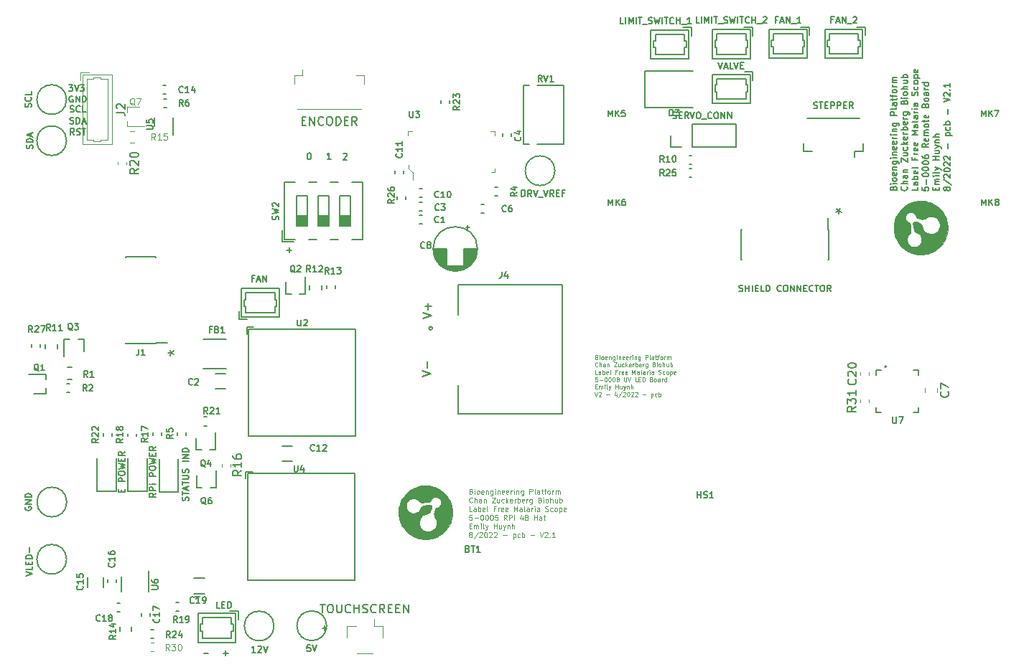
<source format=gto>
G04 #@! TF.GenerationSoftware,KiCad,Pcbnew,(5.1.10-1-10_14)*
G04 #@! TF.CreationDate,2022-08-11T15:17:29-07:00*
G04 #@! TF.ProjectId,ulc-mm,756c632d-6d6d-42e6-9b69-6361645f7063,rev?*
G04 #@! TF.SameCoordinates,Original*
G04 #@! TF.FileFunction,Legend,Top*
G04 #@! TF.FilePolarity,Positive*
%FSLAX46Y46*%
G04 Gerber Fmt 4.6, Leading zero omitted, Abs format (unit mm)*
G04 Created by KiCad (PCBNEW (5.1.10-1-10_14)) date 2022-08-11 15:17:29*
%MOMM*%
%LPD*%
G01*
G04 APERTURE LIST*
%ADD10C,0.130000*%
%ADD11C,0.125000*%
%ADD12C,0.150000*%
%ADD13C,0.010000*%
%ADD14C,0.100000*%
%ADD15C,0.120000*%
%ADD16C,0.200000*%
%ADD17C,0.127000*%
G04 APERTURE END LIST*
D10*
X235354285Y-167043571D02*
X235925714Y-167043571D01*
X235640000Y-167329285D02*
X235640000Y-166757857D01*
X296230000Y-118141428D02*
X296230000Y-117784285D01*
X296587142Y-117927142D02*
X296230000Y-117784285D01*
X295872857Y-117927142D01*
X296444285Y-117498571D02*
X296230000Y-117784285D01*
X296015714Y-117498571D01*
X217188571Y-134540000D02*
X217545714Y-134540000D01*
X217402857Y-134897142D02*
X217545714Y-134540000D01*
X217402857Y-134182857D01*
X217831428Y-134754285D02*
X217545714Y-134540000D01*
X217831428Y-134325714D01*
D11*
X267716964Y-135039974D02*
X267788392Y-135063784D01*
X267812202Y-135087593D01*
X267836011Y-135135212D01*
X267836011Y-135206641D01*
X267812202Y-135254260D01*
X267788392Y-135278069D01*
X267740773Y-135301879D01*
X267550297Y-135301879D01*
X267550297Y-134801879D01*
X267716964Y-134801879D01*
X267764583Y-134825689D01*
X267788392Y-134849498D01*
X267812202Y-134897117D01*
X267812202Y-134944736D01*
X267788392Y-134992355D01*
X267764583Y-135016165D01*
X267716964Y-135039974D01*
X267550297Y-135039974D01*
X268050297Y-135301879D02*
X268050297Y-134968546D01*
X268050297Y-134801879D02*
X268026488Y-134825689D01*
X268050297Y-134849498D01*
X268074107Y-134825689D01*
X268050297Y-134801879D01*
X268050297Y-134849498D01*
X268359821Y-135301879D02*
X268312202Y-135278069D01*
X268288392Y-135254260D01*
X268264583Y-135206641D01*
X268264583Y-135063784D01*
X268288392Y-135016165D01*
X268312202Y-134992355D01*
X268359821Y-134968546D01*
X268431250Y-134968546D01*
X268478869Y-134992355D01*
X268502678Y-135016165D01*
X268526488Y-135063784D01*
X268526488Y-135206641D01*
X268502678Y-135254260D01*
X268478869Y-135278069D01*
X268431250Y-135301879D01*
X268359821Y-135301879D01*
X268931250Y-135278069D02*
X268883630Y-135301879D01*
X268788392Y-135301879D01*
X268740773Y-135278069D01*
X268716964Y-135230450D01*
X268716964Y-135039974D01*
X268740773Y-134992355D01*
X268788392Y-134968546D01*
X268883630Y-134968546D01*
X268931250Y-134992355D01*
X268955059Y-135039974D01*
X268955059Y-135087593D01*
X268716964Y-135135212D01*
X269169345Y-134968546D02*
X269169345Y-135301879D01*
X269169345Y-135016165D02*
X269193154Y-134992355D01*
X269240773Y-134968546D01*
X269312202Y-134968546D01*
X269359821Y-134992355D01*
X269383630Y-135039974D01*
X269383630Y-135301879D01*
X269836011Y-134968546D02*
X269836011Y-135373308D01*
X269812202Y-135420927D01*
X269788392Y-135444736D01*
X269740773Y-135468546D01*
X269669345Y-135468546D01*
X269621726Y-135444736D01*
X269836011Y-135278069D02*
X269788392Y-135301879D01*
X269693154Y-135301879D01*
X269645535Y-135278069D01*
X269621726Y-135254260D01*
X269597916Y-135206641D01*
X269597916Y-135063784D01*
X269621726Y-135016165D01*
X269645535Y-134992355D01*
X269693154Y-134968546D01*
X269788392Y-134968546D01*
X269836011Y-134992355D01*
X270074107Y-135301879D02*
X270074107Y-134968546D01*
X270074107Y-134801879D02*
X270050297Y-134825689D01*
X270074107Y-134849498D01*
X270097916Y-134825689D01*
X270074107Y-134801879D01*
X270074107Y-134849498D01*
X270312202Y-134968546D02*
X270312202Y-135301879D01*
X270312202Y-135016165D02*
X270336011Y-134992355D01*
X270383630Y-134968546D01*
X270455059Y-134968546D01*
X270502678Y-134992355D01*
X270526488Y-135039974D01*
X270526488Y-135301879D01*
X270955059Y-135278069D02*
X270907440Y-135301879D01*
X270812202Y-135301879D01*
X270764583Y-135278069D01*
X270740773Y-135230450D01*
X270740773Y-135039974D01*
X270764583Y-134992355D01*
X270812202Y-134968546D01*
X270907440Y-134968546D01*
X270955059Y-134992355D01*
X270978869Y-135039974D01*
X270978869Y-135087593D01*
X270740773Y-135135212D01*
X271383630Y-135278069D02*
X271336011Y-135301879D01*
X271240773Y-135301879D01*
X271193154Y-135278069D01*
X271169345Y-135230450D01*
X271169345Y-135039974D01*
X271193154Y-134992355D01*
X271240773Y-134968546D01*
X271336011Y-134968546D01*
X271383630Y-134992355D01*
X271407440Y-135039974D01*
X271407440Y-135087593D01*
X271169345Y-135135212D01*
X271621726Y-135301879D02*
X271621726Y-134968546D01*
X271621726Y-135063784D02*
X271645535Y-135016165D01*
X271669345Y-134992355D01*
X271716964Y-134968546D01*
X271764583Y-134968546D01*
X271931250Y-135301879D02*
X271931250Y-134968546D01*
X271931250Y-134801879D02*
X271907440Y-134825689D01*
X271931250Y-134849498D01*
X271955059Y-134825689D01*
X271931250Y-134801879D01*
X271931250Y-134849498D01*
X272169345Y-134968546D02*
X272169345Y-135301879D01*
X272169345Y-135016165D02*
X272193154Y-134992355D01*
X272240773Y-134968546D01*
X272312202Y-134968546D01*
X272359821Y-134992355D01*
X272383630Y-135039974D01*
X272383630Y-135301879D01*
X272836011Y-134968546D02*
X272836011Y-135373308D01*
X272812202Y-135420927D01*
X272788392Y-135444736D01*
X272740773Y-135468546D01*
X272669345Y-135468546D01*
X272621726Y-135444736D01*
X272836011Y-135278069D02*
X272788392Y-135301879D01*
X272693154Y-135301879D01*
X272645535Y-135278069D01*
X272621726Y-135254260D01*
X272597916Y-135206641D01*
X272597916Y-135063784D01*
X272621726Y-135016165D01*
X272645535Y-134992355D01*
X272693154Y-134968546D01*
X272788392Y-134968546D01*
X272836011Y-134992355D01*
X273455059Y-135301879D02*
X273455059Y-134801879D01*
X273645535Y-134801879D01*
X273693154Y-134825689D01*
X273716964Y-134849498D01*
X273740773Y-134897117D01*
X273740773Y-134968546D01*
X273716964Y-135016165D01*
X273693154Y-135039974D01*
X273645535Y-135063784D01*
X273455059Y-135063784D01*
X274026488Y-135301879D02*
X273978869Y-135278069D01*
X273955059Y-135230450D01*
X273955059Y-134801879D01*
X274431250Y-135301879D02*
X274431250Y-135039974D01*
X274407440Y-134992355D01*
X274359821Y-134968546D01*
X274264583Y-134968546D01*
X274216964Y-134992355D01*
X274431250Y-135278069D02*
X274383630Y-135301879D01*
X274264583Y-135301879D01*
X274216964Y-135278069D01*
X274193154Y-135230450D01*
X274193154Y-135182831D01*
X274216964Y-135135212D01*
X274264583Y-135111403D01*
X274383630Y-135111403D01*
X274431250Y-135087593D01*
X274597916Y-134968546D02*
X274788392Y-134968546D01*
X274669345Y-134801879D02*
X274669345Y-135230450D01*
X274693154Y-135278069D01*
X274740773Y-135301879D01*
X274788392Y-135301879D01*
X274883630Y-134968546D02*
X275074107Y-134968546D01*
X274955059Y-135301879D02*
X274955059Y-134873308D01*
X274978869Y-134825689D01*
X275026488Y-134801879D01*
X275074107Y-134801879D01*
X275312202Y-135301879D02*
X275264583Y-135278069D01*
X275240773Y-135254260D01*
X275216964Y-135206641D01*
X275216964Y-135063784D01*
X275240773Y-135016165D01*
X275264583Y-134992355D01*
X275312202Y-134968546D01*
X275383630Y-134968546D01*
X275431250Y-134992355D01*
X275455059Y-135016165D01*
X275478869Y-135063784D01*
X275478869Y-135206641D01*
X275455059Y-135254260D01*
X275431250Y-135278069D01*
X275383630Y-135301879D01*
X275312202Y-135301879D01*
X275693154Y-135301879D02*
X275693154Y-134968546D01*
X275693154Y-135063784D02*
X275716964Y-135016165D01*
X275740773Y-134992355D01*
X275788392Y-134968546D01*
X275836011Y-134968546D01*
X276002678Y-135301879D02*
X276002678Y-134968546D01*
X276002678Y-135016165D02*
X276026488Y-134992355D01*
X276074107Y-134968546D01*
X276145535Y-134968546D01*
X276193154Y-134992355D01*
X276216964Y-135039974D01*
X276216964Y-135301879D01*
X276216964Y-135039974D02*
X276240773Y-134992355D01*
X276288392Y-134968546D01*
X276359821Y-134968546D01*
X276407440Y-134992355D01*
X276431250Y-135039974D01*
X276431250Y-135301879D01*
X267836011Y-136129260D02*
X267812202Y-136153069D01*
X267740773Y-136176879D01*
X267693154Y-136176879D01*
X267621726Y-136153069D01*
X267574107Y-136105450D01*
X267550297Y-136057831D01*
X267526488Y-135962593D01*
X267526488Y-135891165D01*
X267550297Y-135795927D01*
X267574107Y-135748308D01*
X267621726Y-135700689D01*
X267693154Y-135676879D01*
X267740773Y-135676879D01*
X267812202Y-135700689D01*
X267836011Y-135724498D01*
X268050297Y-136176879D02*
X268050297Y-135676879D01*
X268264583Y-136176879D02*
X268264583Y-135914974D01*
X268240773Y-135867355D01*
X268193154Y-135843546D01*
X268121726Y-135843546D01*
X268074107Y-135867355D01*
X268050297Y-135891165D01*
X268716964Y-136176879D02*
X268716964Y-135914974D01*
X268693154Y-135867355D01*
X268645535Y-135843546D01*
X268550297Y-135843546D01*
X268502678Y-135867355D01*
X268716964Y-136153069D02*
X268669345Y-136176879D01*
X268550297Y-136176879D01*
X268502678Y-136153069D01*
X268478869Y-136105450D01*
X268478869Y-136057831D01*
X268502678Y-136010212D01*
X268550297Y-135986403D01*
X268669345Y-135986403D01*
X268716964Y-135962593D01*
X268955059Y-135843546D02*
X268955059Y-136176879D01*
X268955059Y-135891165D02*
X268978869Y-135867355D01*
X269026488Y-135843546D01*
X269097916Y-135843546D01*
X269145535Y-135867355D01*
X269169345Y-135914974D01*
X269169345Y-136176879D01*
X269740773Y-135676879D02*
X270074107Y-135676879D01*
X269740773Y-136176879D01*
X270074107Y-136176879D01*
X270478869Y-135843546D02*
X270478869Y-136176879D01*
X270264583Y-135843546D02*
X270264583Y-136105450D01*
X270288392Y-136153069D01*
X270336011Y-136176879D01*
X270407440Y-136176879D01*
X270455059Y-136153069D01*
X270478869Y-136129260D01*
X270931250Y-136153069D02*
X270883630Y-136176879D01*
X270788392Y-136176879D01*
X270740773Y-136153069D01*
X270716964Y-136129260D01*
X270693154Y-136081641D01*
X270693154Y-135938784D01*
X270716964Y-135891165D01*
X270740773Y-135867355D01*
X270788392Y-135843546D01*
X270883630Y-135843546D01*
X270931250Y-135867355D01*
X271145535Y-136176879D02*
X271145535Y-135676879D01*
X271193154Y-135986403D02*
X271336011Y-136176879D01*
X271336011Y-135843546D02*
X271145535Y-136034022D01*
X271740773Y-136153069D02*
X271693154Y-136176879D01*
X271597916Y-136176879D01*
X271550297Y-136153069D01*
X271526488Y-136105450D01*
X271526488Y-135914974D01*
X271550297Y-135867355D01*
X271597916Y-135843546D01*
X271693154Y-135843546D01*
X271740773Y-135867355D01*
X271764583Y-135914974D01*
X271764583Y-135962593D01*
X271526488Y-136010212D01*
X271978869Y-136176879D02*
X271978869Y-135843546D01*
X271978869Y-135938784D02*
X272002678Y-135891165D01*
X272026488Y-135867355D01*
X272074107Y-135843546D01*
X272121726Y-135843546D01*
X272288392Y-136176879D02*
X272288392Y-135676879D01*
X272288392Y-135867355D02*
X272336011Y-135843546D01*
X272431250Y-135843546D01*
X272478869Y-135867355D01*
X272502678Y-135891165D01*
X272526488Y-135938784D01*
X272526488Y-136081641D01*
X272502678Y-136129260D01*
X272478869Y-136153069D01*
X272431250Y-136176879D01*
X272336011Y-136176879D01*
X272288392Y-136153069D01*
X272931250Y-136153069D02*
X272883630Y-136176879D01*
X272788392Y-136176879D01*
X272740773Y-136153069D01*
X272716964Y-136105450D01*
X272716964Y-135914974D01*
X272740773Y-135867355D01*
X272788392Y-135843546D01*
X272883630Y-135843546D01*
X272931250Y-135867355D01*
X272955059Y-135914974D01*
X272955059Y-135962593D01*
X272716964Y-136010212D01*
X273169345Y-136176879D02*
X273169345Y-135843546D01*
X273169345Y-135938784D02*
X273193154Y-135891165D01*
X273216964Y-135867355D01*
X273264583Y-135843546D01*
X273312202Y-135843546D01*
X273693154Y-135843546D02*
X273693154Y-136248308D01*
X273669345Y-136295927D01*
X273645535Y-136319736D01*
X273597916Y-136343546D01*
X273526488Y-136343546D01*
X273478869Y-136319736D01*
X273693154Y-136153069D02*
X273645535Y-136176879D01*
X273550297Y-136176879D01*
X273502678Y-136153069D01*
X273478869Y-136129260D01*
X273455059Y-136081641D01*
X273455059Y-135938784D01*
X273478869Y-135891165D01*
X273502678Y-135867355D01*
X273550297Y-135843546D01*
X273645535Y-135843546D01*
X273693154Y-135867355D01*
X274478869Y-135914974D02*
X274550297Y-135938784D01*
X274574107Y-135962593D01*
X274597916Y-136010212D01*
X274597916Y-136081641D01*
X274574107Y-136129260D01*
X274550297Y-136153069D01*
X274502678Y-136176879D01*
X274312202Y-136176879D01*
X274312202Y-135676879D01*
X274478869Y-135676879D01*
X274526488Y-135700689D01*
X274550297Y-135724498D01*
X274574107Y-135772117D01*
X274574107Y-135819736D01*
X274550297Y-135867355D01*
X274526488Y-135891165D01*
X274478869Y-135914974D01*
X274312202Y-135914974D01*
X274812202Y-136176879D02*
X274812202Y-135843546D01*
X274812202Y-135676879D02*
X274788392Y-135700689D01*
X274812202Y-135724498D01*
X274836011Y-135700689D01*
X274812202Y-135676879D01*
X274812202Y-135724498D01*
X275121726Y-136176879D02*
X275074107Y-136153069D01*
X275050297Y-136129260D01*
X275026488Y-136081641D01*
X275026488Y-135938784D01*
X275050297Y-135891165D01*
X275074107Y-135867355D01*
X275121726Y-135843546D01*
X275193154Y-135843546D01*
X275240773Y-135867355D01*
X275264583Y-135891165D01*
X275288392Y-135938784D01*
X275288392Y-136081641D01*
X275264583Y-136129260D01*
X275240773Y-136153069D01*
X275193154Y-136176879D01*
X275121726Y-136176879D01*
X275502678Y-136176879D02*
X275502678Y-135676879D01*
X275716964Y-136176879D02*
X275716964Y-135914974D01*
X275693154Y-135867355D01*
X275645535Y-135843546D01*
X275574107Y-135843546D01*
X275526488Y-135867355D01*
X275502678Y-135891165D01*
X276169345Y-135843546D02*
X276169345Y-136176879D01*
X275955059Y-135843546D02*
X275955059Y-136105450D01*
X275978869Y-136153069D01*
X276026488Y-136176879D01*
X276097916Y-136176879D01*
X276145535Y-136153069D01*
X276169345Y-136129260D01*
X276407440Y-136176879D02*
X276407440Y-135676879D01*
X276407440Y-135867355D02*
X276455059Y-135843546D01*
X276550297Y-135843546D01*
X276597916Y-135867355D01*
X276621726Y-135891165D01*
X276645535Y-135938784D01*
X276645535Y-136081641D01*
X276621726Y-136129260D01*
X276597916Y-136153069D01*
X276550297Y-136176879D01*
X276455059Y-136176879D01*
X276407440Y-136153069D01*
X267788392Y-137051879D02*
X267550297Y-137051879D01*
X267550297Y-136551879D01*
X268169345Y-137051879D02*
X268169345Y-136789974D01*
X268145535Y-136742355D01*
X268097916Y-136718546D01*
X268002678Y-136718546D01*
X267955059Y-136742355D01*
X268169345Y-137028069D02*
X268121726Y-137051879D01*
X268002678Y-137051879D01*
X267955059Y-137028069D01*
X267931250Y-136980450D01*
X267931250Y-136932831D01*
X267955059Y-136885212D01*
X268002678Y-136861403D01*
X268121726Y-136861403D01*
X268169345Y-136837593D01*
X268407440Y-137051879D02*
X268407440Y-136551879D01*
X268407440Y-136742355D02*
X268455059Y-136718546D01*
X268550297Y-136718546D01*
X268597916Y-136742355D01*
X268621726Y-136766165D01*
X268645535Y-136813784D01*
X268645535Y-136956641D01*
X268621726Y-137004260D01*
X268597916Y-137028069D01*
X268550297Y-137051879D01*
X268455059Y-137051879D01*
X268407440Y-137028069D01*
X269050297Y-137028069D02*
X269002678Y-137051879D01*
X268907440Y-137051879D01*
X268859821Y-137028069D01*
X268836011Y-136980450D01*
X268836011Y-136789974D01*
X268859821Y-136742355D01*
X268907440Y-136718546D01*
X269002678Y-136718546D01*
X269050297Y-136742355D01*
X269074107Y-136789974D01*
X269074107Y-136837593D01*
X268836011Y-136885212D01*
X269359821Y-137051879D02*
X269312202Y-137028069D01*
X269288392Y-136980450D01*
X269288392Y-136551879D01*
X270097916Y-136789974D02*
X269931250Y-136789974D01*
X269931250Y-137051879D02*
X269931250Y-136551879D01*
X270169345Y-136551879D01*
X270359821Y-137051879D02*
X270359821Y-136718546D01*
X270359821Y-136813784D02*
X270383630Y-136766165D01*
X270407440Y-136742355D01*
X270455059Y-136718546D01*
X270502678Y-136718546D01*
X270859821Y-137028069D02*
X270812202Y-137051879D01*
X270716964Y-137051879D01*
X270669345Y-137028069D01*
X270645535Y-136980450D01*
X270645535Y-136789974D01*
X270669345Y-136742355D01*
X270716964Y-136718546D01*
X270812202Y-136718546D01*
X270859821Y-136742355D01*
X270883630Y-136789974D01*
X270883630Y-136837593D01*
X270645535Y-136885212D01*
X271288392Y-137028069D02*
X271240773Y-137051879D01*
X271145535Y-137051879D01*
X271097916Y-137028069D01*
X271074107Y-136980450D01*
X271074107Y-136789974D01*
X271097916Y-136742355D01*
X271145535Y-136718546D01*
X271240773Y-136718546D01*
X271288392Y-136742355D01*
X271312202Y-136789974D01*
X271312202Y-136837593D01*
X271074107Y-136885212D01*
X271907440Y-137051879D02*
X271907440Y-136551879D01*
X272074107Y-136909022D01*
X272240773Y-136551879D01*
X272240773Y-137051879D01*
X272693154Y-137051879D02*
X272693154Y-136789974D01*
X272669345Y-136742355D01*
X272621726Y-136718546D01*
X272526488Y-136718546D01*
X272478869Y-136742355D01*
X272693154Y-137028069D02*
X272645535Y-137051879D01*
X272526488Y-137051879D01*
X272478869Y-137028069D01*
X272455059Y-136980450D01*
X272455059Y-136932831D01*
X272478869Y-136885212D01*
X272526488Y-136861403D01*
X272645535Y-136861403D01*
X272693154Y-136837593D01*
X273002678Y-137051879D02*
X272955059Y-137028069D01*
X272931250Y-136980450D01*
X272931250Y-136551879D01*
X273407440Y-137051879D02*
X273407440Y-136789974D01*
X273383630Y-136742355D01*
X273336011Y-136718546D01*
X273240773Y-136718546D01*
X273193154Y-136742355D01*
X273407440Y-137028069D02*
X273359821Y-137051879D01*
X273240773Y-137051879D01*
X273193154Y-137028069D01*
X273169345Y-136980450D01*
X273169345Y-136932831D01*
X273193154Y-136885212D01*
X273240773Y-136861403D01*
X273359821Y-136861403D01*
X273407440Y-136837593D01*
X273645535Y-137051879D02*
X273645535Y-136718546D01*
X273645535Y-136813784D02*
X273669345Y-136766165D01*
X273693154Y-136742355D01*
X273740773Y-136718546D01*
X273788392Y-136718546D01*
X273955059Y-137051879D02*
X273955059Y-136718546D01*
X273955059Y-136551879D02*
X273931250Y-136575689D01*
X273955059Y-136599498D01*
X273978869Y-136575689D01*
X273955059Y-136551879D01*
X273955059Y-136599498D01*
X274407440Y-137051879D02*
X274407440Y-136789974D01*
X274383630Y-136742355D01*
X274336011Y-136718546D01*
X274240773Y-136718546D01*
X274193154Y-136742355D01*
X274407440Y-137028069D02*
X274359821Y-137051879D01*
X274240773Y-137051879D01*
X274193154Y-137028069D01*
X274169345Y-136980450D01*
X274169345Y-136932831D01*
X274193154Y-136885212D01*
X274240773Y-136861403D01*
X274359821Y-136861403D01*
X274407440Y-136837593D01*
X275002678Y-137028069D02*
X275074107Y-137051879D01*
X275193154Y-137051879D01*
X275240773Y-137028069D01*
X275264583Y-137004260D01*
X275288392Y-136956641D01*
X275288392Y-136909022D01*
X275264583Y-136861403D01*
X275240773Y-136837593D01*
X275193154Y-136813784D01*
X275097916Y-136789974D01*
X275050297Y-136766165D01*
X275026488Y-136742355D01*
X275002678Y-136694736D01*
X275002678Y-136647117D01*
X275026488Y-136599498D01*
X275050297Y-136575689D01*
X275097916Y-136551879D01*
X275216964Y-136551879D01*
X275288392Y-136575689D01*
X275716964Y-137028069D02*
X275669345Y-137051879D01*
X275574107Y-137051879D01*
X275526488Y-137028069D01*
X275502678Y-137004260D01*
X275478869Y-136956641D01*
X275478869Y-136813784D01*
X275502678Y-136766165D01*
X275526488Y-136742355D01*
X275574107Y-136718546D01*
X275669345Y-136718546D01*
X275716964Y-136742355D01*
X276002678Y-137051879D02*
X275955059Y-137028069D01*
X275931250Y-137004260D01*
X275907440Y-136956641D01*
X275907440Y-136813784D01*
X275931250Y-136766165D01*
X275955059Y-136742355D01*
X276002678Y-136718546D01*
X276074107Y-136718546D01*
X276121726Y-136742355D01*
X276145535Y-136766165D01*
X276169345Y-136813784D01*
X276169345Y-136956641D01*
X276145535Y-137004260D01*
X276121726Y-137028069D01*
X276074107Y-137051879D01*
X276002678Y-137051879D01*
X276383630Y-136718546D02*
X276383630Y-137218546D01*
X276383630Y-136742355D02*
X276431250Y-136718546D01*
X276526488Y-136718546D01*
X276574107Y-136742355D01*
X276597916Y-136766165D01*
X276621726Y-136813784D01*
X276621726Y-136956641D01*
X276597916Y-137004260D01*
X276574107Y-137028069D01*
X276526488Y-137051879D01*
X276431250Y-137051879D01*
X276383630Y-137028069D01*
X277026488Y-137028069D02*
X276978869Y-137051879D01*
X276883630Y-137051879D01*
X276836011Y-137028069D01*
X276812202Y-136980450D01*
X276812202Y-136789974D01*
X276836011Y-136742355D01*
X276883630Y-136718546D01*
X276978869Y-136718546D01*
X277026488Y-136742355D01*
X277050297Y-136789974D01*
X277050297Y-136837593D01*
X276812202Y-136885212D01*
X267788392Y-137426879D02*
X267550297Y-137426879D01*
X267526488Y-137664974D01*
X267550297Y-137641165D01*
X267597916Y-137617355D01*
X267716964Y-137617355D01*
X267764583Y-137641165D01*
X267788392Y-137664974D01*
X267812202Y-137712593D01*
X267812202Y-137831641D01*
X267788392Y-137879260D01*
X267764583Y-137903069D01*
X267716964Y-137926879D01*
X267597916Y-137926879D01*
X267550297Y-137903069D01*
X267526488Y-137879260D01*
X268026488Y-137736403D02*
X268407440Y-137736403D01*
X268740773Y-137426879D02*
X268788392Y-137426879D01*
X268836011Y-137450689D01*
X268859821Y-137474498D01*
X268883630Y-137522117D01*
X268907440Y-137617355D01*
X268907440Y-137736403D01*
X268883630Y-137831641D01*
X268859821Y-137879260D01*
X268836011Y-137903069D01*
X268788392Y-137926879D01*
X268740773Y-137926879D01*
X268693154Y-137903069D01*
X268669345Y-137879260D01*
X268645535Y-137831641D01*
X268621726Y-137736403D01*
X268621726Y-137617355D01*
X268645535Y-137522117D01*
X268669345Y-137474498D01*
X268693154Y-137450689D01*
X268740773Y-137426879D01*
X269216964Y-137426879D02*
X269264583Y-137426879D01*
X269312202Y-137450689D01*
X269336011Y-137474498D01*
X269359821Y-137522117D01*
X269383630Y-137617355D01*
X269383630Y-137736403D01*
X269359821Y-137831641D01*
X269336011Y-137879260D01*
X269312202Y-137903069D01*
X269264583Y-137926879D01*
X269216964Y-137926879D01*
X269169345Y-137903069D01*
X269145535Y-137879260D01*
X269121726Y-137831641D01*
X269097916Y-137736403D01*
X269097916Y-137617355D01*
X269121726Y-137522117D01*
X269145535Y-137474498D01*
X269169345Y-137450689D01*
X269216964Y-137426879D01*
X269693154Y-137426879D02*
X269740773Y-137426879D01*
X269788392Y-137450689D01*
X269812202Y-137474498D01*
X269836011Y-137522117D01*
X269859821Y-137617355D01*
X269859821Y-137736403D01*
X269836011Y-137831641D01*
X269812202Y-137879260D01*
X269788392Y-137903069D01*
X269740773Y-137926879D01*
X269693154Y-137926879D01*
X269645535Y-137903069D01*
X269621726Y-137879260D01*
X269597916Y-137831641D01*
X269574107Y-137736403D01*
X269574107Y-137617355D01*
X269597916Y-137522117D01*
X269621726Y-137474498D01*
X269645535Y-137450689D01*
X269693154Y-137426879D01*
X270145535Y-137641165D02*
X270097916Y-137617355D01*
X270074107Y-137593546D01*
X270050297Y-137545927D01*
X270050297Y-137522117D01*
X270074107Y-137474498D01*
X270097916Y-137450689D01*
X270145535Y-137426879D01*
X270240773Y-137426879D01*
X270288392Y-137450689D01*
X270312202Y-137474498D01*
X270336011Y-137522117D01*
X270336011Y-137545927D01*
X270312202Y-137593546D01*
X270288392Y-137617355D01*
X270240773Y-137641165D01*
X270145535Y-137641165D01*
X270097916Y-137664974D01*
X270074107Y-137688784D01*
X270050297Y-137736403D01*
X270050297Y-137831641D01*
X270074107Y-137879260D01*
X270097916Y-137903069D01*
X270145535Y-137926879D01*
X270240773Y-137926879D01*
X270288392Y-137903069D01*
X270312202Y-137879260D01*
X270336011Y-137831641D01*
X270336011Y-137736403D01*
X270312202Y-137688784D01*
X270288392Y-137664974D01*
X270240773Y-137641165D01*
X270931250Y-137426879D02*
X270931250Y-137831641D01*
X270955059Y-137879260D01*
X270978869Y-137903069D01*
X271026488Y-137926879D01*
X271121726Y-137926879D01*
X271169345Y-137903069D01*
X271193154Y-137879260D01*
X271216964Y-137831641D01*
X271216964Y-137426879D01*
X271383630Y-137426879D02*
X271550297Y-137926879D01*
X271716964Y-137426879D01*
X272502678Y-137926879D02*
X272264583Y-137926879D01*
X272264583Y-137426879D01*
X272669345Y-137664974D02*
X272836011Y-137664974D01*
X272907440Y-137926879D02*
X272669345Y-137926879D01*
X272669345Y-137426879D01*
X272907440Y-137426879D01*
X273121726Y-137926879D02*
X273121726Y-137426879D01*
X273240773Y-137426879D01*
X273312202Y-137450689D01*
X273359821Y-137498308D01*
X273383630Y-137545927D01*
X273407440Y-137641165D01*
X273407440Y-137712593D01*
X273383630Y-137807831D01*
X273359821Y-137855450D01*
X273312202Y-137903069D01*
X273240773Y-137926879D01*
X273121726Y-137926879D01*
X274169345Y-137664974D02*
X274240773Y-137688784D01*
X274264583Y-137712593D01*
X274288392Y-137760212D01*
X274288392Y-137831641D01*
X274264583Y-137879260D01*
X274240773Y-137903069D01*
X274193154Y-137926879D01*
X274002678Y-137926879D01*
X274002678Y-137426879D01*
X274169345Y-137426879D01*
X274216964Y-137450689D01*
X274240773Y-137474498D01*
X274264583Y-137522117D01*
X274264583Y-137569736D01*
X274240773Y-137617355D01*
X274216964Y-137641165D01*
X274169345Y-137664974D01*
X274002678Y-137664974D01*
X274574107Y-137926879D02*
X274526488Y-137903069D01*
X274502678Y-137879260D01*
X274478869Y-137831641D01*
X274478869Y-137688784D01*
X274502678Y-137641165D01*
X274526488Y-137617355D01*
X274574107Y-137593546D01*
X274645535Y-137593546D01*
X274693154Y-137617355D01*
X274716964Y-137641165D01*
X274740773Y-137688784D01*
X274740773Y-137831641D01*
X274716964Y-137879260D01*
X274693154Y-137903069D01*
X274645535Y-137926879D01*
X274574107Y-137926879D01*
X275169345Y-137926879D02*
X275169345Y-137664974D01*
X275145535Y-137617355D01*
X275097916Y-137593546D01*
X275002678Y-137593546D01*
X274955059Y-137617355D01*
X275169345Y-137903069D02*
X275121726Y-137926879D01*
X275002678Y-137926879D01*
X274955059Y-137903069D01*
X274931250Y-137855450D01*
X274931250Y-137807831D01*
X274955059Y-137760212D01*
X275002678Y-137736403D01*
X275121726Y-137736403D01*
X275169345Y-137712593D01*
X275407440Y-137926879D02*
X275407440Y-137593546D01*
X275407440Y-137688784D02*
X275431250Y-137641165D01*
X275455059Y-137617355D01*
X275502678Y-137593546D01*
X275550297Y-137593546D01*
X275931250Y-137926879D02*
X275931250Y-137426879D01*
X275931250Y-137903069D02*
X275883630Y-137926879D01*
X275788392Y-137926879D01*
X275740773Y-137903069D01*
X275716964Y-137879260D01*
X275693154Y-137831641D01*
X275693154Y-137688784D01*
X275716964Y-137641165D01*
X275740773Y-137617355D01*
X275788392Y-137593546D01*
X275883630Y-137593546D01*
X275931250Y-137617355D01*
X267550297Y-138539974D02*
X267716964Y-138539974D01*
X267788392Y-138801879D02*
X267550297Y-138801879D01*
X267550297Y-138301879D01*
X267788392Y-138301879D01*
X268002678Y-138801879D02*
X268002678Y-138468546D01*
X268002678Y-138516165D02*
X268026488Y-138492355D01*
X268074107Y-138468546D01*
X268145535Y-138468546D01*
X268193154Y-138492355D01*
X268216964Y-138539974D01*
X268216964Y-138801879D01*
X268216964Y-138539974D02*
X268240773Y-138492355D01*
X268288392Y-138468546D01*
X268359821Y-138468546D01*
X268407440Y-138492355D01*
X268431250Y-138539974D01*
X268431250Y-138801879D01*
X268669345Y-138801879D02*
X268669345Y-138468546D01*
X268669345Y-138301879D02*
X268645535Y-138325689D01*
X268669345Y-138349498D01*
X268693154Y-138325689D01*
X268669345Y-138301879D01*
X268669345Y-138349498D01*
X268978869Y-138801879D02*
X268931250Y-138778069D01*
X268907440Y-138730450D01*
X268907440Y-138301879D01*
X269121726Y-138468546D02*
X269240773Y-138801879D01*
X269359821Y-138468546D02*
X269240773Y-138801879D01*
X269193154Y-138920927D01*
X269169345Y-138944736D01*
X269121726Y-138968546D01*
X269931250Y-138801879D02*
X269931250Y-138301879D01*
X269931250Y-138539974D02*
X270216964Y-138539974D01*
X270216964Y-138801879D02*
X270216964Y-138301879D01*
X270669345Y-138468546D02*
X270669345Y-138801879D01*
X270455059Y-138468546D02*
X270455059Y-138730450D01*
X270478869Y-138778069D01*
X270526488Y-138801879D01*
X270597916Y-138801879D01*
X270645535Y-138778069D01*
X270669345Y-138754260D01*
X270859821Y-138468546D02*
X270978869Y-138801879D01*
X271097916Y-138468546D02*
X270978869Y-138801879D01*
X270931250Y-138920927D01*
X270907440Y-138944736D01*
X270859821Y-138968546D01*
X271288392Y-138468546D02*
X271288392Y-138801879D01*
X271288392Y-138516165D02*
X271312202Y-138492355D01*
X271359821Y-138468546D01*
X271431250Y-138468546D01*
X271478869Y-138492355D01*
X271502678Y-138539974D01*
X271502678Y-138801879D01*
X271740773Y-138801879D02*
X271740773Y-138301879D01*
X271955059Y-138801879D02*
X271955059Y-138539974D01*
X271931250Y-138492355D01*
X271883630Y-138468546D01*
X271812202Y-138468546D01*
X271764583Y-138492355D01*
X271740773Y-138516165D01*
X267478869Y-139176879D02*
X267645535Y-139676879D01*
X267812202Y-139176879D01*
X267955059Y-139224498D02*
X267978869Y-139200689D01*
X268026488Y-139176879D01*
X268145535Y-139176879D01*
X268193154Y-139200689D01*
X268216964Y-139224498D01*
X268240773Y-139272117D01*
X268240773Y-139319736D01*
X268216964Y-139391165D01*
X267931250Y-139676879D01*
X268240773Y-139676879D01*
X268836011Y-139486403D02*
X269216964Y-139486403D01*
X270050297Y-139343546D02*
X270050297Y-139676879D01*
X269931250Y-139153069D02*
X269812202Y-139510212D01*
X270121726Y-139510212D01*
X270669345Y-139153069D02*
X270240773Y-139795927D01*
X270812202Y-139224498D02*
X270836011Y-139200689D01*
X270883630Y-139176879D01*
X271002678Y-139176879D01*
X271050297Y-139200689D01*
X271074107Y-139224498D01*
X271097916Y-139272117D01*
X271097916Y-139319736D01*
X271074107Y-139391165D01*
X270788392Y-139676879D01*
X271097916Y-139676879D01*
X271407440Y-139176879D02*
X271455059Y-139176879D01*
X271502678Y-139200689D01*
X271526488Y-139224498D01*
X271550297Y-139272117D01*
X271574107Y-139367355D01*
X271574107Y-139486403D01*
X271550297Y-139581641D01*
X271526488Y-139629260D01*
X271502678Y-139653069D01*
X271455059Y-139676879D01*
X271407440Y-139676879D01*
X271359821Y-139653069D01*
X271336011Y-139629260D01*
X271312202Y-139581641D01*
X271288392Y-139486403D01*
X271288392Y-139367355D01*
X271312202Y-139272117D01*
X271336011Y-139224498D01*
X271359821Y-139200689D01*
X271407440Y-139176879D01*
X271764583Y-139224498D02*
X271788392Y-139200689D01*
X271836011Y-139176879D01*
X271955059Y-139176879D01*
X272002678Y-139200689D01*
X272026488Y-139224498D01*
X272050297Y-139272117D01*
X272050297Y-139319736D01*
X272026488Y-139391165D01*
X271740773Y-139676879D01*
X272050297Y-139676879D01*
X272240773Y-139224498D02*
X272264583Y-139200689D01*
X272312202Y-139176879D01*
X272431250Y-139176879D01*
X272478869Y-139200689D01*
X272502678Y-139224498D01*
X272526488Y-139272117D01*
X272526488Y-139319736D01*
X272502678Y-139391165D01*
X272216964Y-139676879D01*
X272526488Y-139676879D01*
X273121726Y-139486403D02*
X273502678Y-139486403D01*
X274121726Y-139343546D02*
X274121726Y-139843546D01*
X274121726Y-139367355D02*
X274169345Y-139343546D01*
X274264583Y-139343546D01*
X274312202Y-139367355D01*
X274336011Y-139391165D01*
X274359821Y-139438784D01*
X274359821Y-139581641D01*
X274336011Y-139629260D01*
X274312202Y-139653069D01*
X274264583Y-139676879D01*
X274169345Y-139676879D01*
X274121726Y-139653069D01*
X274788392Y-139653069D02*
X274740773Y-139676879D01*
X274645535Y-139676879D01*
X274597916Y-139653069D01*
X274574107Y-139629260D01*
X274550297Y-139581641D01*
X274550297Y-139438784D01*
X274574107Y-139391165D01*
X274597916Y-139367355D01*
X274645535Y-139343546D01*
X274740773Y-139343546D01*
X274788392Y-139367355D01*
X275002678Y-139676879D02*
X275002678Y-139176879D01*
X275002678Y-139367355D02*
X275050297Y-139343546D01*
X275145535Y-139343546D01*
X275193154Y-139367355D01*
X275216964Y-139391165D01*
X275240773Y-139438784D01*
X275240773Y-139581641D01*
X275216964Y-139629260D01*
X275193154Y-139653069D01*
X275145535Y-139676879D01*
X275050297Y-139676879D01*
X275002678Y-139653069D01*
X252914107Y-150884642D02*
X252999821Y-150913214D01*
X253028392Y-150941785D01*
X253056964Y-150998928D01*
X253056964Y-151084642D01*
X253028392Y-151141785D01*
X252999821Y-151170357D01*
X252942678Y-151198928D01*
X252714107Y-151198928D01*
X252714107Y-150598928D01*
X252914107Y-150598928D01*
X252971250Y-150627500D01*
X252999821Y-150656071D01*
X253028392Y-150713214D01*
X253028392Y-150770357D01*
X252999821Y-150827500D01*
X252971250Y-150856071D01*
X252914107Y-150884642D01*
X252714107Y-150884642D01*
X253314107Y-151198928D02*
X253314107Y-150798928D01*
X253314107Y-150598928D02*
X253285535Y-150627500D01*
X253314107Y-150656071D01*
X253342678Y-150627500D01*
X253314107Y-150598928D01*
X253314107Y-150656071D01*
X253685535Y-151198928D02*
X253628392Y-151170357D01*
X253599821Y-151141785D01*
X253571250Y-151084642D01*
X253571250Y-150913214D01*
X253599821Y-150856071D01*
X253628392Y-150827500D01*
X253685535Y-150798928D01*
X253771250Y-150798928D01*
X253828392Y-150827500D01*
X253856964Y-150856071D01*
X253885535Y-150913214D01*
X253885535Y-151084642D01*
X253856964Y-151141785D01*
X253828392Y-151170357D01*
X253771250Y-151198928D01*
X253685535Y-151198928D01*
X254371250Y-151170357D02*
X254314107Y-151198928D01*
X254199821Y-151198928D01*
X254142678Y-151170357D01*
X254114107Y-151113214D01*
X254114107Y-150884642D01*
X254142678Y-150827500D01*
X254199821Y-150798928D01*
X254314107Y-150798928D01*
X254371250Y-150827500D01*
X254399821Y-150884642D01*
X254399821Y-150941785D01*
X254114107Y-150998928D01*
X254656964Y-150798928D02*
X254656964Y-151198928D01*
X254656964Y-150856071D02*
X254685535Y-150827500D01*
X254742678Y-150798928D01*
X254828392Y-150798928D01*
X254885535Y-150827500D01*
X254914107Y-150884642D01*
X254914107Y-151198928D01*
X255456964Y-150798928D02*
X255456964Y-151284642D01*
X255428392Y-151341785D01*
X255399821Y-151370357D01*
X255342678Y-151398928D01*
X255256964Y-151398928D01*
X255199821Y-151370357D01*
X255456964Y-151170357D02*
X255399821Y-151198928D01*
X255285535Y-151198928D01*
X255228392Y-151170357D01*
X255199821Y-151141785D01*
X255171250Y-151084642D01*
X255171250Y-150913214D01*
X255199821Y-150856071D01*
X255228392Y-150827500D01*
X255285535Y-150798928D01*
X255399821Y-150798928D01*
X255456964Y-150827500D01*
X255742678Y-151198928D02*
X255742678Y-150798928D01*
X255742678Y-150598928D02*
X255714107Y-150627500D01*
X255742678Y-150656071D01*
X255771250Y-150627500D01*
X255742678Y-150598928D01*
X255742678Y-150656071D01*
X256028392Y-150798928D02*
X256028392Y-151198928D01*
X256028392Y-150856071D02*
X256056964Y-150827500D01*
X256114107Y-150798928D01*
X256199821Y-150798928D01*
X256256964Y-150827500D01*
X256285535Y-150884642D01*
X256285535Y-151198928D01*
X256799821Y-151170357D02*
X256742678Y-151198928D01*
X256628392Y-151198928D01*
X256571250Y-151170357D01*
X256542678Y-151113214D01*
X256542678Y-150884642D01*
X256571250Y-150827500D01*
X256628392Y-150798928D01*
X256742678Y-150798928D01*
X256799821Y-150827500D01*
X256828392Y-150884642D01*
X256828392Y-150941785D01*
X256542678Y-150998928D01*
X257314107Y-151170357D02*
X257256964Y-151198928D01*
X257142678Y-151198928D01*
X257085535Y-151170357D01*
X257056964Y-151113214D01*
X257056964Y-150884642D01*
X257085535Y-150827500D01*
X257142678Y-150798928D01*
X257256964Y-150798928D01*
X257314107Y-150827500D01*
X257342678Y-150884642D01*
X257342678Y-150941785D01*
X257056964Y-150998928D01*
X257599821Y-151198928D02*
X257599821Y-150798928D01*
X257599821Y-150913214D02*
X257628392Y-150856071D01*
X257656964Y-150827500D01*
X257714107Y-150798928D01*
X257771250Y-150798928D01*
X257971250Y-151198928D02*
X257971250Y-150798928D01*
X257971250Y-150598928D02*
X257942678Y-150627500D01*
X257971250Y-150656071D01*
X257999821Y-150627500D01*
X257971250Y-150598928D01*
X257971250Y-150656071D01*
X258256964Y-150798928D02*
X258256964Y-151198928D01*
X258256964Y-150856071D02*
X258285535Y-150827500D01*
X258342678Y-150798928D01*
X258428392Y-150798928D01*
X258485535Y-150827500D01*
X258514107Y-150884642D01*
X258514107Y-151198928D01*
X259056964Y-150798928D02*
X259056964Y-151284642D01*
X259028392Y-151341785D01*
X258999821Y-151370357D01*
X258942678Y-151398928D01*
X258856964Y-151398928D01*
X258799821Y-151370357D01*
X259056964Y-151170357D02*
X258999821Y-151198928D01*
X258885535Y-151198928D01*
X258828392Y-151170357D01*
X258799821Y-151141785D01*
X258771250Y-151084642D01*
X258771250Y-150913214D01*
X258799821Y-150856071D01*
X258828392Y-150827500D01*
X258885535Y-150798928D01*
X258999821Y-150798928D01*
X259056964Y-150827500D01*
X259799821Y-151198928D02*
X259799821Y-150598928D01*
X260028392Y-150598928D01*
X260085535Y-150627500D01*
X260114107Y-150656071D01*
X260142678Y-150713214D01*
X260142678Y-150798928D01*
X260114107Y-150856071D01*
X260085535Y-150884642D01*
X260028392Y-150913214D01*
X259799821Y-150913214D01*
X260485535Y-151198928D02*
X260428392Y-151170357D01*
X260399821Y-151113214D01*
X260399821Y-150598928D01*
X260971250Y-151198928D02*
X260971250Y-150884642D01*
X260942678Y-150827500D01*
X260885535Y-150798928D01*
X260771250Y-150798928D01*
X260714107Y-150827500D01*
X260971250Y-151170357D02*
X260914107Y-151198928D01*
X260771250Y-151198928D01*
X260714107Y-151170357D01*
X260685535Y-151113214D01*
X260685535Y-151056071D01*
X260714107Y-150998928D01*
X260771250Y-150970357D01*
X260914107Y-150970357D01*
X260971250Y-150941785D01*
X261171250Y-150798928D02*
X261399821Y-150798928D01*
X261256964Y-150598928D02*
X261256964Y-151113214D01*
X261285535Y-151170357D01*
X261342678Y-151198928D01*
X261399821Y-151198928D01*
X261514107Y-150798928D02*
X261742678Y-150798928D01*
X261599821Y-151198928D02*
X261599821Y-150684642D01*
X261628392Y-150627500D01*
X261685535Y-150598928D01*
X261742678Y-150598928D01*
X262028392Y-151198928D02*
X261971250Y-151170357D01*
X261942678Y-151141785D01*
X261914107Y-151084642D01*
X261914107Y-150913214D01*
X261942678Y-150856071D01*
X261971250Y-150827500D01*
X262028392Y-150798928D01*
X262114107Y-150798928D01*
X262171250Y-150827500D01*
X262199821Y-150856071D01*
X262228392Y-150913214D01*
X262228392Y-151084642D01*
X262199821Y-151141785D01*
X262171250Y-151170357D01*
X262114107Y-151198928D01*
X262028392Y-151198928D01*
X262485535Y-151198928D02*
X262485535Y-150798928D01*
X262485535Y-150913214D02*
X262514107Y-150856071D01*
X262542678Y-150827500D01*
X262599821Y-150798928D01*
X262656964Y-150798928D01*
X262856964Y-151198928D02*
X262856964Y-150798928D01*
X262856964Y-150856071D02*
X262885535Y-150827500D01*
X262942678Y-150798928D01*
X263028392Y-150798928D01*
X263085535Y-150827500D01*
X263114107Y-150884642D01*
X263114107Y-151198928D01*
X263114107Y-150884642D02*
X263142678Y-150827500D01*
X263199821Y-150798928D01*
X263285535Y-150798928D01*
X263342678Y-150827500D01*
X263371250Y-150884642D01*
X263371250Y-151198928D01*
X253056964Y-152166785D02*
X253028392Y-152195357D01*
X252942678Y-152223928D01*
X252885535Y-152223928D01*
X252799821Y-152195357D01*
X252742678Y-152138214D01*
X252714107Y-152081071D01*
X252685535Y-151966785D01*
X252685535Y-151881071D01*
X252714107Y-151766785D01*
X252742678Y-151709642D01*
X252799821Y-151652500D01*
X252885535Y-151623928D01*
X252942678Y-151623928D01*
X253028392Y-151652500D01*
X253056964Y-151681071D01*
X253314107Y-152223928D02*
X253314107Y-151623928D01*
X253571250Y-152223928D02*
X253571250Y-151909642D01*
X253542678Y-151852500D01*
X253485535Y-151823928D01*
X253399821Y-151823928D01*
X253342678Y-151852500D01*
X253314107Y-151881071D01*
X254114107Y-152223928D02*
X254114107Y-151909642D01*
X254085535Y-151852500D01*
X254028392Y-151823928D01*
X253914107Y-151823928D01*
X253856964Y-151852500D01*
X254114107Y-152195357D02*
X254056964Y-152223928D01*
X253914107Y-152223928D01*
X253856964Y-152195357D01*
X253828392Y-152138214D01*
X253828392Y-152081071D01*
X253856964Y-152023928D01*
X253914107Y-151995357D01*
X254056964Y-151995357D01*
X254114107Y-151966785D01*
X254399821Y-151823928D02*
X254399821Y-152223928D01*
X254399821Y-151881071D02*
X254428392Y-151852500D01*
X254485535Y-151823928D01*
X254571250Y-151823928D01*
X254628392Y-151852500D01*
X254656964Y-151909642D01*
X254656964Y-152223928D01*
X255342678Y-151623928D02*
X255742678Y-151623928D01*
X255342678Y-152223928D01*
X255742678Y-152223928D01*
X256228392Y-151823928D02*
X256228392Y-152223928D01*
X255971250Y-151823928D02*
X255971250Y-152138214D01*
X255999821Y-152195357D01*
X256056964Y-152223928D01*
X256142678Y-152223928D01*
X256199821Y-152195357D01*
X256228392Y-152166785D01*
X256771250Y-152195357D02*
X256714107Y-152223928D01*
X256599821Y-152223928D01*
X256542678Y-152195357D01*
X256514107Y-152166785D01*
X256485535Y-152109642D01*
X256485535Y-151938214D01*
X256514107Y-151881071D01*
X256542678Y-151852500D01*
X256599821Y-151823928D01*
X256714107Y-151823928D01*
X256771250Y-151852500D01*
X257028392Y-152223928D02*
X257028392Y-151623928D01*
X257085535Y-151995357D02*
X257256964Y-152223928D01*
X257256964Y-151823928D02*
X257028392Y-152052500D01*
X257742678Y-152195357D02*
X257685535Y-152223928D01*
X257571250Y-152223928D01*
X257514107Y-152195357D01*
X257485535Y-152138214D01*
X257485535Y-151909642D01*
X257514107Y-151852500D01*
X257571250Y-151823928D01*
X257685535Y-151823928D01*
X257742678Y-151852500D01*
X257771250Y-151909642D01*
X257771250Y-151966785D01*
X257485535Y-152023928D01*
X258028392Y-152223928D02*
X258028392Y-151823928D01*
X258028392Y-151938214D02*
X258056964Y-151881071D01*
X258085535Y-151852500D01*
X258142678Y-151823928D01*
X258199821Y-151823928D01*
X258399821Y-152223928D02*
X258399821Y-151623928D01*
X258399821Y-151852500D02*
X258456964Y-151823928D01*
X258571250Y-151823928D01*
X258628392Y-151852500D01*
X258656964Y-151881071D01*
X258685535Y-151938214D01*
X258685535Y-152109642D01*
X258656964Y-152166785D01*
X258628392Y-152195357D01*
X258571250Y-152223928D01*
X258456964Y-152223928D01*
X258399821Y-152195357D01*
X259171250Y-152195357D02*
X259114107Y-152223928D01*
X258999821Y-152223928D01*
X258942678Y-152195357D01*
X258914107Y-152138214D01*
X258914107Y-151909642D01*
X258942678Y-151852500D01*
X258999821Y-151823928D01*
X259114107Y-151823928D01*
X259171250Y-151852500D01*
X259199821Y-151909642D01*
X259199821Y-151966785D01*
X258914107Y-152023928D01*
X259456964Y-152223928D02*
X259456964Y-151823928D01*
X259456964Y-151938214D02*
X259485535Y-151881071D01*
X259514107Y-151852500D01*
X259571250Y-151823928D01*
X259628392Y-151823928D01*
X260085535Y-151823928D02*
X260085535Y-152309642D01*
X260056964Y-152366785D01*
X260028392Y-152395357D01*
X259971250Y-152423928D01*
X259885535Y-152423928D01*
X259828392Y-152395357D01*
X260085535Y-152195357D02*
X260028392Y-152223928D01*
X259914107Y-152223928D01*
X259856964Y-152195357D01*
X259828392Y-152166785D01*
X259799821Y-152109642D01*
X259799821Y-151938214D01*
X259828392Y-151881071D01*
X259856964Y-151852500D01*
X259914107Y-151823928D01*
X260028392Y-151823928D01*
X260085535Y-151852500D01*
X261028392Y-151909642D02*
X261114107Y-151938214D01*
X261142678Y-151966785D01*
X261171250Y-152023928D01*
X261171250Y-152109642D01*
X261142678Y-152166785D01*
X261114107Y-152195357D01*
X261056964Y-152223928D01*
X260828392Y-152223928D01*
X260828392Y-151623928D01*
X261028392Y-151623928D01*
X261085535Y-151652500D01*
X261114107Y-151681071D01*
X261142678Y-151738214D01*
X261142678Y-151795357D01*
X261114107Y-151852500D01*
X261085535Y-151881071D01*
X261028392Y-151909642D01*
X260828392Y-151909642D01*
X261428392Y-152223928D02*
X261428392Y-151823928D01*
X261428392Y-151623928D02*
X261399821Y-151652500D01*
X261428392Y-151681071D01*
X261456964Y-151652500D01*
X261428392Y-151623928D01*
X261428392Y-151681071D01*
X261799821Y-152223928D02*
X261742678Y-152195357D01*
X261714107Y-152166785D01*
X261685535Y-152109642D01*
X261685535Y-151938214D01*
X261714107Y-151881071D01*
X261742678Y-151852500D01*
X261799821Y-151823928D01*
X261885535Y-151823928D01*
X261942678Y-151852500D01*
X261971250Y-151881071D01*
X261999821Y-151938214D01*
X261999821Y-152109642D01*
X261971250Y-152166785D01*
X261942678Y-152195357D01*
X261885535Y-152223928D01*
X261799821Y-152223928D01*
X262256964Y-152223928D02*
X262256964Y-151623928D01*
X262514107Y-152223928D02*
X262514107Y-151909642D01*
X262485535Y-151852500D01*
X262428392Y-151823928D01*
X262342678Y-151823928D01*
X262285535Y-151852500D01*
X262256964Y-151881071D01*
X263056964Y-151823928D02*
X263056964Y-152223928D01*
X262799821Y-151823928D02*
X262799821Y-152138214D01*
X262828392Y-152195357D01*
X262885535Y-152223928D01*
X262971250Y-152223928D01*
X263028392Y-152195357D01*
X263056964Y-152166785D01*
X263342678Y-152223928D02*
X263342678Y-151623928D01*
X263342678Y-151852500D02*
X263399821Y-151823928D01*
X263514107Y-151823928D01*
X263571250Y-151852500D01*
X263599821Y-151881071D01*
X263628392Y-151938214D01*
X263628392Y-152109642D01*
X263599821Y-152166785D01*
X263571250Y-152195357D01*
X263514107Y-152223928D01*
X263399821Y-152223928D01*
X263342678Y-152195357D01*
X252999821Y-153248928D02*
X252714107Y-153248928D01*
X252714107Y-152648928D01*
X253456964Y-153248928D02*
X253456964Y-152934642D01*
X253428392Y-152877500D01*
X253371250Y-152848928D01*
X253256964Y-152848928D01*
X253199821Y-152877500D01*
X253456964Y-153220357D02*
X253399821Y-153248928D01*
X253256964Y-153248928D01*
X253199821Y-153220357D01*
X253171250Y-153163214D01*
X253171250Y-153106071D01*
X253199821Y-153048928D01*
X253256964Y-153020357D01*
X253399821Y-153020357D01*
X253456964Y-152991785D01*
X253742678Y-153248928D02*
X253742678Y-152648928D01*
X253742678Y-152877500D02*
X253799821Y-152848928D01*
X253914107Y-152848928D01*
X253971250Y-152877500D01*
X253999821Y-152906071D01*
X254028392Y-152963214D01*
X254028392Y-153134642D01*
X253999821Y-153191785D01*
X253971250Y-153220357D01*
X253914107Y-153248928D01*
X253799821Y-153248928D01*
X253742678Y-153220357D01*
X254514107Y-153220357D02*
X254456964Y-153248928D01*
X254342678Y-153248928D01*
X254285535Y-153220357D01*
X254256964Y-153163214D01*
X254256964Y-152934642D01*
X254285535Y-152877500D01*
X254342678Y-152848928D01*
X254456964Y-152848928D01*
X254514107Y-152877500D01*
X254542678Y-152934642D01*
X254542678Y-152991785D01*
X254256964Y-153048928D01*
X254885535Y-153248928D02*
X254828392Y-153220357D01*
X254799821Y-153163214D01*
X254799821Y-152648928D01*
X255771250Y-152934642D02*
X255571250Y-152934642D01*
X255571250Y-153248928D02*
X255571250Y-152648928D01*
X255856964Y-152648928D01*
X256085535Y-153248928D02*
X256085535Y-152848928D01*
X256085535Y-152963214D02*
X256114107Y-152906071D01*
X256142678Y-152877500D01*
X256199821Y-152848928D01*
X256256964Y-152848928D01*
X256685535Y-153220357D02*
X256628392Y-153248928D01*
X256514107Y-153248928D01*
X256456964Y-153220357D01*
X256428392Y-153163214D01*
X256428392Y-152934642D01*
X256456964Y-152877500D01*
X256514107Y-152848928D01*
X256628392Y-152848928D01*
X256685535Y-152877500D01*
X256714107Y-152934642D01*
X256714107Y-152991785D01*
X256428392Y-153048928D01*
X257199821Y-153220357D02*
X257142678Y-153248928D01*
X257028392Y-153248928D01*
X256971250Y-153220357D01*
X256942678Y-153163214D01*
X256942678Y-152934642D01*
X256971250Y-152877500D01*
X257028392Y-152848928D01*
X257142678Y-152848928D01*
X257199821Y-152877500D01*
X257228392Y-152934642D01*
X257228392Y-152991785D01*
X256942678Y-153048928D01*
X257942678Y-153248928D02*
X257942678Y-152648928D01*
X258142678Y-153077500D01*
X258342678Y-152648928D01*
X258342678Y-153248928D01*
X258885535Y-153248928D02*
X258885535Y-152934642D01*
X258856964Y-152877500D01*
X258799821Y-152848928D01*
X258685535Y-152848928D01*
X258628392Y-152877500D01*
X258885535Y-153220357D02*
X258828392Y-153248928D01*
X258685535Y-153248928D01*
X258628392Y-153220357D01*
X258599821Y-153163214D01*
X258599821Y-153106071D01*
X258628392Y-153048928D01*
X258685535Y-153020357D01*
X258828392Y-153020357D01*
X258885535Y-152991785D01*
X259256964Y-153248928D02*
X259199821Y-153220357D01*
X259171250Y-153163214D01*
X259171250Y-152648928D01*
X259742678Y-153248928D02*
X259742678Y-152934642D01*
X259714107Y-152877500D01*
X259656964Y-152848928D01*
X259542678Y-152848928D01*
X259485535Y-152877500D01*
X259742678Y-153220357D02*
X259685535Y-153248928D01*
X259542678Y-153248928D01*
X259485535Y-153220357D01*
X259456964Y-153163214D01*
X259456964Y-153106071D01*
X259485535Y-153048928D01*
X259542678Y-153020357D01*
X259685535Y-153020357D01*
X259742678Y-152991785D01*
X260028392Y-153248928D02*
X260028392Y-152848928D01*
X260028392Y-152963214D02*
X260056964Y-152906071D01*
X260085535Y-152877500D01*
X260142678Y-152848928D01*
X260199821Y-152848928D01*
X260399821Y-153248928D02*
X260399821Y-152848928D01*
X260399821Y-152648928D02*
X260371250Y-152677500D01*
X260399821Y-152706071D01*
X260428392Y-152677500D01*
X260399821Y-152648928D01*
X260399821Y-152706071D01*
X260942678Y-153248928D02*
X260942678Y-152934642D01*
X260914107Y-152877500D01*
X260856964Y-152848928D01*
X260742678Y-152848928D01*
X260685535Y-152877500D01*
X260942678Y-153220357D02*
X260885535Y-153248928D01*
X260742678Y-153248928D01*
X260685535Y-153220357D01*
X260656964Y-153163214D01*
X260656964Y-153106071D01*
X260685535Y-153048928D01*
X260742678Y-153020357D01*
X260885535Y-153020357D01*
X260942678Y-152991785D01*
X261656964Y-153220357D02*
X261742678Y-153248928D01*
X261885535Y-153248928D01*
X261942678Y-153220357D01*
X261971250Y-153191785D01*
X261999821Y-153134642D01*
X261999821Y-153077500D01*
X261971250Y-153020357D01*
X261942678Y-152991785D01*
X261885535Y-152963214D01*
X261771250Y-152934642D01*
X261714107Y-152906071D01*
X261685535Y-152877500D01*
X261656964Y-152820357D01*
X261656964Y-152763214D01*
X261685535Y-152706071D01*
X261714107Y-152677500D01*
X261771250Y-152648928D01*
X261914107Y-152648928D01*
X261999821Y-152677500D01*
X262514107Y-153220357D02*
X262456964Y-153248928D01*
X262342678Y-153248928D01*
X262285535Y-153220357D01*
X262256964Y-153191785D01*
X262228392Y-153134642D01*
X262228392Y-152963214D01*
X262256964Y-152906071D01*
X262285535Y-152877500D01*
X262342678Y-152848928D01*
X262456964Y-152848928D01*
X262514107Y-152877500D01*
X262856964Y-153248928D02*
X262799821Y-153220357D01*
X262771250Y-153191785D01*
X262742678Y-153134642D01*
X262742678Y-152963214D01*
X262771250Y-152906071D01*
X262799821Y-152877500D01*
X262856964Y-152848928D01*
X262942678Y-152848928D01*
X262999821Y-152877500D01*
X263028392Y-152906071D01*
X263056964Y-152963214D01*
X263056964Y-153134642D01*
X263028392Y-153191785D01*
X262999821Y-153220357D01*
X262942678Y-153248928D01*
X262856964Y-153248928D01*
X263314107Y-152848928D02*
X263314107Y-153448928D01*
X263314107Y-152877500D02*
X263371250Y-152848928D01*
X263485535Y-152848928D01*
X263542678Y-152877500D01*
X263571250Y-152906071D01*
X263599821Y-152963214D01*
X263599821Y-153134642D01*
X263571250Y-153191785D01*
X263542678Y-153220357D01*
X263485535Y-153248928D01*
X263371250Y-153248928D01*
X263314107Y-153220357D01*
X264085535Y-153220357D02*
X264028392Y-153248928D01*
X263914107Y-153248928D01*
X263856964Y-153220357D01*
X263828392Y-153163214D01*
X263828392Y-152934642D01*
X263856964Y-152877500D01*
X263914107Y-152848928D01*
X264028392Y-152848928D01*
X264085535Y-152877500D01*
X264114107Y-152934642D01*
X264114107Y-152991785D01*
X263828392Y-153048928D01*
X252999821Y-153673928D02*
X252714107Y-153673928D01*
X252685535Y-153959642D01*
X252714107Y-153931071D01*
X252771250Y-153902500D01*
X252914107Y-153902500D01*
X252971250Y-153931071D01*
X252999821Y-153959642D01*
X253028392Y-154016785D01*
X253028392Y-154159642D01*
X252999821Y-154216785D01*
X252971250Y-154245357D01*
X252914107Y-154273928D01*
X252771250Y-154273928D01*
X252714107Y-154245357D01*
X252685535Y-154216785D01*
X253285535Y-154045357D02*
X253742678Y-154045357D01*
X254142678Y-153673928D02*
X254199821Y-153673928D01*
X254256964Y-153702500D01*
X254285535Y-153731071D01*
X254314107Y-153788214D01*
X254342678Y-153902500D01*
X254342678Y-154045357D01*
X254314107Y-154159642D01*
X254285535Y-154216785D01*
X254256964Y-154245357D01*
X254199821Y-154273928D01*
X254142678Y-154273928D01*
X254085535Y-154245357D01*
X254056964Y-154216785D01*
X254028392Y-154159642D01*
X253999821Y-154045357D01*
X253999821Y-153902500D01*
X254028392Y-153788214D01*
X254056964Y-153731071D01*
X254085535Y-153702500D01*
X254142678Y-153673928D01*
X254714107Y-153673928D02*
X254771250Y-153673928D01*
X254828392Y-153702500D01*
X254856964Y-153731071D01*
X254885535Y-153788214D01*
X254914107Y-153902500D01*
X254914107Y-154045357D01*
X254885535Y-154159642D01*
X254856964Y-154216785D01*
X254828392Y-154245357D01*
X254771250Y-154273928D01*
X254714107Y-154273928D01*
X254656964Y-154245357D01*
X254628392Y-154216785D01*
X254599821Y-154159642D01*
X254571250Y-154045357D01*
X254571250Y-153902500D01*
X254599821Y-153788214D01*
X254628392Y-153731071D01*
X254656964Y-153702500D01*
X254714107Y-153673928D01*
X255285535Y-153673928D02*
X255342678Y-153673928D01*
X255399821Y-153702500D01*
X255428392Y-153731071D01*
X255456964Y-153788214D01*
X255485535Y-153902500D01*
X255485535Y-154045357D01*
X255456964Y-154159642D01*
X255428392Y-154216785D01*
X255399821Y-154245357D01*
X255342678Y-154273928D01*
X255285535Y-154273928D01*
X255228392Y-154245357D01*
X255199821Y-154216785D01*
X255171250Y-154159642D01*
X255142678Y-154045357D01*
X255142678Y-153902500D01*
X255171250Y-153788214D01*
X255199821Y-153731071D01*
X255228392Y-153702500D01*
X255285535Y-153673928D01*
X256028392Y-153673928D02*
X255742678Y-153673928D01*
X255714107Y-153959642D01*
X255742678Y-153931071D01*
X255799821Y-153902500D01*
X255942678Y-153902500D01*
X255999821Y-153931071D01*
X256028392Y-153959642D01*
X256056964Y-154016785D01*
X256056964Y-154159642D01*
X256028392Y-154216785D01*
X255999821Y-154245357D01*
X255942678Y-154273928D01*
X255799821Y-154273928D01*
X255742678Y-154245357D01*
X255714107Y-154216785D01*
X257114107Y-154273928D02*
X256914107Y-153988214D01*
X256771250Y-154273928D02*
X256771250Y-153673928D01*
X256999821Y-153673928D01*
X257056964Y-153702500D01*
X257085535Y-153731071D01*
X257114107Y-153788214D01*
X257114107Y-153873928D01*
X257085535Y-153931071D01*
X257056964Y-153959642D01*
X256999821Y-153988214D01*
X256771250Y-153988214D01*
X257371250Y-154273928D02*
X257371250Y-153673928D01*
X257599821Y-153673928D01*
X257656964Y-153702500D01*
X257685535Y-153731071D01*
X257714107Y-153788214D01*
X257714107Y-153873928D01*
X257685535Y-153931071D01*
X257656964Y-153959642D01*
X257599821Y-153988214D01*
X257371250Y-153988214D01*
X257971250Y-154273928D02*
X257971250Y-153873928D01*
X257971250Y-153673928D02*
X257942678Y-153702500D01*
X257971250Y-153731071D01*
X257999821Y-153702500D01*
X257971250Y-153673928D01*
X257971250Y-153731071D01*
X258971250Y-153873928D02*
X258971250Y-154273928D01*
X258828392Y-153645357D02*
X258685535Y-154073928D01*
X259056964Y-154073928D01*
X259485535Y-153959642D02*
X259571250Y-153988214D01*
X259599821Y-154016785D01*
X259628392Y-154073928D01*
X259628392Y-154159642D01*
X259599821Y-154216785D01*
X259571250Y-154245357D01*
X259514107Y-154273928D01*
X259285535Y-154273928D01*
X259285535Y-153673928D01*
X259485535Y-153673928D01*
X259542678Y-153702500D01*
X259571250Y-153731071D01*
X259599821Y-153788214D01*
X259599821Y-153845357D01*
X259571250Y-153902500D01*
X259542678Y-153931071D01*
X259485535Y-153959642D01*
X259285535Y-153959642D01*
X260342678Y-154273928D02*
X260342678Y-153673928D01*
X260342678Y-153959642D02*
X260685535Y-153959642D01*
X260685535Y-154273928D02*
X260685535Y-153673928D01*
X261228392Y-154273928D02*
X261228392Y-153959642D01*
X261199821Y-153902500D01*
X261142678Y-153873928D01*
X261028392Y-153873928D01*
X260971250Y-153902500D01*
X261228392Y-154245357D02*
X261171250Y-154273928D01*
X261028392Y-154273928D01*
X260971250Y-154245357D01*
X260942678Y-154188214D01*
X260942678Y-154131071D01*
X260971250Y-154073928D01*
X261028392Y-154045357D01*
X261171250Y-154045357D01*
X261228392Y-154016785D01*
X261428392Y-153873928D02*
X261656964Y-153873928D01*
X261514107Y-153673928D02*
X261514107Y-154188214D01*
X261542678Y-154245357D01*
X261599821Y-154273928D01*
X261656964Y-154273928D01*
X252714107Y-154984642D02*
X252914107Y-154984642D01*
X252999821Y-155298928D02*
X252714107Y-155298928D01*
X252714107Y-154698928D01*
X252999821Y-154698928D01*
X253256964Y-155298928D02*
X253256964Y-154898928D01*
X253256964Y-154956071D02*
X253285535Y-154927500D01*
X253342678Y-154898928D01*
X253428392Y-154898928D01*
X253485535Y-154927500D01*
X253514107Y-154984642D01*
X253514107Y-155298928D01*
X253514107Y-154984642D02*
X253542678Y-154927500D01*
X253599821Y-154898928D01*
X253685535Y-154898928D01*
X253742678Y-154927500D01*
X253771250Y-154984642D01*
X253771250Y-155298928D01*
X254056964Y-155298928D02*
X254056964Y-154898928D01*
X254056964Y-154698928D02*
X254028392Y-154727500D01*
X254056964Y-154756071D01*
X254085535Y-154727500D01*
X254056964Y-154698928D01*
X254056964Y-154756071D01*
X254428392Y-155298928D02*
X254371250Y-155270357D01*
X254342678Y-155213214D01*
X254342678Y-154698928D01*
X254599821Y-154898928D02*
X254742678Y-155298928D01*
X254885535Y-154898928D02*
X254742678Y-155298928D01*
X254685535Y-155441785D01*
X254656964Y-155470357D01*
X254599821Y-155498928D01*
X255571250Y-155298928D02*
X255571250Y-154698928D01*
X255571250Y-154984642D02*
X255914107Y-154984642D01*
X255914107Y-155298928D02*
X255914107Y-154698928D01*
X256456964Y-154898928D02*
X256456964Y-155298928D01*
X256199821Y-154898928D02*
X256199821Y-155213214D01*
X256228392Y-155270357D01*
X256285535Y-155298928D01*
X256371250Y-155298928D01*
X256428392Y-155270357D01*
X256456964Y-155241785D01*
X256685535Y-154898928D02*
X256828392Y-155298928D01*
X256971250Y-154898928D02*
X256828392Y-155298928D01*
X256771250Y-155441785D01*
X256742678Y-155470357D01*
X256685535Y-155498928D01*
X257199821Y-154898928D02*
X257199821Y-155298928D01*
X257199821Y-154956071D02*
X257228392Y-154927500D01*
X257285535Y-154898928D01*
X257371250Y-154898928D01*
X257428392Y-154927500D01*
X257456964Y-154984642D01*
X257456964Y-155298928D01*
X257742678Y-155298928D02*
X257742678Y-154698928D01*
X257999821Y-155298928D02*
X257999821Y-154984642D01*
X257971250Y-154927500D01*
X257914107Y-154898928D01*
X257828392Y-154898928D01*
X257771250Y-154927500D01*
X257742678Y-154956071D01*
X252799821Y-155981071D02*
X252742678Y-155952500D01*
X252714107Y-155923928D01*
X252685535Y-155866785D01*
X252685535Y-155838214D01*
X252714107Y-155781071D01*
X252742678Y-155752500D01*
X252799821Y-155723928D01*
X252914107Y-155723928D01*
X252971250Y-155752500D01*
X252999821Y-155781071D01*
X253028392Y-155838214D01*
X253028392Y-155866785D01*
X252999821Y-155923928D01*
X252971250Y-155952500D01*
X252914107Y-155981071D01*
X252799821Y-155981071D01*
X252742678Y-156009642D01*
X252714107Y-156038214D01*
X252685535Y-156095357D01*
X252685535Y-156209642D01*
X252714107Y-156266785D01*
X252742678Y-156295357D01*
X252799821Y-156323928D01*
X252914107Y-156323928D01*
X252971250Y-156295357D01*
X252999821Y-156266785D01*
X253028392Y-156209642D01*
X253028392Y-156095357D01*
X252999821Y-156038214D01*
X252971250Y-156009642D01*
X252914107Y-155981071D01*
X253714107Y-155695357D02*
X253199821Y-156466785D01*
X253885535Y-155781071D02*
X253914107Y-155752500D01*
X253971250Y-155723928D01*
X254114107Y-155723928D01*
X254171250Y-155752500D01*
X254199821Y-155781071D01*
X254228392Y-155838214D01*
X254228392Y-155895357D01*
X254199821Y-155981071D01*
X253856964Y-156323928D01*
X254228392Y-156323928D01*
X254599821Y-155723928D02*
X254656964Y-155723928D01*
X254714107Y-155752500D01*
X254742678Y-155781071D01*
X254771250Y-155838214D01*
X254799821Y-155952500D01*
X254799821Y-156095357D01*
X254771250Y-156209642D01*
X254742678Y-156266785D01*
X254714107Y-156295357D01*
X254656964Y-156323928D01*
X254599821Y-156323928D01*
X254542678Y-156295357D01*
X254514107Y-156266785D01*
X254485535Y-156209642D01*
X254456964Y-156095357D01*
X254456964Y-155952500D01*
X254485535Y-155838214D01*
X254514107Y-155781071D01*
X254542678Y-155752500D01*
X254599821Y-155723928D01*
X255028392Y-155781071D02*
X255056964Y-155752500D01*
X255114107Y-155723928D01*
X255256964Y-155723928D01*
X255314107Y-155752500D01*
X255342678Y-155781071D01*
X255371250Y-155838214D01*
X255371250Y-155895357D01*
X255342678Y-155981071D01*
X254999821Y-156323928D01*
X255371250Y-156323928D01*
X255599821Y-155781071D02*
X255628392Y-155752500D01*
X255685535Y-155723928D01*
X255828392Y-155723928D01*
X255885535Y-155752500D01*
X255914107Y-155781071D01*
X255942678Y-155838214D01*
X255942678Y-155895357D01*
X255914107Y-155981071D01*
X255571250Y-156323928D01*
X255942678Y-156323928D01*
X256656964Y-156095357D02*
X257114107Y-156095357D01*
X257856964Y-155923928D02*
X257856964Y-156523928D01*
X257856964Y-155952500D02*
X257914107Y-155923928D01*
X258028392Y-155923928D01*
X258085535Y-155952500D01*
X258114107Y-155981071D01*
X258142678Y-156038214D01*
X258142678Y-156209642D01*
X258114107Y-156266785D01*
X258085535Y-156295357D01*
X258028392Y-156323928D01*
X257914107Y-156323928D01*
X257856964Y-156295357D01*
X258656964Y-156295357D02*
X258599821Y-156323928D01*
X258485535Y-156323928D01*
X258428392Y-156295357D01*
X258399821Y-156266785D01*
X258371250Y-156209642D01*
X258371250Y-156038214D01*
X258399821Y-155981071D01*
X258428392Y-155952500D01*
X258485535Y-155923928D01*
X258599821Y-155923928D01*
X258656964Y-155952500D01*
X258914107Y-156323928D02*
X258914107Y-155723928D01*
X258914107Y-155952500D02*
X258971250Y-155923928D01*
X259085535Y-155923928D01*
X259142678Y-155952500D01*
X259171250Y-155981071D01*
X259199821Y-156038214D01*
X259199821Y-156209642D01*
X259171250Y-156266785D01*
X259142678Y-156295357D01*
X259085535Y-156323928D01*
X258971250Y-156323928D01*
X258914107Y-156295357D01*
X259914107Y-156095357D02*
X260371250Y-156095357D01*
X261028392Y-155723928D02*
X261228392Y-156323928D01*
X261428392Y-155723928D01*
X261599821Y-155781071D02*
X261628392Y-155752500D01*
X261685535Y-155723928D01*
X261828392Y-155723928D01*
X261885535Y-155752500D01*
X261914107Y-155781071D01*
X261942678Y-155838214D01*
X261942678Y-155895357D01*
X261914107Y-155981071D01*
X261571250Y-156323928D01*
X261942678Y-156323928D01*
X262199821Y-156266785D02*
X262228392Y-156295357D01*
X262199821Y-156323928D01*
X262171250Y-156295357D01*
X262199821Y-156266785D01*
X262199821Y-156323928D01*
X262799821Y-156323928D02*
X262456964Y-156323928D01*
X262628392Y-156323928D02*
X262628392Y-155723928D01*
X262571250Y-155809642D01*
X262514107Y-155866785D01*
X262456964Y-155895357D01*
D10*
X233771685Y-110955885D02*
X233843114Y-110955885D01*
X233914542Y-110991600D01*
X233950257Y-111027314D01*
X233985971Y-111098742D01*
X234021685Y-111241600D01*
X234021685Y-111420171D01*
X233985971Y-111563028D01*
X233950257Y-111634457D01*
X233914542Y-111670171D01*
X233843114Y-111705885D01*
X233771685Y-111705885D01*
X233700257Y-111670171D01*
X233664542Y-111634457D01*
X233628828Y-111563028D01*
X233593114Y-111420171D01*
X233593114Y-111241600D01*
X233628828Y-111098742D01*
X233664542Y-111027314D01*
X233700257Y-110991600D01*
X233771685Y-110955885D01*
X231169645Y-122410751D02*
X231741074Y-122410751D01*
X231455360Y-122696465D02*
X231455360Y-122125037D01*
X205599285Y-107463571D02*
X205706428Y-107499285D01*
X205885000Y-107499285D01*
X205956428Y-107463571D01*
X205992142Y-107427857D01*
X206027857Y-107356428D01*
X206027857Y-107285000D01*
X205992142Y-107213571D01*
X205956428Y-107177857D01*
X205885000Y-107142142D01*
X205742142Y-107106428D01*
X205670714Y-107070714D01*
X205635000Y-107035000D01*
X205599285Y-106963571D01*
X205599285Y-106892142D01*
X205635000Y-106820714D01*
X205670714Y-106785000D01*
X205742142Y-106749285D01*
X205920714Y-106749285D01*
X206027857Y-106785000D01*
X206349285Y-107499285D02*
X206349285Y-106749285D01*
X206527857Y-106749285D01*
X206635000Y-106785000D01*
X206706428Y-106856428D01*
X206742142Y-106927857D01*
X206777857Y-107070714D01*
X206777857Y-107177857D01*
X206742142Y-107320714D01*
X206706428Y-107392142D01*
X206635000Y-107463571D01*
X206527857Y-107499285D01*
X206349285Y-107499285D01*
X207063571Y-107285000D02*
X207420714Y-107285000D01*
X206992142Y-107499285D02*
X207242142Y-106749285D01*
X207492142Y-107499285D01*
X205627142Y-106093571D02*
X205734285Y-106129285D01*
X205912857Y-106129285D01*
X205984285Y-106093571D01*
X206020000Y-106057857D01*
X206055714Y-105986428D01*
X206055714Y-105915000D01*
X206020000Y-105843571D01*
X205984285Y-105807857D01*
X205912857Y-105772142D01*
X205770000Y-105736428D01*
X205698571Y-105700714D01*
X205662857Y-105665000D01*
X205627142Y-105593571D01*
X205627142Y-105522142D01*
X205662857Y-105450714D01*
X205698571Y-105415000D01*
X205770000Y-105379285D01*
X205948571Y-105379285D01*
X206055714Y-105415000D01*
X206805714Y-106057857D02*
X206770000Y-106093571D01*
X206662857Y-106129285D01*
X206591428Y-106129285D01*
X206484285Y-106093571D01*
X206412857Y-106022142D01*
X206377142Y-105950714D01*
X206341428Y-105807857D01*
X206341428Y-105700714D01*
X206377142Y-105557857D01*
X206412857Y-105486428D01*
X206484285Y-105415000D01*
X206591428Y-105379285D01*
X206662857Y-105379285D01*
X206770000Y-105415000D01*
X206805714Y-105450714D01*
X207484285Y-106129285D02*
X207127142Y-106129285D01*
X207127142Y-105379285D01*
X206119285Y-108809285D02*
X205869285Y-108452142D01*
X205690714Y-108809285D02*
X205690714Y-108059285D01*
X205976428Y-108059285D01*
X206047857Y-108095000D01*
X206083571Y-108130714D01*
X206119285Y-108202142D01*
X206119285Y-108309285D01*
X206083571Y-108380714D01*
X206047857Y-108416428D01*
X205976428Y-108452142D01*
X205690714Y-108452142D01*
X206405000Y-108773571D02*
X206512142Y-108809285D01*
X206690714Y-108809285D01*
X206762142Y-108773571D01*
X206797857Y-108737857D01*
X206833571Y-108666428D01*
X206833571Y-108595000D01*
X206797857Y-108523571D01*
X206762142Y-108487857D01*
X206690714Y-108452142D01*
X206547857Y-108416428D01*
X206476428Y-108380714D01*
X206440714Y-108345000D01*
X206405000Y-108273571D01*
X206405000Y-108202142D01*
X206440714Y-108130714D01*
X206476428Y-108095000D01*
X206547857Y-108059285D01*
X206726428Y-108059285D01*
X206833571Y-108095000D01*
X207047857Y-108059285D02*
X207476428Y-108059285D01*
X207262142Y-108809285D02*
X207262142Y-108059285D01*
X205938571Y-104235000D02*
X205867142Y-104199285D01*
X205760000Y-104199285D01*
X205652857Y-104235000D01*
X205581428Y-104306428D01*
X205545714Y-104377857D01*
X205510000Y-104520714D01*
X205510000Y-104627857D01*
X205545714Y-104770714D01*
X205581428Y-104842142D01*
X205652857Y-104913571D01*
X205760000Y-104949285D01*
X205831428Y-104949285D01*
X205938571Y-104913571D01*
X205974285Y-104877857D01*
X205974285Y-104627857D01*
X205831428Y-104627857D01*
X206295714Y-104949285D02*
X206295714Y-104199285D01*
X206724285Y-104949285D01*
X206724285Y-104199285D01*
X207081428Y-104949285D02*
X207081428Y-104199285D01*
X207260000Y-104199285D01*
X207367142Y-104235000D01*
X207438571Y-104306428D01*
X207474285Y-104377857D01*
X207510000Y-104520714D01*
X207510000Y-104627857D01*
X207474285Y-104770714D01*
X207438571Y-104842142D01*
X207367142Y-104913571D01*
X207260000Y-104949285D01*
X207081428Y-104949285D01*
X205471428Y-102909285D02*
X205935714Y-102909285D01*
X205685714Y-103195000D01*
X205792857Y-103195000D01*
X205864285Y-103230714D01*
X205900000Y-103266428D01*
X205935714Y-103337857D01*
X205935714Y-103516428D01*
X205900000Y-103587857D01*
X205864285Y-103623571D01*
X205792857Y-103659285D01*
X205578571Y-103659285D01*
X205507142Y-103623571D01*
X205471428Y-103587857D01*
X206150000Y-102909285D02*
X206400000Y-103659285D01*
X206650000Y-102909285D01*
X206828571Y-102909285D02*
X207292857Y-102909285D01*
X207042857Y-103195000D01*
X207150000Y-103195000D01*
X207221428Y-103230714D01*
X207257142Y-103266428D01*
X207292857Y-103337857D01*
X207292857Y-103516428D01*
X207257142Y-103587857D01*
X207221428Y-103623571D01*
X207150000Y-103659285D01*
X206935714Y-103659285D01*
X206864285Y-103623571D01*
X206828571Y-103587857D01*
X236358485Y-111680485D02*
X235929914Y-111680485D01*
X236144200Y-111680485D02*
X236144200Y-110930485D01*
X236072771Y-111037628D01*
X236001342Y-111109057D01*
X235929914Y-111144771D01*
X237860314Y-111052714D02*
X237896028Y-111017000D01*
X237967457Y-110981285D01*
X238146028Y-110981285D01*
X238217457Y-111017000D01*
X238253171Y-111052714D01*
X238288885Y-111124142D01*
X238288885Y-111195571D01*
X238253171Y-111302714D01*
X237824600Y-111731285D01*
X238288885Y-111731285D01*
X221946834Y-170014968D02*
X221375405Y-170014968D01*
X223965131Y-170270434D02*
X223965131Y-169699005D01*
X224250845Y-169984720D02*
X223679417Y-169984720D01*
X220326385Y-163370791D02*
X220897814Y-163370791D01*
D12*
X247234860Y-130446960D02*
X248234860Y-130113627D01*
X247234860Y-129780294D01*
X247853908Y-129446960D02*
X247853908Y-128685056D01*
X248234860Y-129066008D02*
X247472956Y-129066008D01*
X247151040Y-137350680D02*
X248151040Y-137017347D01*
X247151040Y-136684014D01*
X247770088Y-136350680D02*
X247770088Y-135588776D01*
D10*
X302701528Y-115095328D02*
X302737242Y-114988185D01*
X302772957Y-114952471D01*
X302844385Y-114916757D01*
X302951528Y-114916757D01*
X303022957Y-114952471D01*
X303058671Y-114988185D01*
X303094385Y-115059614D01*
X303094385Y-115345328D01*
X302344385Y-115345328D01*
X302344385Y-115095328D01*
X302380100Y-115023900D01*
X302415814Y-114988185D01*
X302487242Y-114952471D01*
X302558671Y-114952471D01*
X302630100Y-114988185D01*
X302665814Y-115023900D01*
X302701528Y-115095328D01*
X302701528Y-115345328D01*
X303094385Y-114595328D02*
X302594385Y-114595328D01*
X302344385Y-114595328D02*
X302380100Y-114631042D01*
X302415814Y-114595328D01*
X302380100Y-114559614D01*
X302344385Y-114595328D01*
X302415814Y-114595328D01*
X303094385Y-114131042D02*
X303058671Y-114202471D01*
X303022957Y-114238185D01*
X302951528Y-114273900D01*
X302737242Y-114273900D01*
X302665814Y-114238185D01*
X302630100Y-114202471D01*
X302594385Y-114131042D01*
X302594385Y-114023900D01*
X302630100Y-113952471D01*
X302665814Y-113916757D01*
X302737242Y-113881042D01*
X302951528Y-113881042D01*
X303022957Y-113916757D01*
X303058671Y-113952471D01*
X303094385Y-114023900D01*
X303094385Y-114131042D01*
X303058671Y-113273900D02*
X303094385Y-113345328D01*
X303094385Y-113488185D01*
X303058671Y-113559614D01*
X302987242Y-113595328D01*
X302701528Y-113595328D01*
X302630100Y-113559614D01*
X302594385Y-113488185D01*
X302594385Y-113345328D01*
X302630100Y-113273900D01*
X302701528Y-113238185D01*
X302772957Y-113238185D01*
X302844385Y-113595328D01*
X302594385Y-112916757D02*
X303094385Y-112916757D01*
X302665814Y-112916757D02*
X302630100Y-112881042D01*
X302594385Y-112809614D01*
X302594385Y-112702471D01*
X302630100Y-112631042D01*
X302701528Y-112595328D01*
X303094385Y-112595328D01*
X302594385Y-111916757D02*
X303201528Y-111916757D01*
X303272957Y-111952471D01*
X303308671Y-111988185D01*
X303344385Y-112059614D01*
X303344385Y-112166757D01*
X303308671Y-112238185D01*
X303058671Y-111916757D02*
X303094385Y-111988185D01*
X303094385Y-112131042D01*
X303058671Y-112202471D01*
X303022957Y-112238185D01*
X302951528Y-112273900D01*
X302737242Y-112273900D01*
X302665814Y-112238185D01*
X302630100Y-112202471D01*
X302594385Y-112131042D01*
X302594385Y-111988185D01*
X302630100Y-111916757D01*
X303094385Y-111559614D02*
X302594385Y-111559614D01*
X302344385Y-111559614D02*
X302380100Y-111595328D01*
X302415814Y-111559614D01*
X302380100Y-111523900D01*
X302344385Y-111559614D01*
X302415814Y-111559614D01*
X302594385Y-111202471D02*
X303094385Y-111202471D01*
X302665814Y-111202471D02*
X302630100Y-111166757D01*
X302594385Y-111095328D01*
X302594385Y-110988185D01*
X302630100Y-110916757D01*
X302701528Y-110881042D01*
X303094385Y-110881042D01*
X303058671Y-110238185D02*
X303094385Y-110309614D01*
X303094385Y-110452471D01*
X303058671Y-110523900D01*
X302987242Y-110559614D01*
X302701528Y-110559614D01*
X302630100Y-110523900D01*
X302594385Y-110452471D01*
X302594385Y-110309614D01*
X302630100Y-110238185D01*
X302701528Y-110202471D01*
X302772957Y-110202471D01*
X302844385Y-110559614D01*
X303058671Y-109595328D02*
X303094385Y-109666757D01*
X303094385Y-109809614D01*
X303058671Y-109881042D01*
X302987242Y-109916757D01*
X302701528Y-109916757D01*
X302630100Y-109881042D01*
X302594385Y-109809614D01*
X302594385Y-109666757D01*
X302630100Y-109595328D01*
X302701528Y-109559614D01*
X302772957Y-109559614D01*
X302844385Y-109916757D01*
X303094385Y-109238185D02*
X302594385Y-109238185D01*
X302737242Y-109238185D02*
X302665814Y-109202471D01*
X302630100Y-109166757D01*
X302594385Y-109095328D01*
X302594385Y-109023900D01*
X303094385Y-108773900D02*
X302594385Y-108773900D01*
X302344385Y-108773900D02*
X302380100Y-108809614D01*
X302415814Y-108773900D01*
X302380100Y-108738185D01*
X302344385Y-108773900D01*
X302415814Y-108773900D01*
X302594385Y-108416757D02*
X303094385Y-108416757D01*
X302665814Y-108416757D02*
X302630100Y-108381042D01*
X302594385Y-108309614D01*
X302594385Y-108202471D01*
X302630100Y-108131042D01*
X302701528Y-108095328D01*
X303094385Y-108095328D01*
X302594385Y-107416757D02*
X303201528Y-107416757D01*
X303272957Y-107452471D01*
X303308671Y-107488185D01*
X303344385Y-107559614D01*
X303344385Y-107666757D01*
X303308671Y-107738185D01*
X303058671Y-107416757D02*
X303094385Y-107488185D01*
X303094385Y-107631042D01*
X303058671Y-107702471D01*
X303022957Y-107738185D01*
X302951528Y-107773900D01*
X302737242Y-107773900D01*
X302665814Y-107738185D01*
X302630100Y-107702471D01*
X302594385Y-107631042D01*
X302594385Y-107488185D01*
X302630100Y-107416757D01*
X303094385Y-106488185D02*
X302344385Y-106488185D01*
X302344385Y-106202471D01*
X302380100Y-106131042D01*
X302415814Y-106095328D01*
X302487242Y-106059614D01*
X302594385Y-106059614D01*
X302665814Y-106095328D01*
X302701528Y-106131042D01*
X302737242Y-106202471D01*
X302737242Y-106488185D01*
X303094385Y-105631042D02*
X303058671Y-105702471D01*
X302987242Y-105738185D01*
X302344385Y-105738185D01*
X303094385Y-105023900D02*
X302701528Y-105023900D01*
X302630100Y-105059614D01*
X302594385Y-105131042D01*
X302594385Y-105273900D01*
X302630100Y-105345328D01*
X303058671Y-105023900D02*
X303094385Y-105095328D01*
X303094385Y-105273900D01*
X303058671Y-105345328D01*
X302987242Y-105381042D01*
X302915814Y-105381042D01*
X302844385Y-105345328D01*
X302808671Y-105273900D01*
X302808671Y-105095328D01*
X302772957Y-105023900D01*
X302594385Y-104773900D02*
X302594385Y-104488185D01*
X302344385Y-104666757D02*
X302987242Y-104666757D01*
X303058671Y-104631042D01*
X303094385Y-104559614D01*
X303094385Y-104488185D01*
X302594385Y-104345328D02*
X302594385Y-104059614D01*
X303094385Y-104238185D02*
X302451528Y-104238185D01*
X302380100Y-104202471D01*
X302344385Y-104131042D01*
X302344385Y-104059614D01*
X303094385Y-103702471D02*
X303058671Y-103773900D01*
X303022957Y-103809614D01*
X302951528Y-103845328D01*
X302737242Y-103845328D01*
X302665814Y-103809614D01*
X302630100Y-103773900D01*
X302594385Y-103702471D01*
X302594385Y-103595328D01*
X302630100Y-103523900D01*
X302665814Y-103488185D01*
X302737242Y-103452471D01*
X302951528Y-103452471D01*
X303022957Y-103488185D01*
X303058671Y-103523900D01*
X303094385Y-103595328D01*
X303094385Y-103702471D01*
X303094385Y-103131042D02*
X302594385Y-103131042D01*
X302737242Y-103131042D02*
X302665814Y-103095328D01*
X302630100Y-103059614D01*
X302594385Y-102988185D01*
X302594385Y-102916757D01*
X303094385Y-102666757D02*
X302594385Y-102666757D01*
X302665814Y-102666757D02*
X302630100Y-102631042D01*
X302594385Y-102559614D01*
X302594385Y-102452471D01*
X302630100Y-102381042D01*
X302701528Y-102345328D01*
X303094385Y-102345328D01*
X302701528Y-102345328D02*
X302630100Y-102309614D01*
X302594385Y-102238185D01*
X302594385Y-102131042D01*
X302630100Y-102059614D01*
X302701528Y-102023900D01*
X303094385Y-102023900D01*
X304277957Y-114916757D02*
X304313671Y-114952471D01*
X304349385Y-115059614D01*
X304349385Y-115131042D01*
X304313671Y-115238185D01*
X304242242Y-115309614D01*
X304170814Y-115345328D01*
X304027957Y-115381042D01*
X303920814Y-115381042D01*
X303777957Y-115345328D01*
X303706528Y-115309614D01*
X303635100Y-115238185D01*
X303599385Y-115131042D01*
X303599385Y-115059614D01*
X303635100Y-114952471D01*
X303670814Y-114916757D01*
X304349385Y-114595328D02*
X303599385Y-114595328D01*
X304349385Y-114273900D02*
X303956528Y-114273900D01*
X303885100Y-114309614D01*
X303849385Y-114381042D01*
X303849385Y-114488185D01*
X303885100Y-114559614D01*
X303920814Y-114595328D01*
X304349385Y-113595328D02*
X303956528Y-113595328D01*
X303885100Y-113631042D01*
X303849385Y-113702471D01*
X303849385Y-113845328D01*
X303885100Y-113916757D01*
X304313671Y-113595328D02*
X304349385Y-113666757D01*
X304349385Y-113845328D01*
X304313671Y-113916757D01*
X304242242Y-113952471D01*
X304170814Y-113952471D01*
X304099385Y-113916757D01*
X304063671Y-113845328D01*
X304063671Y-113666757D01*
X304027957Y-113595328D01*
X303849385Y-113238185D02*
X304349385Y-113238185D01*
X303920814Y-113238185D02*
X303885100Y-113202471D01*
X303849385Y-113131042D01*
X303849385Y-113023900D01*
X303885100Y-112952471D01*
X303956528Y-112916757D01*
X304349385Y-112916757D01*
X303599385Y-112059614D02*
X303599385Y-111559614D01*
X304349385Y-112059614D01*
X304349385Y-111559614D01*
X303849385Y-110952471D02*
X304349385Y-110952471D01*
X303849385Y-111273900D02*
X304242242Y-111273900D01*
X304313671Y-111238185D01*
X304349385Y-111166757D01*
X304349385Y-111059614D01*
X304313671Y-110988185D01*
X304277957Y-110952471D01*
X304313671Y-110273900D02*
X304349385Y-110345328D01*
X304349385Y-110488185D01*
X304313671Y-110559614D01*
X304277957Y-110595328D01*
X304206528Y-110631042D01*
X303992242Y-110631042D01*
X303920814Y-110595328D01*
X303885100Y-110559614D01*
X303849385Y-110488185D01*
X303849385Y-110345328D01*
X303885100Y-110273900D01*
X304349385Y-109952471D02*
X303599385Y-109952471D01*
X304063671Y-109881042D02*
X304349385Y-109666757D01*
X303849385Y-109666757D02*
X304135100Y-109952471D01*
X304313671Y-109059614D02*
X304349385Y-109131042D01*
X304349385Y-109273900D01*
X304313671Y-109345328D01*
X304242242Y-109381042D01*
X303956528Y-109381042D01*
X303885100Y-109345328D01*
X303849385Y-109273900D01*
X303849385Y-109131042D01*
X303885100Y-109059614D01*
X303956528Y-109023900D01*
X304027957Y-109023900D01*
X304099385Y-109381042D01*
X304349385Y-108702471D02*
X303849385Y-108702471D01*
X303992242Y-108702471D02*
X303920814Y-108666757D01*
X303885100Y-108631042D01*
X303849385Y-108559614D01*
X303849385Y-108488185D01*
X304349385Y-108238185D02*
X303599385Y-108238185D01*
X303885100Y-108238185D02*
X303849385Y-108166757D01*
X303849385Y-108023900D01*
X303885100Y-107952471D01*
X303920814Y-107916757D01*
X303992242Y-107881042D01*
X304206528Y-107881042D01*
X304277957Y-107916757D01*
X304313671Y-107952471D01*
X304349385Y-108023900D01*
X304349385Y-108166757D01*
X304313671Y-108238185D01*
X304313671Y-107273900D02*
X304349385Y-107345328D01*
X304349385Y-107488185D01*
X304313671Y-107559614D01*
X304242242Y-107595328D01*
X303956528Y-107595328D01*
X303885100Y-107559614D01*
X303849385Y-107488185D01*
X303849385Y-107345328D01*
X303885100Y-107273900D01*
X303956528Y-107238185D01*
X304027957Y-107238185D01*
X304099385Y-107595328D01*
X304349385Y-106916757D02*
X303849385Y-106916757D01*
X303992242Y-106916757D02*
X303920814Y-106881042D01*
X303885100Y-106845328D01*
X303849385Y-106773900D01*
X303849385Y-106702471D01*
X303849385Y-106131042D02*
X304456528Y-106131042D01*
X304527957Y-106166757D01*
X304563671Y-106202471D01*
X304599385Y-106273900D01*
X304599385Y-106381042D01*
X304563671Y-106452471D01*
X304313671Y-106131042D02*
X304349385Y-106202471D01*
X304349385Y-106345328D01*
X304313671Y-106416757D01*
X304277957Y-106452471D01*
X304206528Y-106488185D01*
X303992242Y-106488185D01*
X303920814Y-106452471D01*
X303885100Y-106416757D01*
X303849385Y-106345328D01*
X303849385Y-106202471D01*
X303885100Y-106131042D01*
X303956528Y-104952471D02*
X303992242Y-104845328D01*
X304027957Y-104809614D01*
X304099385Y-104773900D01*
X304206528Y-104773900D01*
X304277957Y-104809614D01*
X304313671Y-104845328D01*
X304349385Y-104916757D01*
X304349385Y-105202471D01*
X303599385Y-105202471D01*
X303599385Y-104952471D01*
X303635100Y-104881042D01*
X303670814Y-104845328D01*
X303742242Y-104809614D01*
X303813671Y-104809614D01*
X303885100Y-104845328D01*
X303920814Y-104881042D01*
X303956528Y-104952471D01*
X303956528Y-105202471D01*
X304349385Y-104452471D02*
X303849385Y-104452471D01*
X303599385Y-104452471D02*
X303635100Y-104488185D01*
X303670814Y-104452471D01*
X303635100Y-104416757D01*
X303599385Y-104452471D01*
X303670814Y-104452471D01*
X304349385Y-103988185D02*
X304313671Y-104059614D01*
X304277957Y-104095328D01*
X304206528Y-104131042D01*
X303992242Y-104131042D01*
X303920814Y-104095328D01*
X303885100Y-104059614D01*
X303849385Y-103988185D01*
X303849385Y-103881042D01*
X303885100Y-103809614D01*
X303920814Y-103773900D01*
X303992242Y-103738185D01*
X304206528Y-103738185D01*
X304277957Y-103773900D01*
X304313671Y-103809614D01*
X304349385Y-103881042D01*
X304349385Y-103988185D01*
X304349385Y-103416757D02*
X303599385Y-103416757D01*
X304349385Y-103095328D02*
X303956528Y-103095328D01*
X303885100Y-103131042D01*
X303849385Y-103202471D01*
X303849385Y-103309614D01*
X303885100Y-103381042D01*
X303920814Y-103416757D01*
X303849385Y-102416757D02*
X304349385Y-102416757D01*
X303849385Y-102738185D02*
X304242242Y-102738185D01*
X304313671Y-102702471D01*
X304349385Y-102631042D01*
X304349385Y-102523900D01*
X304313671Y-102452471D01*
X304277957Y-102416757D01*
X304349385Y-102059614D02*
X303599385Y-102059614D01*
X303885100Y-102059614D02*
X303849385Y-101988185D01*
X303849385Y-101845328D01*
X303885100Y-101773900D01*
X303920814Y-101738185D01*
X303992242Y-101702471D01*
X304206528Y-101702471D01*
X304277957Y-101738185D01*
X304313671Y-101773900D01*
X304349385Y-101845328D01*
X304349385Y-101988185D01*
X304313671Y-102059614D01*
X305604385Y-114988185D02*
X305604385Y-115345328D01*
X304854385Y-115345328D01*
X305604385Y-114416757D02*
X305211528Y-114416757D01*
X305140100Y-114452471D01*
X305104385Y-114523900D01*
X305104385Y-114666757D01*
X305140100Y-114738185D01*
X305568671Y-114416757D02*
X305604385Y-114488185D01*
X305604385Y-114666757D01*
X305568671Y-114738185D01*
X305497242Y-114773900D01*
X305425814Y-114773900D01*
X305354385Y-114738185D01*
X305318671Y-114666757D01*
X305318671Y-114488185D01*
X305282957Y-114416757D01*
X305604385Y-114059614D02*
X304854385Y-114059614D01*
X305140100Y-114059614D02*
X305104385Y-113988185D01*
X305104385Y-113845328D01*
X305140100Y-113773900D01*
X305175814Y-113738185D01*
X305247242Y-113702471D01*
X305461528Y-113702471D01*
X305532957Y-113738185D01*
X305568671Y-113773900D01*
X305604385Y-113845328D01*
X305604385Y-113988185D01*
X305568671Y-114059614D01*
X305568671Y-113095328D02*
X305604385Y-113166757D01*
X305604385Y-113309614D01*
X305568671Y-113381042D01*
X305497242Y-113416757D01*
X305211528Y-113416757D01*
X305140100Y-113381042D01*
X305104385Y-113309614D01*
X305104385Y-113166757D01*
X305140100Y-113095328D01*
X305211528Y-113059614D01*
X305282957Y-113059614D01*
X305354385Y-113416757D01*
X305604385Y-112631042D02*
X305568671Y-112702471D01*
X305497242Y-112738185D01*
X304854385Y-112738185D01*
X305211528Y-111523900D02*
X305211528Y-111773900D01*
X305604385Y-111773900D02*
X304854385Y-111773900D01*
X304854385Y-111416757D01*
X305604385Y-111131042D02*
X305104385Y-111131042D01*
X305247242Y-111131042D02*
X305175814Y-111095328D01*
X305140100Y-111059614D01*
X305104385Y-110988185D01*
X305104385Y-110916757D01*
X305568671Y-110381042D02*
X305604385Y-110452471D01*
X305604385Y-110595328D01*
X305568671Y-110666757D01*
X305497242Y-110702471D01*
X305211528Y-110702471D01*
X305140100Y-110666757D01*
X305104385Y-110595328D01*
X305104385Y-110452471D01*
X305140100Y-110381042D01*
X305211528Y-110345328D01*
X305282957Y-110345328D01*
X305354385Y-110702471D01*
X305568671Y-109738185D02*
X305604385Y-109809614D01*
X305604385Y-109952471D01*
X305568671Y-110023900D01*
X305497242Y-110059614D01*
X305211528Y-110059614D01*
X305140100Y-110023900D01*
X305104385Y-109952471D01*
X305104385Y-109809614D01*
X305140100Y-109738185D01*
X305211528Y-109702471D01*
X305282957Y-109702471D01*
X305354385Y-110059614D01*
X305604385Y-108809614D02*
X304854385Y-108809614D01*
X305390100Y-108559614D01*
X304854385Y-108309614D01*
X305604385Y-108309614D01*
X305604385Y-107631042D02*
X305211528Y-107631042D01*
X305140100Y-107666757D01*
X305104385Y-107738185D01*
X305104385Y-107881042D01*
X305140100Y-107952471D01*
X305568671Y-107631042D02*
X305604385Y-107702471D01*
X305604385Y-107881042D01*
X305568671Y-107952471D01*
X305497242Y-107988185D01*
X305425814Y-107988185D01*
X305354385Y-107952471D01*
X305318671Y-107881042D01*
X305318671Y-107702471D01*
X305282957Y-107631042D01*
X305604385Y-107166757D02*
X305568671Y-107238185D01*
X305497242Y-107273900D01*
X304854385Y-107273900D01*
X305604385Y-106559614D02*
X305211528Y-106559614D01*
X305140100Y-106595328D01*
X305104385Y-106666757D01*
X305104385Y-106809614D01*
X305140100Y-106881042D01*
X305568671Y-106559614D02*
X305604385Y-106631042D01*
X305604385Y-106809614D01*
X305568671Y-106881042D01*
X305497242Y-106916757D01*
X305425814Y-106916757D01*
X305354385Y-106881042D01*
X305318671Y-106809614D01*
X305318671Y-106631042D01*
X305282957Y-106559614D01*
X305604385Y-106202471D02*
X305104385Y-106202471D01*
X305247242Y-106202471D02*
X305175814Y-106166757D01*
X305140100Y-106131042D01*
X305104385Y-106059614D01*
X305104385Y-105988185D01*
X305604385Y-105738185D02*
X305104385Y-105738185D01*
X304854385Y-105738185D02*
X304890100Y-105773900D01*
X304925814Y-105738185D01*
X304890100Y-105702471D01*
X304854385Y-105738185D01*
X304925814Y-105738185D01*
X305604385Y-105059614D02*
X305211528Y-105059614D01*
X305140100Y-105095328D01*
X305104385Y-105166757D01*
X305104385Y-105309614D01*
X305140100Y-105381042D01*
X305568671Y-105059614D02*
X305604385Y-105131042D01*
X305604385Y-105309614D01*
X305568671Y-105381042D01*
X305497242Y-105416757D01*
X305425814Y-105416757D01*
X305354385Y-105381042D01*
X305318671Y-105309614D01*
X305318671Y-105131042D01*
X305282957Y-105059614D01*
X305568671Y-104166757D02*
X305604385Y-104059614D01*
X305604385Y-103881042D01*
X305568671Y-103809614D01*
X305532957Y-103773900D01*
X305461528Y-103738185D01*
X305390100Y-103738185D01*
X305318671Y-103773900D01*
X305282957Y-103809614D01*
X305247242Y-103881042D01*
X305211528Y-104023900D01*
X305175814Y-104095328D01*
X305140100Y-104131042D01*
X305068671Y-104166757D01*
X304997242Y-104166757D01*
X304925814Y-104131042D01*
X304890100Y-104095328D01*
X304854385Y-104023900D01*
X304854385Y-103845328D01*
X304890100Y-103738185D01*
X305568671Y-103095328D02*
X305604385Y-103166757D01*
X305604385Y-103309614D01*
X305568671Y-103381042D01*
X305532957Y-103416757D01*
X305461528Y-103452471D01*
X305247242Y-103452471D01*
X305175814Y-103416757D01*
X305140100Y-103381042D01*
X305104385Y-103309614D01*
X305104385Y-103166757D01*
X305140100Y-103095328D01*
X305604385Y-102666757D02*
X305568671Y-102738185D01*
X305532957Y-102773900D01*
X305461528Y-102809614D01*
X305247242Y-102809614D01*
X305175814Y-102773900D01*
X305140100Y-102738185D01*
X305104385Y-102666757D01*
X305104385Y-102559614D01*
X305140100Y-102488185D01*
X305175814Y-102452471D01*
X305247242Y-102416757D01*
X305461528Y-102416757D01*
X305532957Y-102452471D01*
X305568671Y-102488185D01*
X305604385Y-102559614D01*
X305604385Y-102666757D01*
X305104385Y-102095328D02*
X305854385Y-102095328D01*
X305140100Y-102095328D02*
X305104385Y-102023900D01*
X305104385Y-101881042D01*
X305140100Y-101809614D01*
X305175814Y-101773900D01*
X305247242Y-101738185D01*
X305461528Y-101738185D01*
X305532957Y-101773900D01*
X305568671Y-101809614D01*
X305604385Y-101881042D01*
X305604385Y-102023900D01*
X305568671Y-102095328D01*
X305568671Y-101131042D02*
X305604385Y-101202471D01*
X305604385Y-101345328D01*
X305568671Y-101416757D01*
X305497242Y-101452471D01*
X305211528Y-101452471D01*
X305140100Y-101416757D01*
X305104385Y-101345328D01*
X305104385Y-101202471D01*
X305140100Y-101131042D01*
X305211528Y-101095328D01*
X305282957Y-101095328D01*
X305354385Y-101452471D01*
X306109385Y-114988185D02*
X306109385Y-115345328D01*
X306466528Y-115381042D01*
X306430814Y-115345328D01*
X306395100Y-115273900D01*
X306395100Y-115095328D01*
X306430814Y-115023900D01*
X306466528Y-114988185D01*
X306537957Y-114952471D01*
X306716528Y-114952471D01*
X306787957Y-114988185D01*
X306823671Y-115023900D01*
X306859385Y-115095328D01*
X306859385Y-115273900D01*
X306823671Y-115345328D01*
X306787957Y-115381042D01*
X306573671Y-114631042D02*
X306573671Y-114059614D01*
X306109385Y-113559614D02*
X306109385Y-113488185D01*
X306145100Y-113416757D01*
X306180814Y-113381042D01*
X306252242Y-113345328D01*
X306395100Y-113309614D01*
X306573671Y-113309614D01*
X306716528Y-113345328D01*
X306787957Y-113381042D01*
X306823671Y-113416757D01*
X306859385Y-113488185D01*
X306859385Y-113559614D01*
X306823671Y-113631042D01*
X306787957Y-113666757D01*
X306716528Y-113702471D01*
X306573671Y-113738185D01*
X306395100Y-113738185D01*
X306252242Y-113702471D01*
X306180814Y-113666757D01*
X306145100Y-113631042D01*
X306109385Y-113559614D01*
X306109385Y-112845328D02*
X306109385Y-112773900D01*
X306145100Y-112702471D01*
X306180814Y-112666757D01*
X306252242Y-112631042D01*
X306395100Y-112595328D01*
X306573671Y-112595328D01*
X306716528Y-112631042D01*
X306787957Y-112666757D01*
X306823671Y-112702471D01*
X306859385Y-112773900D01*
X306859385Y-112845328D01*
X306823671Y-112916757D01*
X306787957Y-112952471D01*
X306716528Y-112988185D01*
X306573671Y-113023900D01*
X306395100Y-113023900D01*
X306252242Y-112988185D01*
X306180814Y-112952471D01*
X306145100Y-112916757D01*
X306109385Y-112845328D01*
X306109385Y-112131042D02*
X306109385Y-112059614D01*
X306145100Y-111988185D01*
X306180814Y-111952471D01*
X306252242Y-111916757D01*
X306395100Y-111881042D01*
X306573671Y-111881042D01*
X306716528Y-111916757D01*
X306787957Y-111952471D01*
X306823671Y-111988185D01*
X306859385Y-112059614D01*
X306859385Y-112131042D01*
X306823671Y-112202471D01*
X306787957Y-112238185D01*
X306716528Y-112273900D01*
X306573671Y-112309614D01*
X306395100Y-112309614D01*
X306252242Y-112273900D01*
X306180814Y-112238185D01*
X306145100Y-112202471D01*
X306109385Y-112131042D01*
X306109385Y-111238185D02*
X306109385Y-111381042D01*
X306145100Y-111452471D01*
X306180814Y-111488185D01*
X306287957Y-111559614D01*
X306430814Y-111595328D01*
X306716528Y-111595328D01*
X306787957Y-111559614D01*
X306823671Y-111523900D01*
X306859385Y-111452471D01*
X306859385Y-111309614D01*
X306823671Y-111238185D01*
X306787957Y-111202471D01*
X306716528Y-111166757D01*
X306537957Y-111166757D01*
X306466528Y-111202471D01*
X306430814Y-111238185D01*
X306395100Y-111309614D01*
X306395100Y-111452471D01*
X306430814Y-111523900D01*
X306466528Y-111559614D01*
X306537957Y-111595328D01*
X306859385Y-109845328D02*
X306502242Y-110095328D01*
X306859385Y-110273900D02*
X306109385Y-110273900D01*
X306109385Y-109988185D01*
X306145100Y-109916757D01*
X306180814Y-109881042D01*
X306252242Y-109845328D01*
X306359385Y-109845328D01*
X306430814Y-109881042D01*
X306466528Y-109916757D01*
X306502242Y-109988185D01*
X306502242Y-110273900D01*
X306823671Y-109238185D02*
X306859385Y-109309614D01*
X306859385Y-109452471D01*
X306823671Y-109523900D01*
X306752242Y-109559614D01*
X306466528Y-109559614D01*
X306395100Y-109523900D01*
X306359385Y-109452471D01*
X306359385Y-109309614D01*
X306395100Y-109238185D01*
X306466528Y-109202471D01*
X306537957Y-109202471D01*
X306609385Y-109559614D01*
X306859385Y-108881042D02*
X306359385Y-108881042D01*
X306430814Y-108881042D02*
X306395100Y-108845328D01*
X306359385Y-108773900D01*
X306359385Y-108666757D01*
X306395100Y-108595328D01*
X306466528Y-108559614D01*
X306859385Y-108559614D01*
X306466528Y-108559614D02*
X306395100Y-108523900D01*
X306359385Y-108452471D01*
X306359385Y-108345328D01*
X306395100Y-108273900D01*
X306466528Y-108238185D01*
X306859385Y-108238185D01*
X306859385Y-107773900D02*
X306823671Y-107845328D01*
X306787957Y-107881042D01*
X306716528Y-107916757D01*
X306502242Y-107916757D01*
X306430814Y-107881042D01*
X306395100Y-107845328D01*
X306359385Y-107773900D01*
X306359385Y-107666757D01*
X306395100Y-107595328D01*
X306430814Y-107559614D01*
X306502242Y-107523900D01*
X306716528Y-107523900D01*
X306787957Y-107559614D01*
X306823671Y-107595328D01*
X306859385Y-107666757D01*
X306859385Y-107773900D01*
X306359385Y-107309614D02*
X306359385Y-107023900D01*
X306109385Y-107202471D02*
X306752242Y-107202471D01*
X306823671Y-107166757D01*
X306859385Y-107095328D01*
X306859385Y-107023900D01*
X306823671Y-106488185D02*
X306859385Y-106559614D01*
X306859385Y-106702471D01*
X306823671Y-106773900D01*
X306752242Y-106809614D01*
X306466528Y-106809614D01*
X306395100Y-106773900D01*
X306359385Y-106702471D01*
X306359385Y-106559614D01*
X306395100Y-106488185D01*
X306466528Y-106452471D01*
X306537957Y-106452471D01*
X306609385Y-106809614D01*
X306466528Y-105309614D02*
X306502242Y-105202471D01*
X306537957Y-105166757D01*
X306609385Y-105131042D01*
X306716528Y-105131042D01*
X306787957Y-105166757D01*
X306823671Y-105202471D01*
X306859385Y-105273900D01*
X306859385Y-105559614D01*
X306109385Y-105559614D01*
X306109385Y-105309614D01*
X306145100Y-105238185D01*
X306180814Y-105202471D01*
X306252242Y-105166757D01*
X306323671Y-105166757D01*
X306395100Y-105202471D01*
X306430814Y-105238185D01*
X306466528Y-105309614D01*
X306466528Y-105559614D01*
X306859385Y-104702471D02*
X306823671Y-104773900D01*
X306787957Y-104809614D01*
X306716528Y-104845328D01*
X306502242Y-104845328D01*
X306430814Y-104809614D01*
X306395100Y-104773900D01*
X306359385Y-104702471D01*
X306359385Y-104595328D01*
X306395100Y-104523900D01*
X306430814Y-104488185D01*
X306502242Y-104452471D01*
X306716528Y-104452471D01*
X306787957Y-104488185D01*
X306823671Y-104523900D01*
X306859385Y-104595328D01*
X306859385Y-104702471D01*
X306859385Y-103809614D02*
X306466528Y-103809614D01*
X306395100Y-103845328D01*
X306359385Y-103916757D01*
X306359385Y-104059614D01*
X306395100Y-104131042D01*
X306823671Y-103809614D02*
X306859385Y-103881042D01*
X306859385Y-104059614D01*
X306823671Y-104131042D01*
X306752242Y-104166757D01*
X306680814Y-104166757D01*
X306609385Y-104131042D01*
X306573671Y-104059614D01*
X306573671Y-103881042D01*
X306537957Y-103809614D01*
X306859385Y-103452471D02*
X306359385Y-103452471D01*
X306502242Y-103452471D02*
X306430814Y-103416757D01*
X306395100Y-103381042D01*
X306359385Y-103309614D01*
X306359385Y-103238185D01*
X306859385Y-102666757D02*
X306109385Y-102666757D01*
X306823671Y-102666757D02*
X306859385Y-102738185D01*
X306859385Y-102881042D01*
X306823671Y-102952471D01*
X306787957Y-102988185D01*
X306716528Y-103023900D01*
X306502242Y-103023900D01*
X306430814Y-102988185D01*
X306395100Y-102952471D01*
X306359385Y-102881042D01*
X306359385Y-102738185D01*
X306395100Y-102666757D01*
X307721528Y-115345328D02*
X307721528Y-115095328D01*
X308114385Y-114988185D02*
X308114385Y-115345328D01*
X307364385Y-115345328D01*
X307364385Y-114988185D01*
X308114385Y-114666757D02*
X307614385Y-114666757D01*
X307685814Y-114666757D02*
X307650100Y-114631042D01*
X307614385Y-114559614D01*
X307614385Y-114452471D01*
X307650100Y-114381042D01*
X307721528Y-114345328D01*
X308114385Y-114345328D01*
X307721528Y-114345328D02*
X307650100Y-114309614D01*
X307614385Y-114238185D01*
X307614385Y-114131042D01*
X307650100Y-114059614D01*
X307721528Y-114023900D01*
X308114385Y-114023900D01*
X308114385Y-113666757D02*
X307614385Y-113666757D01*
X307364385Y-113666757D02*
X307400100Y-113702471D01*
X307435814Y-113666757D01*
X307400100Y-113631042D01*
X307364385Y-113666757D01*
X307435814Y-113666757D01*
X308114385Y-113202471D02*
X308078671Y-113273900D01*
X308007242Y-113309614D01*
X307364385Y-113309614D01*
X307614385Y-112988185D02*
X308114385Y-112809614D01*
X307614385Y-112631042D02*
X308114385Y-112809614D01*
X308292957Y-112881042D01*
X308328671Y-112916757D01*
X308364385Y-112988185D01*
X308114385Y-111773900D02*
X307364385Y-111773900D01*
X307721528Y-111773900D02*
X307721528Y-111345328D01*
X308114385Y-111345328D02*
X307364385Y-111345328D01*
X307614385Y-110666757D02*
X308114385Y-110666757D01*
X307614385Y-110988185D02*
X308007242Y-110988185D01*
X308078671Y-110952471D01*
X308114385Y-110881042D01*
X308114385Y-110773900D01*
X308078671Y-110702471D01*
X308042957Y-110666757D01*
X307614385Y-110381042D02*
X308114385Y-110202471D01*
X307614385Y-110023900D02*
X308114385Y-110202471D01*
X308292957Y-110273900D01*
X308328671Y-110309614D01*
X308364385Y-110381042D01*
X307614385Y-109738185D02*
X308114385Y-109738185D01*
X307685814Y-109738185D02*
X307650100Y-109702471D01*
X307614385Y-109631042D01*
X307614385Y-109523900D01*
X307650100Y-109452471D01*
X307721528Y-109416757D01*
X308114385Y-109416757D01*
X308114385Y-109059614D02*
X307364385Y-109059614D01*
X308114385Y-108738185D02*
X307721528Y-108738185D01*
X307650100Y-108773900D01*
X307614385Y-108845328D01*
X307614385Y-108952471D01*
X307650100Y-109023900D01*
X307685814Y-109059614D01*
X308940814Y-115238185D02*
X308905100Y-115309614D01*
X308869385Y-115345328D01*
X308797957Y-115381042D01*
X308762242Y-115381042D01*
X308690814Y-115345328D01*
X308655100Y-115309614D01*
X308619385Y-115238185D01*
X308619385Y-115095328D01*
X308655100Y-115023900D01*
X308690814Y-114988185D01*
X308762242Y-114952471D01*
X308797957Y-114952471D01*
X308869385Y-114988185D01*
X308905100Y-115023900D01*
X308940814Y-115095328D01*
X308940814Y-115238185D01*
X308976528Y-115309614D01*
X309012242Y-115345328D01*
X309083671Y-115381042D01*
X309226528Y-115381042D01*
X309297957Y-115345328D01*
X309333671Y-115309614D01*
X309369385Y-115238185D01*
X309369385Y-115095328D01*
X309333671Y-115023900D01*
X309297957Y-114988185D01*
X309226528Y-114952471D01*
X309083671Y-114952471D01*
X309012242Y-114988185D01*
X308976528Y-115023900D01*
X308940814Y-115095328D01*
X308583671Y-114095328D02*
X309547957Y-114738185D01*
X308690814Y-113881042D02*
X308655100Y-113845328D01*
X308619385Y-113773900D01*
X308619385Y-113595328D01*
X308655100Y-113523900D01*
X308690814Y-113488185D01*
X308762242Y-113452471D01*
X308833671Y-113452471D01*
X308940814Y-113488185D01*
X309369385Y-113916757D01*
X309369385Y-113452471D01*
X308619385Y-112988185D02*
X308619385Y-112916757D01*
X308655100Y-112845328D01*
X308690814Y-112809614D01*
X308762242Y-112773900D01*
X308905100Y-112738185D01*
X309083671Y-112738185D01*
X309226528Y-112773900D01*
X309297957Y-112809614D01*
X309333671Y-112845328D01*
X309369385Y-112916757D01*
X309369385Y-112988185D01*
X309333671Y-113059614D01*
X309297957Y-113095328D01*
X309226528Y-113131042D01*
X309083671Y-113166757D01*
X308905100Y-113166757D01*
X308762242Y-113131042D01*
X308690814Y-113095328D01*
X308655100Y-113059614D01*
X308619385Y-112988185D01*
X308690814Y-112452471D02*
X308655100Y-112416757D01*
X308619385Y-112345328D01*
X308619385Y-112166757D01*
X308655100Y-112095328D01*
X308690814Y-112059614D01*
X308762242Y-112023900D01*
X308833671Y-112023900D01*
X308940814Y-112059614D01*
X309369385Y-112488185D01*
X309369385Y-112023900D01*
X308690814Y-111738185D02*
X308655100Y-111702471D01*
X308619385Y-111631042D01*
X308619385Y-111452471D01*
X308655100Y-111381042D01*
X308690814Y-111345328D01*
X308762242Y-111309614D01*
X308833671Y-111309614D01*
X308940814Y-111345328D01*
X309369385Y-111773900D01*
X309369385Y-111309614D01*
X309083671Y-110416757D02*
X309083671Y-109845328D01*
X308869385Y-108916757D02*
X309619385Y-108916757D01*
X308905100Y-108916757D02*
X308869385Y-108845328D01*
X308869385Y-108702471D01*
X308905100Y-108631042D01*
X308940814Y-108595328D01*
X309012242Y-108559614D01*
X309226528Y-108559614D01*
X309297957Y-108595328D01*
X309333671Y-108631042D01*
X309369385Y-108702471D01*
X309369385Y-108845328D01*
X309333671Y-108916757D01*
X309333671Y-107916757D02*
X309369385Y-107988185D01*
X309369385Y-108131042D01*
X309333671Y-108202471D01*
X309297957Y-108238185D01*
X309226528Y-108273900D01*
X309012242Y-108273900D01*
X308940814Y-108238185D01*
X308905100Y-108202471D01*
X308869385Y-108131042D01*
X308869385Y-107988185D01*
X308905100Y-107916757D01*
X309369385Y-107595328D02*
X308619385Y-107595328D01*
X308905100Y-107595328D02*
X308869385Y-107523900D01*
X308869385Y-107381042D01*
X308905100Y-107309614D01*
X308940814Y-107273900D01*
X309012242Y-107238185D01*
X309226528Y-107238185D01*
X309297957Y-107273900D01*
X309333671Y-107309614D01*
X309369385Y-107381042D01*
X309369385Y-107523900D01*
X309333671Y-107595328D01*
X309083671Y-106345328D02*
X309083671Y-105773900D01*
X308619385Y-104952471D02*
X309369385Y-104702471D01*
X308619385Y-104452471D01*
X308690814Y-104238185D02*
X308655100Y-104202471D01*
X308619385Y-104131042D01*
X308619385Y-103952471D01*
X308655100Y-103881042D01*
X308690814Y-103845328D01*
X308762242Y-103809614D01*
X308833671Y-103809614D01*
X308940814Y-103845328D01*
X309369385Y-104273900D01*
X309369385Y-103809614D01*
X309297957Y-103488185D02*
X309333671Y-103452471D01*
X309369385Y-103488185D01*
X309333671Y-103523900D01*
X309297957Y-103488185D01*
X309369385Y-103488185D01*
X309369385Y-102738185D02*
X309369385Y-103166757D01*
X309369385Y-102952471D02*
X308619385Y-102952471D01*
X308726528Y-103023900D01*
X308797957Y-103095328D01*
X308833671Y-103166757D01*
D13*
G36*
X302748839Y-119575507D02*
G01*
X302763117Y-119401578D01*
X302780656Y-119271523D01*
X302825554Y-119045208D01*
X302886096Y-118824609D01*
X302961767Y-118610384D01*
X303052051Y-118403194D01*
X303156432Y-118203696D01*
X303274394Y-118012550D01*
X303405421Y-117830413D01*
X303548997Y-117657945D01*
X303704607Y-117495805D01*
X303871735Y-117344651D01*
X304049864Y-117205142D01*
X304238479Y-117077936D01*
X304437063Y-116963693D01*
X304645102Y-116863071D01*
X304677889Y-116848852D01*
X304891151Y-116766885D01*
X305109030Y-116701196D01*
X305331564Y-116651776D01*
X305558788Y-116618619D01*
X305790736Y-116601718D01*
X305918000Y-116599348D01*
X306151606Y-116607605D01*
X306381523Y-116632228D01*
X306607169Y-116672999D01*
X306827962Y-116729699D01*
X307043321Y-116802107D01*
X307252665Y-116890005D01*
X307455413Y-116993174D01*
X307650984Y-117111393D01*
X307838795Y-117244444D01*
X308017733Y-117391636D01*
X308187882Y-117553107D01*
X308344255Y-117724276D01*
X308486613Y-117904670D01*
X308614718Y-118093816D01*
X308728333Y-118291240D01*
X308827220Y-118496471D01*
X308911140Y-118709036D01*
X308979857Y-118928461D01*
X309033132Y-119154274D01*
X309070727Y-119386002D01*
X309084256Y-119511534D01*
X309087962Y-119568020D01*
X309090401Y-119637174D01*
X309091603Y-119714782D01*
X309091595Y-119796627D01*
X309090408Y-119878494D01*
X309088069Y-119956168D01*
X309084608Y-120025434D01*
X309080387Y-120078800D01*
X309048940Y-120309427D01*
X309001697Y-120534807D01*
X308939125Y-120754305D01*
X308861694Y-120967281D01*
X308769870Y-121173096D01*
X308664124Y-121371113D01*
X308544922Y-121560693D01*
X308412734Y-121741198D01*
X308268027Y-121911989D01*
X308111270Y-122072428D01*
X307942931Y-122221877D01*
X307763479Y-122359697D01*
X307573381Y-122485250D01*
X307373107Y-122597898D01*
X307163123Y-122697002D01*
X307158110Y-122699149D01*
X306944848Y-122781116D01*
X306726969Y-122846805D01*
X306504435Y-122896225D01*
X306277211Y-122929382D01*
X306045263Y-122946283D01*
X305918000Y-122948653D01*
X305683484Y-122940529D01*
X305453713Y-122916154D01*
X305228650Y-122875519D01*
X305160233Y-122857855D01*
X305160233Y-122054098D01*
X305213907Y-122053704D01*
X305255463Y-122052187D01*
X305289705Y-122049044D01*
X305321436Y-122043773D01*
X305355461Y-122035873D01*
X305369409Y-122032232D01*
X305485712Y-121992931D01*
X305593381Y-121939740D01*
X305691459Y-121873697D01*
X305778988Y-121795838D01*
X305855011Y-121707199D01*
X305918568Y-121608817D01*
X305968703Y-121501729D01*
X306004456Y-121386971D01*
X306015639Y-121332875D01*
X306027358Y-121218410D01*
X306023171Y-121103790D01*
X306003840Y-120990833D01*
X305970128Y-120881352D01*
X305922798Y-120777166D01*
X305862611Y-120680090D01*
X305790332Y-120591940D01*
X305706723Y-120514533D01*
X305656338Y-120477300D01*
X305619055Y-120453945D01*
X305574240Y-120428795D01*
X305527038Y-120404478D01*
X305482592Y-120383618D01*
X305446045Y-120368841D01*
X305439633Y-120366686D01*
X305370917Y-120337565D01*
X305307500Y-120296832D01*
X305252245Y-120247084D01*
X305208013Y-120190922D01*
X305177665Y-120130944D01*
X305176486Y-120127673D01*
X305171952Y-120111997D01*
X305164109Y-120081688D01*
X305153410Y-120038623D01*
X305140309Y-119984678D01*
X305125258Y-119921730D01*
X305108711Y-119851655D01*
X305091121Y-119776331D01*
X305078847Y-119723296D01*
X305058216Y-119633484D01*
X305041202Y-119558502D01*
X305027494Y-119496712D01*
X305016777Y-119446473D01*
X305008739Y-119406147D01*
X305003065Y-119374092D01*
X304999443Y-119348671D01*
X304997560Y-119328242D01*
X304997101Y-119311167D01*
X304997597Y-119298078D01*
X305009093Y-119233030D01*
X305035176Y-119175076D01*
X305076732Y-119122462D01*
X305095133Y-119104951D01*
X305146825Y-119063776D01*
X305195419Y-119036377D01*
X305244765Y-119021086D01*
X305298711Y-119016236D01*
X305299933Y-119016234D01*
X305363433Y-119016234D01*
X305579333Y-119121125D01*
X305654758Y-119157977D01*
X305716776Y-119188866D01*
X305767344Y-119214944D01*
X305808421Y-119237365D01*
X305841963Y-119257283D01*
X305869928Y-119275850D01*
X305894274Y-119294220D01*
X305916960Y-119313547D01*
X305936098Y-119331301D01*
X305997754Y-119400176D01*
X306047214Y-119478096D01*
X306085366Y-119566733D01*
X306111812Y-119661768D01*
X306148678Y-119794213D01*
X306199286Y-119917969D01*
X306263034Y-120032233D01*
X306339324Y-120136199D01*
X306427554Y-120229061D01*
X306527125Y-120310015D01*
X306637437Y-120378255D01*
X306651089Y-120385408D01*
X306774962Y-120440359D01*
X306900294Y-120479135D01*
X307025958Y-120502092D01*
X307150827Y-120509581D01*
X307273774Y-120501957D01*
X307393673Y-120479574D01*
X307509397Y-120442786D01*
X307619818Y-120391945D01*
X307723810Y-120327406D01*
X307820246Y-120249522D01*
X307908000Y-120158648D01*
X307985944Y-120055137D01*
X308049321Y-119946511D01*
X308097427Y-119841773D01*
X308132549Y-119739914D01*
X308156423Y-119635449D01*
X308164303Y-119583501D01*
X308167743Y-119539638D01*
X308168693Y-119485094D01*
X308167299Y-119425914D01*
X308163708Y-119368145D01*
X308158062Y-119317833D01*
X308157902Y-119316765D01*
X308130115Y-119186910D01*
X308086983Y-119064217D01*
X308028508Y-118948689D01*
X307954692Y-118840327D01*
X307865536Y-118739136D01*
X307862173Y-118735760D01*
X307762847Y-118647846D01*
X307656136Y-118574600D01*
X307543312Y-118516136D01*
X307425645Y-118472570D01*
X307304408Y-118444014D01*
X307180870Y-118430583D01*
X307056303Y-118432392D01*
X306931978Y-118449554D01*
X306809166Y-118482185D01*
X306689139Y-118530397D01*
X306573167Y-118594306D01*
X306538973Y-118616819D01*
X306437738Y-118678089D01*
X306336963Y-118722695D01*
X306235835Y-118750862D01*
X306133537Y-118762811D01*
X306029257Y-118758766D01*
X306022678Y-118757990D01*
X305993802Y-118753155D01*
X305952781Y-118744506D01*
X305902379Y-118732782D01*
X305845361Y-118718725D01*
X305784489Y-118703076D01*
X305722529Y-118686574D01*
X305662244Y-118669961D01*
X305606398Y-118653976D01*
X305557755Y-118639362D01*
X305519079Y-118626857D01*
X305493135Y-118617204D01*
X305487453Y-118614574D01*
X305447707Y-118588245D01*
X305416768Y-118553543D01*
X305392981Y-118507906D01*
X305374691Y-118448773D01*
X305371580Y-118435251D01*
X305361842Y-118400760D01*
X305346560Y-118357720D01*
X305328127Y-118312541D01*
X305315176Y-118284205D01*
X305294957Y-118243858D01*
X305276583Y-118212204D01*
X305256471Y-118184292D01*
X305231040Y-118155172D01*
X305196708Y-118119895D01*
X305195197Y-118118383D01*
X305158205Y-118082491D01*
X305127411Y-118055803D01*
X305097942Y-118034712D01*
X305064921Y-118015610D01*
X305037466Y-118001679D01*
X304971304Y-117971878D01*
X304911482Y-117951389D01*
X304851556Y-117938422D01*
X304785082Y-117931185D01*
X304783466Y-117931074D01*
X304698595Y-117932201D01*
X304610536Y-117945816D01*
X304527711Y-117970300D01*
X304452011Y-118006842D01*
X304378357Y-118057609D01*
X304309416Y-118119902D01*
X304247857Y-118191024D01*
X304196346Y-118268277D01*
X304160385Y-118341798D01*
X304138078Y-118402590D01*
X304124017Y-118456743D01*
X304117023Y-118511132D01*
X304115919Y-118572635D01*
X304116699Y-118596915D01*
X304125941Y-118690799D01*
X304146266Y-118774887D01*
X304179000Y-118852128D01*
X304225464Y-118925470D01*
X304286983Y-118997862D01*
X304304947Y-119016234D01*
X304346650Y-119056073D01*
X304383050Y-119086285D01*
X304419140Y-119110690D01*
X304453266Y-119129701D01*
X304520943Y-119168578D01*
X304574189Y-119208444D01*
X304615442Y-119251760D01*
X304647140Y-119300985D01*
X304666853Y-119345203D01*
X304671160Y-119362778D01*
X304676714Y-119395095D01*
X304683284Y-119440025D01*
X304690640Y-119495443D01*
X304698555Y-119559219D01*
X304706797Y-119629228D01*
X304715138Y-119703341D01*
X304723347Y-119779431D01*
X304731196Y-119855371D01*
X304738455Y-119929033D01*
X304744893Y-119998290D01*
X304750283Y-120061015D01*
X304754393Y-120115080D01*
X304756995Y-120158358D01*
X304757859Y-120188650D01*
X304755291Y-120247849D01*
X304747050Y-120299919D01*
X304731715Y-120347713D01*
X304707861Y-120394082D01*
X304674066Y-120441877D01*
X304628906Y-120493952D01*
X304580843Y-120543392D01*
X304513729Y-120613261D01*
X304459063Y-120678037D01*
X304414679Y-120741174D01*
X304378405Y-120806122D01*
X304348073Y-120876336D01*
X304321514Y-120955268D01*
X304321015Y-120956929D01*
X304307000Y-121018326D01*
X304297556Y-121090428D01*
X304292916Y-121167570D01*
X304293317Y-121244087D01*
X304298991Y-121314314D01*
X304304745Y-121349701D01*
X304337069Y-121468185D01*
X304384465Y-121579279D01*
X304446540Y-121682224D01*
X304522906Y-121776265D01*
X304527221Y-121780856D01*
X304617904Y-121864824D01*
X304717278Y-121934273D01*
X304825496Y-121989292D01*
X304942710Y-122029972D01*
X304951057Y-122032232D01*
X304987118Y-122041218D01*
X305019130Y-122047391D01*
X305051898Y-122051253D01*
X305090225Y-122053306D01*
X305138915Y-122054053D01*
X305160233Y-122054098D01*
X305160233Y-122857855D01*
X305008261Y-122818618D01*
X304792509Y-122745444D01*
X304677889Y-122699149D01*
X304468443Y-122600679D01*
X304268371Y-122488487D01*
X304078190Y-122363231D01*
X303898415Y-122225571D01*
X303729563Y-122076164D01*
X303572149Y-121915670D01*
X303426689Y-121744747D01*
X303293700Y-121564053D01*
X303173696Y-121374249D01*
X303067194Y-121175992D01*
X302974709Y-120969942D01*
X302896758Y-120756756D01*
X302833856Y-120537094D01*
X302786520Y-120311615D01*
X302780656Y-120276478D01*
X302759362Y-120110404D01*
X302746961Y-119934898D01*
X302743453Y-119754940D01*
X302748839Y-119575507D01*
G37*
X302748839Y-119575507D02*
X302763117Y-119401578D01*
X302780656Y-119271523D01*
X302825554Y-119045208D01*
X302886096Y-118824609D01*
X302961767Y-118610384D01*
X303052051Y-118403194D01*
X303156432Y-118203696D01*
X303274394Y-118012550D01*
X303405421Y-117830413D01*
X303548997Y-117657945D01*
X303704607Y-117495805D01*
X303871735Y-117344651D01*
X304049864Y-117205142D01*
X304238479Y-117077936D01*
X304437063Y-116963693D01*
X304645102Y-116863071D01*
X304677889Y-116848852D01*
X304891151Y-116766885D01*
X305109030Y-116701196D01*
X305331564Y-116651776D01*
X305558788Y-116618619D01*
X305790736Y-116601718D01*
X305918000Y-116599348D01*
X306151606Y-116607605D01*
X306381523Y-116632228D01*
X306607169Y-116672999D01*
X306827962Y-116729699D01*
X307043321Y-116802107D01*
X307252665Y-116890005D01*
X307455413Y-116993174D01*
X307650984Y-117111393D01*
X307838795Y-117244444D01*
X308017733Y-117391636D01*
X308187882Y-117553107D01*
X308344255Y-117724276D01*
X308486613Y-117904670D01*
X308614718Y-118093816D01*
X308728333Y-118291240D01*
X308827220Y-118496471D01*
X308911140Y-118709036D01*
X308979857Y-118928461D01*
X309033132Y-119154274D01*
X309070727Y-119386002D01*
X309084256Y-119511534D01*
X309087962Y-119568020D01*
X309090401Y-119637174D01*
X309091603Y-119714782D01*
X309091595Y-119796627D01*
X309090408Y-119878494D01*
X309088069Y-119956168D01*
X309084608Y-120025434D01*
X309080387Y-120078800D01*
X309048940Y-120309427D01*
X309001697Y-120534807D01*
X308939125Y-120754305D01*
X308861694Y-120967281D01*
X308769870Y-121173096D01*
X308664124Y-121371113D01*
X308544922Y-121560693D01*
X308412734Y-121741198D01*
X308268027Y-121911989D01*
X308111270Y-122072428D01*
X307942931Y-122221877D01*
X307763479Y-122359697D01*
X307573381Y-122485250D01*
X307373107Y-122597898D01*
X307163123Y-122697002D01*
X307158110Y-122699149D01*
X306944848Y-122781116D01*
X306726969Y-122846805D01*
X306504435Y-122896225D01*
X306277211Y-122929382D01*
X306045263Y-122946283D01*
X305918000Y-122948653D01*
X305683484Y-122940529D01*
X305453713Y-122916154D01*
X305228650Y-122875519D01*
X305160233Y-122857855D01*
X305160233Y-122054098D01*
X305213907Y-122053704D01*
X305255463Y-122052187D01*
X305289705Y-122049044D01*
X305321436Y-122043773D01*
X305355461Y-122035873D01*
X305369409Y-122032232D01*
X305485712Y-121992931D01*
X305593381Y-121939740D01*
X305691459Y-121873697D01*
X305778988Y-121795838D01*
X305855011Y-121707199D01*
X305918568Y-121608817D01*
X305968703Y-121501729D01*
X306004456Y-121386971D01*
X306015639Y-121332875D01*
X306027358Y-121218410D01*
X306023171Y-121103790D01*
X306003840Y-120990833D01*
X305970128Y-120881352D01*
X305922798Y-120777166D01*
X305862611Y-120680090D01*
X305790332Y-120591940D01*
X305706723Y-120514533D01*
X305656338Y-120477300D01*
X305619055Y-120453945D01*
X305574240Y-120428795D01*
X305527038Y-120404478D01*
X305482592Y-120383618D01*
X305446045Y-120368841D01*
X305439633Y-120366686D01*
X305370917Y-120337565D01*
X305307500Y-120296832D01*
X305252245Y-120247084D01*
X305208013Y-120190922D01*
X305177665Y-120130944D01*
X305176486Y-120127673D01*
X305171952Y-120111997D01*
X305164109Y-120081688D01*
X305153410Y-120038623D01*
X305140309Y-119984678D01*
X305125258Y-119921730D01*
X305108711Y-119851655D01*
X305091121Y-119776331D01*
X305078847Y-119723296D01*
X305058216Y-119633484D01*
X305041202Y-119558502D01*
X305027494Y-119496712D01*
X305016777Y-119446473D01*
X305008739Y-119406147D01*
X305003065Y-119374092D01*
X304999443Y-119348671D01*
X304997560Y-119328242D01*
X304997101Y-119311167D01*
X304997597Y-119298078D01*
X305009093Y-119233030D01*
X305035176Y-119175076D01*
X305076732Y-119122462D01*
X305095133Y-119104951D01*
X305146825Y-119063776D01*
X305195419Y-119036377D01*
X305244765Y-119021086D01*
X305298711Y-119016236D01*
X305299933Y-119016234D01*
X305363433Y-119016234D01*
X305579333Y-119121125D01*
X305654758Y-119157977D01*
X305716776Y-119188866D01*
X305767344Y-119214944D01*
X305808421Y-119237365D01*
X305841963Y-119257283D01*
X305869928Y-119275850D01*
X305894274Y-119294220D01*
X305916960Y-119313547D01*
X305936098Y-119331301D01*
X305997754Y-119400176D01*
X306047214Y-119478096D01*
X306085366Y-119566733D01*
X306111812Y-119661768D01*
X306148678Y-119794213D01*
X306199286Y-119917969D01*
X306263034Y-120032233D01*
X306339324Y-120136199D01*
X306427554Y-120229061D01*
X306527125Y-120310015D01*
X306637437Y-120378255D01*
X306651089Y-120385408D01*
X306774962Y-120440359D01*
X306900294Y-120479135D01*
X307025958Y-120502092D01*
X307150827Y-120509581D01*
X307273774Y-120501957D01*
X307393673Y-120479574D01*
X307509397Y-120442786D01*
X307619818Y-120391945D01*
X307723810Y-120327406D01*
X307820246Y-120249522D01*
X307908000Y-120158648D01*
X307985944Y-120055137D01*
X308049321Y-119946511D01*
X308097427Y-119841773D01*
X308132549Y-119739914D01*
X308156423Y-119635449D01*
X308164303Y-119583501D01*
X308167743Y-119539638D01*
X308168693Y-119485094D01*
X308167299Y-119425914D01*
X308163708Y-119368145D01*
X308158062Y-119317833D01*
X308157902Y-119316765D01*
X308130115Y-119186910D01*
X308086983Y-119064217D01*
X308028508Y-118948689D01*
X307954692Y-118840327D01*
X307865536Y-118739136D01*
X307862173Y-118735760D01*
X307762847Y-118647846D01*
X307656136Y-118574600D01*
X307543312Y-118516136D01*
X307425645Y-118472570D01*
X307304408Y-118444014D01*
X307180870Y-118430583D01*
X307056303Y-118432392D01*
X306931978Y-118449554D01*
X306809166Y-118482185D01*
X306689139Y-118530397D01*
X306573167Y-118594306D01*
X306538973Y-118616819D01*
X306437738Y-118678089D01*
X306336963Y-118722695D01*
X306235835Y-118750862D01*
X306133537Y-118762811D01*
X306029257Y-118758766D01*
X306022678Y-118757990D01*
X305993802Y-118753155D01*
X305952781Y-118744506D01*
X305902379Y-118732782D01*
X305845361Y-118718725D01*
X305784489Y-118703076D01*
X305722529Y-118686574D01*
X305662244Y-118669961D01*
X305606398Y-118653976D01*
X305557755Y-118639362D01*
X305519079Y-118626857D01*
X305493135Y-118617204D01*
X305487453Y-118614574D01*
X305447707Y-118588245D01*
X305416768Y-118553543D01*
X305392981Y-118507906D01*
X305374691Y-118448773D01*
X305371580Y-118435251D01*
X305361842Y-118400760D01*
X305346560Y-118357720D01*
X305328127Y-118312541D01*
X305315176Y-118284205D01*
X305294957Y-118243858D01*
X305276583Y-118212204D01*
X305256471Y-118184292D01*
X305231040Y-118155172D01*
X305196708Y-118119895D01*
X305195197Y-118118383D01*
X305158205Y-118082491D01*
X305127411Y-118055803D01*
X305097942Y-118034712D01*
X305064921Y-118015610D01*
X305037466Y-118001679D01*
X304971304Y-117971878D01*
X304911482Y-117951389D01*
X304851556Y-117938422D01*
X304785082Y-117931185D01*
X304783466Y-117931074D01*
X304698595Y-117932201D01*
X304610536Y-117945816D01*
X304527711Y-117970300D01*
X304452011Y-118006842D01*
X304378357Y-118057609D01*
X304309416Y-118119902D01*
X304247857Y-118191024D01*
X304196346Y-118268277D01*
X304160385Y-118341798D01*
X304138078Y-118402590D01*
X304124017Y-118456743D01*
X304117023Y-118511132D01*
X304115919Y-118572635D01*
X304116699Y-118596915D01*
X304125941Y-118690799D01*
X304146266Y-118774887D01*
X304179000Y-118852128D01*
X304225464Y-118925470D01*
X304286983Y-118997862D01*
X304304947Y-119016234D01*
X304346650Y-119056073D01*
X304383050Y-119086285D01*
X304419140Y-119110690D01*
X304453266Y-119129701D01*
X304520943Y-119168578D01*
X304574189Y-119208444D01*
X304615442Y-119251760D01*
X304647140Y-119300985D01*
X304666853Y-119345203D01*
X304671160Y-119362778D01*
X304676714Y-119395095D01*
X304683284Y-119440025D01*
X304690640Y-119495443D01*
X304698555Y-119559219D01*
X304706797Y-119629228D01*
X304715138Y-119703341D01*
X304723347Y-119779431D01*
X304731196Y-119855371D01*
X304738455Y-119929033D01*
X304744893Y-119998290D01*
X304750283Y-120061015D01*
X304754393Y-120115080D01*
X304756995Y-120158358D01*
X304757859Y-120188650D01*
X304755291Y-120247849D01*
X304747050Y-120299919D01*
X304731715Y-120347713D01*
X304707861Y-120394082D01*
X304674066Y-120441877D01*
X304628906Y-120493952D01*
X304580843Y-120543392D01*
X304513729Y-120613261D01*
X304459063Y-120678037D01*
X304414679Y-120741174D01*
X304378405Y-120806122D01*
X304348073Y-120876336D01*
X304321514Y-120955268D01*
X304321015Y-120956929D01*
X304307000Y-121018326D01*
X304297556Y-121090428D01*
X304292916Y-121167570D01*
X304293317Y-121244087D01*
X304298991Y-121314314D01*
X304304745Y-121349701D01*
X304337069Y-121468185D01*
X304384465Y-121579279D01*
X304446540Y-121682224D01*
X304522906Y-121776265D01*
X304527221Y-121780856D01*
X304617904Y-121864824D01*
X304717278Y-121934273D01*
X304825496Y-121989292D01*
X304942710Y-122029972D01*
X304951057Y-122032232D01*
X304987118Y-122041218D01*
X305019130Y-122047391D01*
X305051898Y-122051253D01*
X305090225Y-122053306D01*
X305138915Y-122054053D01*
X305160233Y-122054098D01*
X305160233Y-122857855D01*
X305008261Y-122818618D01*
X304792509Y-122745444D01*
X304677889Y-122699149D01*
X304468443Y-122600679D01*
X304268371Y-122488487D01*
X304078190Y-122363231D01*
X303898415Y-122225571D01*
X303729563Y-122076164D01*
X303572149Y-121915670D01*
X303426689Y-121744747D01*
X303293700Y-121564053D01*
X303173696Y-121374249D01*
X303067194Y-121175992D01*
X302974709Y-120969942D01*
X302896758Y-120756756D01*
X302833856Y-120537094D01*
X302786520Y-120311615D01*
X302780656Y-120276478D01*
X302759362Y-120110404D01*
X302746961Y-119934898D01*
X302743453Y-119754940D01*
X302748839Y-119575507D01*
G36*
X247721893Y-150209039D02*
G01*
X247895822Y-150223317D01*
X248025877Y-150240856D01*
X248252192Y-150285754D01*
X248472791Y-150346296D01*
X248687016Y-150421967D01*
X248894206Y-150512251D01*
X249093704Y-150616632D01*
X249284850Y-150734594D01*
X249466987Y-150865621D01*
X249639455Y-151009197D01*
X249801595Y-151164807D01*
X249952749Y-151331935D01*
X250092258Y-151510064D01*
X250219464Y-151698679D01*
X250333707Y-151897263D01*
X250434329Y-152105302D01*
X250448548Y-152138089D01*
X250530515Y-152351351D01*
X250596204Y-152569230D01*
X250645624Y-152791764D01*
X250678781Y-153018988D01*
X250695682Y-153250936D01*
X250698052Y-153378200D01*
X250689795Y-153611806D01*
X250665172Y-153841723D01*
X250624401Y-154067369D01*
X250567701Y-154288162D01*
X250495293Y-154503521D01*
X250407395Y-154712865D01*
X250304226Y-154915613D01*
X250186007Y-155111184D01*
X250052956Y-155298995D01*
X249905764Y-155477933D01*
X249744293Y-155648082D01*
X249573124Y-155804455D01*
X249392730Y-155946813D01*
X249203584Y-156074918D01*
X249006160Y-156188533D01*
X248800929Y-156287420D01*
X248588364Y-156371340D01*
X248368939Y-156440057D01*
X248143126Y-156493332D01*
X247911398Y-156530927D01*
X247785866Y-156544456D01*
X247729380Y-156548162D01*
X247660226Y-156550601D01*
X247582618Y-156551803D01*
X247500773Y-156551795D01*
X247418906Y-156550608D01*
X247341232Y-156548269D01*
X247271966Y-156544808D01*
X247218600Y-156540587D01*
X246987973Y-156509140D01*
X246762593Y-156461897D01*
X246543095Y-156399325D01*
X246330119Y-156321894D01*
X246124304Y-156230070D01*
X245926287Y-156124324D01*
X245736707Y-156005122D01*
X245556202Y-155872934D01*
X245385411Y-155728227D01*
X245224972Y-155571470D01*
X245075523Y-155403131D01*
X244937703Y-155223679D01*
X244812150Y-155033581D01*
X244699502Y-154833307D01*
X244600398Y-154623323D01*
X244598251Y-154618310D01*
X244516284Y-154405048D01*
X244450595Y-154187169D01*
X244401175Y-153964635D01*
X244368018Y-153737411D01*
X244351117Y-153505463D01*
X244348747Y-153378200D01*
X244356871Y-153143684D01*
X244381246Y-152913913D01*
X244421881Y-152688850D01*
X244439545Y-152620433D01*
X245243302Y-152620433D01*
X245243696Y-152674107D01*
X245245213Y-152715663D01*
X245248356Y-152749905D01*
X245253627Y-152781636D01*
X245261527Y-152815661D01*
X245265168Y-152829609D01*
X245304469Y-152945912D01*
X245357660Y-153053581D01*
X245423703Y-153151659D01*
X245501562Y-153239188D01*
X245590201Y-153315211D01*
X245688583Y-153378768D01*
X245795671Y-153428903D01*
X245910429Y-153464656D01*
X245964525Y-153475839D01*
X246078990Y-153487558D01*
X246193610Y-153483371D01*
X246306567Y-153464040D01*
X246416048Y-153430328D01*
X246520234Y-153382998D01*
X246617310Y-153322811D01*
X246705460Y-153250532D01*
X246782867Y-153166923D01*
X246820100Y-153116538D01*
X246843455Y-153079255D01*
X246868605Y-153034440D01*
X246892922Y-152987238D01*
X246913782Y-152942792D01*
X246928559Y-152906245D01*
X246930714Y-152899833D01*
X246959835Y-152831117D01*
X247000568Y-152767700D01*
X247050316Y-152712445D01*
X247106478Y-152668213D01*
X247166456Y-152637865D01*
X247169727Y-152636686D01*
X247185403Y-152632152D01*
X247215712Y-152624309D01*
X247258777Y-152613610D01*
X247312722Y-152600509D01*
X247375670Y-152585458D01*
X247445745Y-152568911D01*
X247521069Y-152551321D01*
X247574104Y-152539047D01*
X247663916Y-152518416D01*
X247738898Y-152501402D01*
X247800688Y-152487694D01*
X247850927Y-152476977D01*
X247891253Y-152468939D01*
X247923308Y-152463265D01*
X247948729Y-152459643D01*
X247969158Y-152457760D01*
X247986233Y-152457301D01*
X247999322Y-152457797D01*
X248064370Y-152469293D01*
X248122324Y-152495376D01*
X248174938Y-152536932D01*
X248192449Y-152555333D01*
X248233624Y-152607025D01*
X248261023Y-152655619D01*
X248276314Y-152704965D01*
X248281164Y-152758911D01*
X248281166Y-152760133D01*
X248281166Y-152823633D01*
X248176275Y-153039533D01*
X248139423Y-153114958D01*
X248108534Y-153176976D01*
X248082456Y-153227544D01*
X248060035Y-153268621D01*
X248040117Y-153302163D01*
X248021550Y-153330128D01*
X248003180Y-153354474D01*
X247983853Y-153377160D01*
X247966099Y-153396298D01*
X247897224Y-153457954D01*
X247819304Y-153507414D01*
X247730667Y-153545566D01*
X247635632Y-153572012D01*
X247503187Y-153608878D01*
X247379431Y-153659486D01*
X247265167Y-153723234D01*
X247161201Y-153799524D01*
X247068339Y-153887754D01*
X246987385Y-153987325D01*
X246919145Y-154097637D01*
X246911992Y-154111289D01*
X246857041Y-154235162D01*
X246818265Y-154360494D01*
X246795308Y-154486158D01*
X246787819Y-154611027D01*
X246795443Y-154733974D01*
X246817826Y-154853873D01*
X246854614Y-154969597D01*
X246905455Y-155080018D01*
X246969994Y-155184010D01*
X247047878Y-155280446D01*
X247138752Y-155368200D01*
X247242263Y-155446144D01*
X247350889Y-155509521D01*
X247455627Y-155557627D01*
X247557486Y-155592749D01*
X247661951Y-155616623D01*
X247713899Y-155624503D01*
X247757762Y-155627943D01*
X247812306Y-155628893D01*
X247871486Y-155627499D01*
X247929255Y-155623908D01*
X247979567Y-155618262D01*
X247980635Y-155618102D01*
X248110490Y-155590315D01*
X248233183Y-155547183D01*
X248348711Y-155488708D01*
X248457073Y-155414892D01*
X248558264Y-155325736D01*
X248561640Y-155322373D01*
X248649554Y-155223047D01*
X248722800Y-155116336D01*
X248781264Y-155003512D01*
X248824830Y-154885845D01*
X248853386Y-154764608D01*
X248866817Y-154641070D01*
X248865008Y-154516503D01*
X248847846Y-154392178D01*
X248815215Y-154269366D01*
X248767003Y-154149339D01*
X248703094Y-154033367D01*
X248680581Y-153999173D01*
X248619311Y-153897938D01*
X248574705Y-153797163D01*
X248546538Y-153696035D01*
X248534589Y-153593737D01*
X248538634Y-153489457D01*
X248539410Y-153482878D01*
X248544245Y-153454002D01*
X248552894Y-153412981D01*
X248564618Y-153362579D01*
X248578675Y-153305561D01*
X248594324Y-153244689D01*
X248610826Y-153182729D01*
X248627439Y-153122444D01*
X248643424Y-153066598D01*
X248658038Y-153017955D01*
X248670543Y-152979279D01*
X248680196Y-152953335D01*
X248682826Y-152947653D01*
X248709155Y-152907907D01*
X248743857Y-152876968D01*
X248789494Y-152853181D01*
X248848627Y-152834891D01*
X248862149Y-152831780D01*
X248896640Y-152822042D01*
X248939680Y-152806760D01*
X248984859Y-152788327D01*
X249013195Y-152775376D01*
X249053542Y-152755157D01*
X249085196Y-152736783D01*
X249113108Y-152716671D01*
X249142228Y-152691240D01*
X249177505Y-152656908D01*
X249179017Y-152655397D01*
X249214909Y-152618405D01*
X249241597Y-152587611D01*
X249262688Y-152558142D01*
X249281790Y-152525121D01*
X249295721Y-152497666D01*
X249325522Y-152431504D01*
X249346011Y-152371682D01*
X249358978Y-152311756D01*
X249366215Y-152245282D01*
X249366326Y-152243666D01*
X249365199Y-152158795D01*
X249351584Y-152070736D01*
X249327100Y-151987911D01*
X249290558Y-151912211D01*
X249239791Y-151838557D01*
X249177498Y-151769616D01*
X249106376Y-151708057D01*
X249029123Y-151656546D01*
X248955602Y-151620585D01*
X248894810Y-151598278D01*
X248840657Y-151584217D01*
X248786268Y-151577223D01*
X248724765Y-151576119D01*
X248700485Y-151576899D01*
X248606601Y-151586141D01*
X248522513Y-151606466D01*
X248445272Y-151639200D01*
X248371930Y-151685664D01*
X248299538Y-151747183D01*
X248281166Y-151765147D01*
X248241327Y-151806850D01*
X248211115Y-151843250D01*
X248186710Y-151879340D01*
X248167699Y-151913466D01*
X248128822Y-151981143D01*
X248088956Y-152034389D01*
X248045640Y-152075642D01*
X247996415Y-152107340D01*
X247952197Y-152127053D01*
X247934622Y-152131360D01*
X247902305Y-152136914D01*
X247857375Y-152143484D01*
X247801957Y-152150840D01*
X247738181Y-152158755D01*
X247668172Y-152166997D01*
X247594059Y-152175338D01*
X247517969Y-152183547D01*
X247442029Y-152191396D01*
X247368367Y-152198655D01*
X247299110Y-152205093D01*
X247236385Y-152210483D01*
X247182320Y-152214593D01*
X247139042Y-152217195D01*
X247108750Y-152218059D01*
X247049551Y-152215491D01*
X246997481Y-152207250D01*
X246949687Y-152191915D01*
X246903318Y-152168061D01*
X246855523Y-152134266D01*
X246803448Y-152089106D01*
X246754008Y-152041043D01*
X246684139Y-151973929D01*
X246619363Y-151919263D01*
X246556226Y-151874879D01*
X246491278Y-151838605D01*
X246421064Y-151808273D01*
X246342132Y-151781714D01*
X246340471Y-151781215D01*
X246279074Y-151767200D01*
X246206972Y-151757756D01*
X246129830Y-151753116D01*
X246053313Y-151753517D01*
X245983086Y-151759191D01*
X245947699Y-151764945D01*
X245829215Y-151797269D01*
X245718121Y-151844665D01*
X245615176Y-151906740D01*
X245521135Y-151983106D01*
X245516544Y-151987421D01*
X245432576Y-152078104D01*
X245363127Y-152177478D01*
X245308108Y-152285696D01*
X245267428Y-152402910D01*
X245265168Y-152411257D01*
X245256182Y-152447318D01*
X245250009Y-152479330D01*
X245246147Y-152512098D01*
X245244094Y-152550425D01*
X245243347Y-152599115D01*
X245243302Y-152620433D01*
X244439545Y-152620433D01*
X244478782Y-152468461D01*
X244551956Y-152252709D01*
X244598251Y-152138089D01*
X244696721Y-151928643D01*
X244808913Y-151728571D01*
X244934169Y-151538390D01*
X245071829Y-151358615D01*
X245221236Y-151189763D01*
X245381730Y-151032349D01*
X245552653Y-150886889D01*
X245733347Y-150753900D01*
X245923151Y-150633896D01*
X246121408Y-150527394D01*
X246327458Y-150434909D01*
X246540644Y-150356958D01*
X246760306Y-150294056D01*
X246985785Y-150246720D01*
X247020922Y-150240856D01*
X247186996Y-150219562D01*
X247362502Y-150207161D01*
X247542460Y-150203653D01*
X247721893Y-150209039D01*
G37*
X247721893Y-150209039D02*
X247895822Y-150223317D01*
X248025877Y-150240856D01*
X248252192Y-150285754D01*
X248472791Y-150346296D01*
X248687016Y-150421967D01*
X248894206Y-150512251D01*
X249093704Y-150616632D01*
X249284850Y-150734594D01*
X249466987Y-150865621D01*
X249639455Y-151009197D01*
X249801595Y-151164807D01*
X249952749Y-151331935D01*
X250092258Y-151510064D01*
X250219464Y-151698679D01*
X250333707Y-151897263D01*
X250434329Y-152105302D01*
X250448548Y-152138089D01*
X250530515Y-152351351D01*
X250596204Y-152569230D01*
X250645624Y-152791764D01*
X250678781Y-153018988D01*
X250695682Y-153250936D01*
X250698052Y-153378200D01*
X250689795Y-153611806D01*
X250665172Y-153841723D01*
X250624401Y-154067369D01*
X250567701Y-154288162D01*
X250495293Y-154503521D01*
X250407395Y-154712865D01*
X250304226Y-154915613D01*
X250186007Y-155111184D01*
X250052956Y-155298995D01*
X249905764Y-155477933D01*
X249744293Y-155648082D01*
X249573124Y-155804455D01*
X249392730Y-155946813D01*
X249203584Y-156074918D01*
X249006160Y-156188533D01*
X248800929Y-156287420D01*
X248588364Y-156371340D01*
X248368939Y-156440057D01*
X248143126Y-156493332D01*
X247911398Y-156530927D01*
X247785866Y-156544456D01*
X247729380Y-156548162D01*
X247660226Y-156550601D01*
X247582618Y-156551803D01*
X247500773Y-156551795D01*
X247418906Y-156550608D01*
X247341232Y-156548269D01*
X247271966Y-156544808D01*
X247218600Y-156540587D01*
X246987973Y-156509140D01*
X246762593Y-156461897D01*
X246543095Y-156399325D01*
X246330119Y-156321894D01*
X246124304Y-156230070D01*
X245926287Y-156124324D01*
X245736707Y-156005122D01*
X245556202Y-155872934D01*
X245385411Y-155728227D01*
X245224972Y-155571470D01*
X245075523Y-155403131D01*
X244937703Y-155223679D01*
X244812150Y-155033581D01*
X244699502Y-154833307D01*
X244600398Y-154623323D01*
X244598251Y-154618310D01*
X244516284Y-154405048D01*
X244450595Y-154187169D01*
X244401175Y-153964635D01*
X244368018Y-153737411D01*
X244351117Y-153505463D01*
X244348747Y-153378200D01*
X244356871Y-153143684D01*
X244381246Y-152913913D01*
X244421881Y-152688850D01*
X244439545Y-152620433D01*
X245243302Y-152620433D01*
X245243696Y-152674107D01*
X245245213Y-152715663D01*
X245248356Y-152749905D01*
X245253627Y-152781636D01*
X245261527Y-152815661D01*
X245265168Y-152829609D01*
X245304469Y-152945912D01*
X245357660Y-153053581D01*
X245423703Y-153151659D01*
X245501562Y-153239188D01*
X245590201Y-153315211D01*
X245688583Y-153378768D01*
X245795671Y-153428903D01*
X245910429Y-153464656D01*
X245964525Y-153475839D01*
X246078990Y-153487558D01*
X246193610Y-153483371D01*
X246306567Y-153464040D01*
X246416048Y-153430328D01*
X246520234Y-153382998D01*
X246617310Y-153322811D01*
X246705460Y-153250532D01*
X246782867Y-153166923D01*
X246820100Y-153116538D01*
X246843455Y-153079255D01*
X246868605Y-153034440D01*
X246892922Y-152987238D01*
X246913782Y-152942792D01*
X246928559Y-152906245D01*
X246930714Y-152899833D01*
X246959835Y-152831117D01*
X247000568Y-152767700D01*
X247050316Y-152712445D01*
X247106478Y-152668213D01*
X247166456Y-152637865D01*
X247169727Y-152636686D01*
X247185403Y-152632152D01*
X247215712Y-152624309D01*
X247258777Y-152613610D01*
X247312722Y-152600509D01*
X247375670Y-152585458D01*
X247445745Y-152568911D01*
X247521069Y-152551321D01*
X247574104Y-152539047D01*
X247663916Y-152518416D01*
X247738898Y-152501402D01*
X247800688Y-152487694D01*
X247850927Y-152476977D01*
X247891253Y-152468939D01*
X247923308Y-152463265D01*
X247948729Y-152459643D01*
X247969158Y-152457760D01*
X247986233Y-152457301D01*
X247999322Y-152457797D01*
X248064370Y-152469293D01*
X248122324Y-152495376D01*
X248174938Y-152536932D01*
X248192449Y-152555333D01*
X248233624Y-152607025D01*
X248261023Y-152655619D01*
X248276314Y-152704965D01*
X248281164Y-152758911D01*
X248281166Y-152760133D01*
X248281166Y-152823633D01*
X248176275Y-153039533D01*
X248139423Y-153114958D01*
X248108534Y-153176976D01*
X248082456Y-153227544D01*
X248060035Y-153268621D01*
X248040117Y-153302163D01*
X248021550Y-153330128D01*
X248003180Y-153354474D01*
X247983853Y-153377160D01*
X247966099Y-153396298D01*
X247897224Y-153457954D01*
X247819304Y-153507414D01*
X247730667Y-153545566D01*
X247635632Y-153572012D01*
X247503187Y-153608878D01*
X247379431Y-153659486D01*
X247265167Y-153723234D01*
X247161201Y-153799524D01*
X247068339Y-153887754D01*
X246987385Y-153987325D01*
X246919145Y-154097637D01*
X246911992Y-154111289D01*
X246857041Y-154235162D01*
X246818265Y-154360494D01*
X246795308Y-154486158D01*
X246787819Y-154611027D01*
X246795443Y-154733974D01*
X246817826Y-154853873D01*
X246854614Y-154969597D01*
X246905455Y-155080018D01*
X246969994Y-155184010D01*
X247047878Y-155280446D01*
X247138752Y-155368200D01*
X247242263Y-155446144D01*
X247350889Y-155509521D01*
X247455627Y-155557627D01*
X247557486Y-155592749D01*
X247661951Y-155616623D01*
X247713899Y-155624503D01*
X247757762Y-155627943D01*
X247812306Y-155628893D01*
X247871486Y-155627499D01*
X247929255Y-155623908D01*
X247979567Y-155618262D01*
X247980635Y-155618102D01*
X248110490Y-155590315D01*
X248233183Y-155547183D01*
X248348711Y-155488708D01*
X248457073Y-155414892D01*
X248558264Y-155325736D01*
X248561640Y-155322373D01*
X248649554Y-155223047D01*
X248722800Y-155116336D01*
X248781264Y-155003512D01*
X248824830Y-154885845D01*
X248853386Y-154764608D01*
X248866817Y-154641070D01*
X248865008Y-154516503D01*
X248847846Y-154392178D01*
X248815215Y-154269366D01*
X248767003Y-154149339D01*
X248703094Y-154033367D01*
X248680581Y-153999173D01*
X248619311Y-153897938D01*
X248574705Y-153797163D01*
X248546538Y-153696035D01*
X248534589Y-153593737D01*
X248538634Y-153489457D01*
X248539410Y-153482878D01*
X248544245Y-153454002D01*
X248552894Y-153412981D01*
X248564618Y-153362579D01*
X248578675Y-153305561D01*
X248594324Y-153244689D01*
X248610826Y-153182729D01*
X248627439Y-153122444D01*
X248643424Y-153066598D01*
X248658038Y-153017955D01*
X248670543Y-152979279D01*
X248680196Y-152953335D01*
X248682826Y-152947653D01*
X248709155Y-152907907D01*
X248743857Y-152876968D01*
X248789494Y-152853181D01*
X248848627Y-152834891D01*
X248862149Y-152831780D01*
X248896640Y-152822042D01*
X248939680Y-152806760D01*
X248984859Y-152788327D01*
X249013195Y-152775376D01*
X249053542Y-152755157D01*
X249085196Y-152736783D01*
X249113108Y-152716671D01*
X249142228Y-152691240D01*
X249177505Y-152656908D01*
X249179017Y-152655397D01*
X249214909Y-152618405D01*
X249241597Y-152587611D01*
X249262688Y-152558142D01*
X249281790Y-152525121D01*
X249295721Y-152497666D01*
X249325522Y-152431504D01*
X249346011Y-152371682D01*
X249358978Y-152311756D01*
X249366215Y-152245282D01*
X249366326Y-152243666D01*
X249365199Y-152158795D01*
X249351584Y-152070736D01*
X249327100Y-151987911D01*
X249290558Y-151912211D01*
X249239791Y-151838557D01*
X249177498Y-151769616D01*
X249106376Y-151708057D01*
X249029123Y-151656546D01*
X248955602Y-151620585D01*
X248894810Y-151598278D01*
X248840657Y-151584217D01*
X248786268Y-151577223D01*
X248724765Y-151576119D01*
X248700485Y-151576899D01*
X248606601Y-151586141D01*
X248522513Y-151606466D01*
X248445272Y-151639200D01*
X248371930Y-151685664D01*
X248299538Y-151747183D01*
X248281166Y-151765147D01*
X248241327Y-151806850D01*
X248211115Y-151843250D01*
X248186710Y-151879340D01*
X248167699Y-151913466D01*
X248128822Y-151981143D01*
X248088956Y-152034389D01*
X248045640Y-152075642D01*
X247996415Y-152107340D01*
X247952197Y-152127053D01*
X247934622Y-152131360D01*
X247902305Y-152136914D01*
X247857375Y-152143484D01*
X247801957Y-152150840D01*
X247738181Y-152158755D01*
X247668172Y-152166997D01*
X247594059Y-152175338D01*
X247517969Y-152183547D01*
X247442029Y-152191396D01*
X247368367Y-152198655D01*
X247299110Y-152205093D01*
X247236385Y-152210483D01*
X247182320Y-152214593D01*
X247139042Y-152217195D01*
X247108750Y-152218059D01*
X247049551Y-152215491D01*
X246997481Y-152207250D01*
X246949687Y-152191915D01*
X246903318Y-152168061D01*
X246855523Y-152134266D01*
X246803448Y-152089106D01*
X246754008Y-152041043D01*
X246684139Y-151973929D01*
X246619363Y-151919263D01*
X246556226Y-151874879D01*
X246491278Y-151838605D01*
X246421064Y-151808273D01*
X246342132Y-151781714D01*
X246340471Y-151781215D01*
X246279074Y-151767200D01*
X246206972Y-151757756D01*
X246129830Y-151753116D01*
X246053313Y-151753517D01*
X245983086Y-151759191D01*
X245947699Y-151764945D01*
X245829215Y-151797269D01*
X245718121Y-151844665D01*
X245615176Y-151906740D01*
X245521135Y-151983106D01*
X245516544Y-151987421D01*
X245432576Y-152078104D01*
X245363127Y-152177478D01*
X245308108Y-152285696D01*
X245267428Y-152402910D01*
X245265168Y-152411257D01*
X245256182Y-152447318D01*
X245250009Y-152479330D01*
X245246147Y-152512098D01*
X245244094Y-152550425D01*
X245243347Y-152599115D01*
X245243302Y-152620433D01*
X244439545Y-152620433D01*
X244478782Y-152468461D01*
X244551956Y-152252709D01*
X244598251Y-152138089D01*
X244696721Y-151928643D01*
X244808913Y-151728571D01*
X244934169Y-151538390D01*
X245071829Y-151358615D01*
X245221236Y-151189763D01*
X245381730Y-151032349D01*
X245552653Y-150886889D01*
X245733347Y-150753900D01*
X245923151Y-150633896D01*
X246121408Y-150527394D01*
X246327458Y-150434909D01*
X246540644Y-150356958D01*
X246760306Y-150294056D01*
X246985785Y-150246720D01*
X247020922Y-150240856D01*
X247186996Y-150219562D01*
X247362502Y-150207161D01*
X247542460Y-150203653D01*
X247721893Y-150209039D01*
D14*
X255665900Y-108404100D02*
X255665900Y-108904100D01*
X255165900Y-108404100D02*
X255665900Y-108404100D01*
X245465900Y-108404100D02*
X245465900Y-108904100D01*
X245965900Y-108404100D02*
X245465900Y-108404100D01*
X246065900Y-113204100D02*
X246065900Y-114104100D01*
X245965900Y-113204100D02*
X246065900Y-113204100D01*
X245565900Y-112804100D02*
X245965900Y-113204100D01*
X245565900Y-112404100D02*
X245565900Y-112804100D01*
X255665900Y-113204100D02*
X255265900Y-113204100D01*
X255665900Y-112804100D02*
X255665900Y-113204100D01*
D12*
X215138181Y-167196340D02*
X215463739Y-167196340D01*
X215138181Y-168216340D02*
X215463739Y-168216340D01*
X250370200Y-105077779D02*
X250370200Y-104752221D01*
X249350200Y-105077779D02*
X249350200Y-104752221D01*
X225455960Y-165031120D02*
X224455960Y-165031120D01*
X225455960Y-165031120D02*
X225455960Y-166031120D01*
X221205960Y-168231120D02*
X222930960Y-168231120D01*
X221205960Y-167381120D02*
X221205960Y-168231120D01*
X221005960Y-167381120D02*
X221205960Y-167381120D01*
X221005960Y-166581120D02*
X221005960Y-167381120D01*
X221205960Y-166581120D02*
X221005960Y-166581120D01*
X221205960Y-165831120D02*
X221205960Y-166581120D01*
X222930960Y-165831120D02*
X221205960Y-165831120D01*
X224655960Y-168231120D02*
X222930960Y-168231120D01*
X224655960Y-167381120D02*
X224655960Y-168231120D01*
X224855960Y-167381120D02*
X224655960Y-167381120D01*
X224855960Y-166581120D02*
X224855960Y-167381120D01*
X224655960Y-166581120D02*
X224855960Y-166581120D01*
X224655960Y-165831120D02*
X224655960Y-166581120D01*
X222930960Y-165831120D02*
X224655960Y-165831120D01*
X220695960Y-168741120D02*
X225165960Y-168741120D01*
X220695960Y-165321120D02*
X220695960Y-168741120D01*
X225165960Y-165321120D02*
X220695960Y-165321120D01*
X225165960Y-168741120D02*
X225165960Y-165321120D01*
X215600000Y-107800000D02*
X215600000Y-106800000D01*
X217800000Y-108800000D02*
X217800000Y-106800000D01*
X229664600Y-166789400D02*
G75*
G03*
X229664600Y-166789400I-1750000J0D01*
G01*
X262786200Y-113043000D02*
G75*
G03*
X262786200Y-113043000I-1750000J0D01*
G01*
X205200000Y-109500000D02*
G75*
G03*
X205200000Y-109500000I-1750000J0D01*
G01*
X235862200Y-166764000D02*
G75*
G03*
X235862200Y-166764000I-1750000J0D01*
G01*
X205200000Y-104650000D02*
G75*
G03*
X205200000Y-104650000I-1750000J0D01*
G01*
X205204400Y-158915400D02*
G75*
G03*
X205204400Y-158915400I-1750000J0D01*
G01*
X205229800Y-152159000D02*
G75*
G03*
X205229800Y-152159000I-1750000J0D01*
G01*
X227281900Y-131537900D02*
X226481900Y-131537900D01*
X226481900Y-131537900D02*
X226481900Y-132337900D01*
X239281900Y-131737900D02*
X239281900Y-144337900D01*
X239281900Y-144337900D02*
X226681900Y-144337900D01*
X226681900Y-144337900D02*
X226681900Y-131737900D01*
X226681900Y-131737900D02*
X239281900Y-131737900D01*
X226554900Y-148805400D02*
X239154900Y-148805400D01*
X226554900Y-161405400D02*
X226554900Y-148805400D01*
X239154900Y-161405400D02*
X226554900Y-161405400D01*
X239154900Y-148805400D02*
X239154900Y-161405400D01*
X226354900Y-148605400D02*
X226354900Y-149405400D01*
X227154900Y-148605400D02*
X226354900Y-148605400D01*
X214861460Y-162775340D02*
X214861460Y-160325340D01*
X211641460Y-160975340D02*
X211641460Y-162775340D01*
X231694500Y-127603300D02*
X231034500Y-127603300D01*
X233354500Y-127603300D02*
X232694500Y-127603300D01*
X233354500Y-127603300D02*
X233354500Y-125573300D01*
X231034500Y-126193300D02*
X231034500Y-127603300D01*
X215735000Y-133470000D02*
X212205000Y-133470000D01*
X215735000Y-123190000D02*
X212205000Y-123190000D01*
X217060000Y-133405000D02*
X215735000Y-133405000D01*
X215735000Y-133470000D02*
X215735000Y-133405000D01*
X212205000Y-133470000D02*
X212205000Y-133405000D01*
X215735000Y-123255000D02*
X215735000Y-123190000D01*
X212205000Y-123255000D02*
X212205000Y-123190000D01*
X225519300Y-130607700D02*
X226519300Y-130607700D01*
X225519300Y-130607700D02*
X225519300Y-129607700D01*
X229769300Y-127407700D02*
X228044300Y-127407700D01*
X229769300Y-128257700D02*
X229769300Y-127407700D01*
X229969300Y-128257700D02*
X229769300Y-128257700D01*
X229969300Y-129057700D02*
X229969300Y-128257700D01*
X229769300Y-129057700D02*
X229969300Y-129057700D01*
X229769300Y-129807700D02*
X229769300Y-129057700D01*
X228044300Y-129807700D02*
X229769300Y-129807700D01*
X226319300Y-127407700D02*
X228044300Y-127407700D01*
X226319300Y-128257700D02*
X226319300Y-127407700D01*
X226119300Y-128257700D02*
X226319300Y-128257700D01*
X226119300Y-129057700D02*
X226119300Y-128257700D01*
X226319300Y-129057700D02*
X226119300Y-129057700D01*
X226319300Y-129807700D02*
X226319300Y-129057700D01*
X228044300Y-129807700D02*
X226319300Y-129807700D01*
X230279300Y-126897700D02*
X225809300Y-126897700D01*
X230279300Y-130317700D02*
X230279300Y-126897700D01*
X225809300Y-130317700D02*
X230279300Y-130317700D01*
X225809300Y-126897700D02*
X225809300Y-130317700D01*
X247144679Y-118304100D02*
X246819121Y-118304100D01*
X247144679Y-119324100D02*
X246819121Y-119324100D01*
X244921900Y-113025001D02*
X244921900Y-113350559D01*
X243901900Y-113025001D02*
X243901900Y-113350559D01*
X216372300Y-144308079D02*
X216372300Y-143982521D01*
X215352300Y-144308079D02*
X215352300Y-143982521D01*
X222740536Y-136986900D02*
X223944664Y-136986900D01*
X222740536Y-138806900D02*
X223944664Y-138806900D01*
X246839921Y-117756700D02*
X247165479Y-117756700D01*
X246839921Y-116736700D02*
X247165479Y-116736700D01*
X256601900Y-108625721D02*
X256601900Y-108951279D01*
X257621900Y-108625721D02*
X257621900Y-108951279D01*
X254434679Y-117054100D02*
X254109121Y-117054100D01*
X254434679Y-118074100D02*
X254109121Y-118074100D01*
X209586500Y-144058721D02*
X209586500Y-144384279D01*
X210606500Y-144058721D02*
X210606500Y-144384279D01*
X213476700Y-144084121D02*
X213476700Y-144409679D01*
X212456700Y-144084121D02*
X212456700Y-144409679D01*
X252766900Y-119719325D02*
X252266900Y-119719325D01*
X252516900Y-119469325D02*
X252516900Y-119969325D01*
X251325900Y-124875100D02*
X250757900Y-124875100D01*
X251559900Y-124835100D02*
X250523900Y-124835100D01*
X251718900Y-124795100D02*
X250364900Y-124795100D01*
X251846900Y-124755100D02*
X250236900Y-124755100D01*
X251956900Y-124715100D02*
X250126900Y-124715100D01*
X252052900Y-124675100D02*
X250030900Y-124675100D01*
X252139900Y-124635100D02*
X249943900Y-124635100D01*
X252219900Y-124595100D02*
X249863900Y-124595100D01*
X252292900Y-124555100D02*
X249790900Y-124555100D01*
X252360900Y-124515100D02*
X249722900Y-124515100D01*
X252424900Y-124475100D02*
X249658900Y-124475100D01*
X252484900Y-124435100D02*
X249598900Y-124435100D01*
X252541900Y-124395100D02*
X249541900Y-124395100D01*
X252595900Y-124355100D02*
X249487900Y-124355100D01*
X252646900Y-124315100D02*
X249436900Y-124315100D01*
X250001900Y-124275100D02*
X249388900Y-124275100D01*
X252694900Y-124275100D02*
X252081900Y-124275100D01*
X250001900Y-124235100D02*
X249342900Y-124235100D01*
X252740900Y-124235100D02*
X252081900Y-124235100D01*
X250001900Y-124195100D02*
X249298900Y-124195100D01*
X252784900Y-124195100D02*
X252081900Y-124195100D01*
X250001900Y-124155100D02*
X249256900Y-124155100D01*
X252826900Y-124155100D02*
X252081900Y-124155100D01*
X250001900Y-124115100D02*
X249215900Y-124115100D01*
X252867900Y-124115100D02*
X252081900Y-124115100D01*
X250001900Y-124075100D02*
X249177900Y-124075100D01*
X252905900Y-124075100D02*
X252081900Y-124075100D01*
X250001900Y-124035100D02*
X249140900Y-124035100D01*
X252942900Y-124035100D02*
X252081900Y-124035100D01*
X250001900Y-123995100D02*
X249104900Y-123995100D01*
X252978900Y-123995100D02*
X252081900Y-123995100D01*
X250001900Y-123955100D02*
X249070900Y-123955100D01*
X253012900Y-123955100D02*
X252081900Y-123955100D01*
X250001900Y-123915100D02*
X249037900Y-123915100D01*
X253045900Y-123915100D02*
X252081900Y-123915100D01*
X250001900Y-123875100D02*
X249006900Y-123875100D01*
X253076900Y-123875100D02*
X252081900Y-123875100D01*
X250001900Y-123835100D02*
X248976900Y-123835100D01*
X253106900Y-123835100D02*
X252081900Y-123835100D01*
X250001900Y-123795100D02*
X248946900Y-123795100D01*
X253136900Y-123795100D02*
X252081900Y-123795100D01*
X250001900Y-123755100D02*
X248919900Y-123755100D01*
X253163900Y-123755100D02*
X252081900Y-123755100D01*
X250001900Y-123715100D02*
X248892900Y-123715100D01*
X253190900Y-123715100D02*
X252081900Y-123715100D01*
X250001900Y-123675100D02*
X248866900Y-123675100D01*
X253216900Y-123675100D02*
X252081900Y-123675100D01*
X250001900Y-123635100D02*
X248841900Y-123635100D01*
X253241900Y-123635100D02*
X252081900Y-123635100D01*
X250001900Y-123595100D02*
X248817900Y-123595100D01*
X253265900Y-123595100D02*
X252081900Y-123595100D01*
X250001900Y-123555100D02*
X248794900Y-123555100D01*
X253288900Y-123555100D02*
X252081900Y-123555100D01*
X250001900Y-123515100D02*
X248773900Y-123515100D01*
X253309900Y-123515100D02*
X252081900Y-123515100D01*
X250001900Y-123475100D02*
X248751900Y-123475100D01*
X253331900Y-123475100D02*
X252081900Y-123475100D01*
X250001900Y-123435100D02*
X248731900Y-123435100D01*
X253351900Y-123435100D02*
X252081900Y-123435100D01*
X250001900Y-123395100D02*
X248712900Y-123395100D01*
X253370900Y-123395100D02*
X252081900Y-123395100D01*
X250001900Y-123355100D02*
X248693900Y-123355100D01*
X253389900Y-123355100D02*
X252081900Y-123355100D01*
X250001900Y-123315100D02*
X248676900Y-123315100D01*
X253406900Y-123315100D02*
X252081900Y-123315100D01*
X250001900Y-123275100D02*
X248659900Y-123275100D01*
X253423900Y-123275100D02*
X252081900Y-123275100D01*
X250001900Y-123235100D02*
X248643900Y-123235100D01*
X253439900Y-123235100D02*
X252081900Y-123235100D01*
X250001900Y-123195100D02*
X248627900Y-123195100D01*
X253455900Y-123195100D02*
X252081900Y-123195100D01*
X250001900Y-123155100D02*
X248613900Y-123155100D01*
X253469900Y-123155100D02*
X252081900Y-123155100D01*
X250001900Y-123115100D02*
X248599900Y-123115100D01*
X253483900Y-123115100D02*
X252081900Y-123115100D01*
X250001900Y-123075100D02*
X248586900Y-123075100D01*
X253496900Y-123075100D02*
X252081900Y-123075100D01*
X250001900Y-123035100D02*
X248573900Y-123035100D01*
X253509900Y-123035100D02*
X252081900Y-123035100D01*
X250001900Y-122995100D02*
X248561900Y-122995100D01*
X253521900Y-122995100D02*
X252081900Y-122995100D01*
X250001900Y-122954100D02*
X248550900Y-122954100D01*
X253532900Y-122954100D02*
X252081900Y-122954100D01*
X250001900Y-122914100D02*
X248540900Y-122914100D01*
X253542900Y-122914100D02*
X252081900Y-122914100D01*
X250001900Y-122874100D02*
X248530900Y-122874100D01*
X253552900Y-122874100D02*
X252081900Y-122874100D01*
X250001900Y-122834100D02*
X248521900Y-122834100D01*
X253561900Y-122834100D02*
X252081900Y-122834100D01*
X250001900Y-122794100D02*
X248513900Y-122794100D01*
X253569900Y-122794100D02*
X252081900Y-122794100D01*
X250001900Y-122754100D02*
X248505900Y-122754100D01*
X253577900Y-122754100D02*
X252081900Y-122754100D01*
X250001900Y-122714100D02*
X248498900Y-122714100D01*
X253584900Y-122714100D02*
X252081900Y-122714100D01*
X250001900Y-122674100D02*
X248491900Y-122674100D01*
X253591900Y-122674100D02*
X252081900Y-122674100D01*
X250001900Y-122634100D02*
X248485900Y-122634100D01*
X253597900Y-122634100D02*
X252081900Y-122634100D01*
X250001900Y-122594100D02*
X248480900Y-122594100D01*
X253602900Y-122594100D02*
X252081900Y-122594100D01*
X250001900Y-122554100D02*
X248476900Y-122554100D01*
X253606900Y-122554100D02*
X252081900Y-122554100D01*
X250001900Y-122514100D02*
X248472900Y-122514100D01*
X253610900Y-122514100D02*
X252081900Y-122514100D01*
X250001900Y-122474100D02*
X248468900Y-122474100D01*
X253614900Y-122474100D02*
X252081900Y-122474100D01*
X250001900Y-122434100D02*
X248465900Y-122434100D01*
X253617900Y-122434100D02*
X252081900Y-122434100D01*
X250001900Y-122394100D02*
X248463900Y-122394100D01*
X253619900Y-122394100D02*
X252081900Y-122394100D01*
X250001900Y-122354100D02*
X248462900Y-122354100D01*
X253620900Y-122354100D02*
X252081900Y-122354100D01*
X253621900Y-122314100D02*
X252081900Y-122314100D01*
X250001900Y-122314100D02*
X248461900Y-122314100D01*
X253621900Y-122274100D02*
X252081900Y-122274100D01*
X250001900Y-122274100D02*
X248461900Y-122274100D01*
X253661900Y-122274100D02*
G75*
G03*
X253661900Y-122274100I-2620000J0D01*
G01*
X216601221Y-102931800D02*
X216926779Y-102931800D01*
X216601221Y-103951800D02*
X216926779Y-103951800D01*
X207691460Y-161023276D02*
X207691460Y-162227404D01*
X209511460Y-161023276D02*
X209511460Y-162227404D01*
X211061460Y-161312561D02*
X211061460Y-161638119D01*
X210041460Y-161312561D02*
X210041460Y-161638119D01*
X215087060Y-165257561D02*
X215087060Y-165583119D01*
X214067060Y-165257561D02*
X214067060Y-165583119D01*
X211514039Y-165135340D02*
X211188481Y-165135340D01*
X211514039Y-164115340D02*
X211188481Y-164115340D01*
X221463084Y-162972460D02*
X220258956Y-162972460D01*
X221463084Y-161152460D02*
X220258956Y-161152460D01*
X208809100Y-147015700D02*
X208809100Y-150900700D01*
X208809100Y-150900700D02*
X211079100Y-150900700D01*
X211079100Y-150900700D02*
X211079100Y-147015700D01*
X218394300Y-150976900D02*
X218394300Y-147091900D01*
X216124300Y-150976900D02*
X218394300Y-150976900D01*
X216124300Y-147091900D02*
X216124300Y-150976900D01*
X214711300Y-150900700D02*
X214711300Y-147015700D01*
X212441300Y-150900700D02*
X214711300Y-150900700D01*
X212441300Y-147015700D02*
X212441300Y-150900700D01*
X224055752Y-136393800D02*
X221283248Y-136393800D01*
X224055752Y-132973800D02*
X221283248Y-132973800D01*
X205278622Y-136229320D02*
X205795778Y-136229320D01*
X205278622Y-137649320D02*
X205795778Y-137649320D01*
X205572979Y-138207320D02*
X205247421Y-138207320D01*
X205572979Y-139227320D02*
X205247421Y-139227320D01*
X255713121Y-116044100D02*
X256038679Y-116044100D01*
X255713121Y-115024100D02*
X256038679Y-115024100D01*
X233846700Y-127081078D02*
X233846700Y-126563922D01*
X235266700Y-127081078D02*
X235266700Y-126563922D01*
X235913600Y-126621621D02*
X235913600Y-126947179D01*
X236933600Y-126621621D02*
X236933600Y-126947179D01*
X211466760Y-167418818D02*
X211466760Y-166901662D01*
X212886760Y-167418818D02*
X212886760Y-166901662D01*
X218445699Y-164049280D02*
X218120141Y-164049280D01*
X218445699Y-165069280D02*
X218120141Y-165069280D01*
X221765479Y-143144000D02*
X221439921Y-143144000D01*
X221765479Y-142124000D02*
X221439921Y-142124000D01*
X260718400Y-102951300D02*
X263823400Y-102951300D01*
X259083400Y-102951300D02*
X259728400Y-102951300D01*
X260718400Y-109901300D02*
X263823400Y-109901300D01*
X259083400Y-109901300D02*
X259728400Y-109901300D01*
X263823400Y-109901300D02*
X263823400Y-102951300D01*
X259083400Y-109901300D02*
X259083400Y-102951300D01*
X237414200Y-118396133D02*
X238684200Y-118396133D01*
X238614200Y-119602800D02*
X238614200Y-118396133D01*
X238494200Y-119602800D02*
X238494200Y-118396133D01*
X238374200Y-119602800D02*
X238374200Y-118396133D01*
X238254200Y-119602800D02*
X238254200Y-118396133D01*
X238134200Y-119602800D02*
X238134200Y-118396133D01*
X238014200Y-119602800D02*
X238014200Y-118396133D01*
X237894200Y-119602800D02*
X237894200Y-118396133D01*
X237774200Y-119602800D02*
X237774200Y-118396133D01*
X237654200Y-119602800D02*
X237654200Y-118396133D01*
X237534200Y-119602800D02*
X237534200Y-118396133D01*
X237414200Y-115982800D02*
X237414200Y-119602800D01*
X238684200Y-115982800D02*
X237414200Y-115982800D01*
X238684200Y-119602800D02*
X238684200Y-115982800D01*
X237414200Y-119602800D02*
X238684200Y-119602800D01*
X234874200Y-118396133D02*
X236144200Y-118396133D01*
X236074200Y-119602800D02*
X236074200Y-118396133D01*
X235954200Y-119602800D02*
X235954200Y-118396133D01*
X235834200Y-119602800D02*
X235834200Y-118396133D01*
X235714200Y-119602800D02*
X235714200Y-118396133D01*
X235594200Y-119602800D02*
X235594200Y-118396133D01*
X235474200Y-119602800D02*
X235474200Y-118396133D01*
X235354200Y-119602800D02*
X235354200Y-118396133D01*
X235234200Y-119602800D02*
X235234200Y-118396133D01*
X235114200Y-119602800D02*
X235114200Y-118396133D01*
X234994200Y-119602800D02*
X234994200Y-118396133D01*
X234874200Y-115982800D02*
X234874200Y-119602800D01*
X236144200Y-115982800D02*
X234874200Y-115982800D01*
X236144200Y-119602800D02*
X236144200Y-115982800D01*
X234874200Y-119602800D02*
X236144200Y-119602800D01*
X232334200Y-118396133D02*
X233604200Y-118396133D01*
X233534200Y-119602800D02*
X233534200Y-118396133D01*
X233414200Y-119602800D02*
X233414200Y-118396133D01*
X233294200Y-119602800D02*
X233294200Y-118396133D01*
X233174200Y-119602800D02*
X233174200Y-118396133D01*
X233054200Y-119602800D02*
X233054200Y-118396133D01*
X232934200Y-119602800D02*
X232934200Y-118396133D01*
X232814200Y-119602800D02*
X232814200Y-118396133D01*
X232694200Y-119602800D02*
X232694200Y-118396133D01*
X232574200Y-119602800D02*
X232574200Y-118396133D01*
X232454200Y-119602800D02*
X232454200Y-118396133D01*
X232334200Y-115982800D02*
X232334200Y-119602800D01*
X233604200Y-115982800D02*
X232334200Y-115982800D01*
X233604200Y-119602800D02*
X233604200Y-115982800D01*
X232334200Y-119602800D02*
X233604200Y-119602800D01*
X230619200Y-121442800D02*
X232002200Y-121442800D01*
X230619200Y-121442800D02*
X230619200Y-120059800D01*
X233769200Y-114382800D02*
X234709200Y-114382800D01*
X230859200Y-114382800D02*
X232169200Y-114382800D01*
X236309200Y-114382800D02*
X237249200Y-114382800D01*
X238849200Y-114382800D02*
X240159200Y-114382800D01*
X238849200Y-121202800D02*
X240159200Y-121202800D01*
X236309200Y-121202800D02*
X237249200Y-121202800D01*
X233769200Y-121202800D02*
X234709200Y-121202800D01*
X230859200Y-121202800D02*
X232169200Y-121202800D01*
X240159200Y-121202800D02*
X240159200Y-114382800D01*
X230859200Y-121202800D02*
X230859200Y-114382800D01*
X231856764Y-145546700D02*
X230652636Y-145546700D01*
X231856764Y-147366700D02*
X230652636Y-147366700D01*
X244201900Y-116416879D02*
X244201900Y-116091321D01*
X245221900Y-116416879D02*
X245221900Y-116091321D01*
X246839121Y-115194100D02*
X247164679Y-115194100D01*
X246839121Y-116214100D02*
X247164679Y-116214100D01*
X251401980Y-126522780D02*
X251401980Y-130042780D01*
X251401980Y-138342780D02*
X251401980Y-141762780D01*
X251401980Y-141762780D02*
X263691980Y-141762780D01*
X263691980Y-141762780D02*
X263691980Y-126522780D01*
X263691980Y-126522780D02*
X251401980Y-126522780D01*
X248331980Y-131642780D02*
G75*
G03*
X248331980Y-131642780I-200000J0D01*
G01*
X202774700Y-138722020D02*
X202774700Y-139382020D01*
X202774700Y-137062020D02*
X202774700Y-137722020D01*
X202774700Y-137062020D02*
X200744700Y-137062020D01*
X201364700Y-139382020D02*
X202774700Y-139382020D01*
X219293300Y-143969821D02*
X219293300Y-144295379D01*
X218273300Y-143969821D02*
X218273300Y-144295379D01*
X216639321Y-105564700D02*
X216964879Y-105564700D01*
X216639321Y-104544700D02*
X216964879Y-104544700D01*
X206583300Y-132937800D02*
X207243300Y-132937800D01*
X204923300Y-132937800D02*
X205583300Y-132937800D01*
X204923300Y-132937800D02*
X204923300Y-134967800D01*
X207243300Y-134347800D02*
X207243300Y-132937800D01*
X221115400Y-146018300D02*
X220455400Y-146018300D01*
X222775400Y-146018300D02*
X222115400Y-146018300D01*
X222775400Y-146018300D02*
X222775400Y-143988300D01*
X220455400Y-144608300D02*
X220455400Y-146018300D01*
X220518900Y-149027900D02*
X220518900Y-150437900D01*
X222838900Y-150437900D02*
X222838900Y-148407900D01*
X222838900Y-150437900D02*
X222178900Y-150437900D01*
X221178900Y-150437900D02*
X220518900Y-150437900D01*
X202706300Y-134027978D02*
X202706300Y-133510822D01*
X204126300Y-134027978D02*
X204126300Y-133510822D01*
X202097500Y-133555821D02*
X202097500Y-133881379D01*
X201077500Y-133555821D02*
X201077500Y-133881379D01*
X298735000Y-106840000D02*
X292505000Y-106840000D01*
X292135000Y-110760000D02*
X293085000Y-110760000D01*
X292135000Y-109810000D02*
X292135000Y-110760000D01*
X298155000Y-110760000D02*
X298155000Y-111450000D01*
X299105000Y-110760000D02*
X298155000Y-110760000D01*
X299105000Y-109810000D02*
X299105000Y-110760000D01*
X284825000Y-123505000D02*
X284760000Y-123505000D01*
X284825000Y-119975000D02*
X284760000Y-119975000D01*
X295040000Y-123505000D02*
X294975000Y-123505000D01*
X295040000Y-119975000D02*
X294975000Y-119975000D01*
X294975000Y-118650000D02*
X294975000Y-119975000D01*
X284760000Y-119975000D02*
X284760000Y-123505000D01*
X295040000Y-119975000D02*
X295040000Y-123505000D01*
X299080000Y-99780000D02*
X299080000Y-96360000D01*
X299080000Y-96360000D02*
X294610000Y-96360000D01*
X294610000Y-96360000D02*
X294610000Y-99780000D01*
X294610000Y-99780000D02*
X299080000Y-99780000D01*
X296845000Y-96870000D02*
X298570000Y-96870000D01*
X298570000Y-96870000D02*
X298570000Y-97620000D01*
X298570000Y-97620000D02*
X298770000Y-97620000D01*
X298770000Y-97620000D02*
X298770000Y-98420000D01*
X298770000Y-98420000D02*
X298570000Y-98420000D01*
X298570000Y-98420000D02*
X298570000Y-99270000D01*
X298570000Y-99270000D02*
X296845000Y-99270000D01*
X296845000Y-96870000D02*
X295120000Y-96870000D01*
X295120000Y-96870000D02*
X295120000Y-97620000D01*
X295120000Y-97620000D02*
X294920000Y-97620000D01*
X294920000Y-97620000D02*
X294920000Y-98420000D01*
X294920000Y-98420000D02*
X295120000Y-98420000D01*
X295120000Y-98420000D02*
X295120000Y-99270000D01*
X295120000Y-99270000D02*
X296845000Y-99270000D01*
X299370000Y-96070000D02*
X299370000Y-97070000D01*
X299370000Y-96070000D02*
X298370000Y-96070000D01*
X278609221Y-113846600D02*
X278934779Y-113846600D01*
X278609221Y-112826600D02*
X278934779Y-112826600D01*
X285840000Y-105080000D02*
X285840000Y-101660000D01*
X285840000Y-101660000D02*
X281370000Y-101660000D01*
X281370000Y-101660000D02*
X281370000Y-105080000D01*
X281370000Y-105080000D02*
X285840000Y-105080000D01*
X283605000Y-102170000D02*
X285330000Y-102170000D01*
X285330000Y-102170000D02*
X285330000Y-102920000D01*
X285330000Y-102920000D02*
X285530000Y-102920000D01*
X285530000Y-102920000D02*
X285530000Y-103720000D01*
X285530000Y-103720000D02*
X285330000Y-103720000D01*
X285330000Y-103720000D02*
X285330000Y-104570000D01*
X285330000Y-104570000D02*
X283605000Y-104570000D01*
X283605000Y-102170000D02*
X281880000Y-102170000D01*
X281880000Y-102170000D02*
X281880000Y-102920000D01*
X281880000Y-102920000D02*
X281680000Y-102920000D01*
X281680000Y-102920000D02*
X281680000Y-103720000D01*
X281680000Y-103720000D02*
X281880000Y-103720000D01*
X281880000Y-103720000D02*
X281880000Y-104570000D01*
X281880000Y-104570000D02*
X283605000Y-104570000D01*
X286130000Y-101370000D02*
X286130000Y-102370000D01*
X286130000Y-101370000D02*
X285130000Y-101370000D01*
X278609221Y-111224100D02*
X278934779Y-111224100D01*
X278609221Y-112244100D02*
X278934779Y-112244100D01*
X292780000Y-96080000D02*
X291780000Y-96080000D01*
X292780000Y-96080000D02*
X292780000Y-97080000D01*
X288530000Y-99280000D02*
X290255000Y-99280000D01*
X288530000Y-98430000D02*
X288530000Y-99280000D01*
X288330000Y-98430000D02*
X288530000Y-98430000D01*
X288330000Y-97630000D02*
X288330000Y-98430000D01*
X288530000Y-97630000D02*
X288330000Y-97630000D01*
X288530000Y-96880000D02*
X288530000Y-97630000D01*
X290255000Y-96880000D02*
X288530000Y-96880000D01*
X291980000Y-99280000D02*
X290255000Y-99280000D01*
X291980000Y-98430000D02*
X291980000Y-99280000D01*
X292180000Y-98430000D02*
X291980000Y-98430000D01*
X292180000Y-97630000D02*
X292180000Y-98430000D01*
X291980000Y-97630000D02*
X292180000Y-97630000D01*
X291980000Y-96880000D02*
X291980000Y-97630000D01*
X290255000Y-96880000D02*
X291980000Y-96880000D01*
X288020000Y-99790000D02*
X292490000Y-99790000D01*
X288020000Y-96370000D02*
X288020000Y-99790000D01*
X292490000Y-96370000D02*
X288020000Y-96370000D01*
X292490000Y-99790000D02*
X292490000Y-96370000D01*
X273350000Y-101250000D02*
X279050000Y-101250000D01*
X273350000Y-105550000D02*
X279050000Y-105550000D01*
X273350000Y-101250000D02*
X273350000Y-105550000D01*
X278580000Y-99860000D02*
X278580000Y-96440000D01*
X278580000Y-96440000D02*
X274110000Y-96440000D01*
X274110000Y-96440000D02*
X274110000Y-99860000D01*
X274110000Y-99860000D02*
X278580000Y-99860000D01*
X276345000Y-96950000D02*
X278070000Y-96950000D01*
X278070000Y-96950000D02*
X278070000Y-97700000D01*
X278070000Y-97700000D02*
X278270000Y-97700000D01*
X278270000Y-97700000D02*
X278270000Y-98500000D01*
X278270000Y-98500000D02*
X278070000Y-98500000D01*
X278070000Y-98500000D02*
X278070000Y-99350000D01*
X278070000Y-99350000D02*
X276345000Y-99350000D01*
X276345000Y-96950000D02*
X274620000Y-96950000D01*
X274620000Y-96950000D02*
X274620000Y-97700000D01*
X274620000Y-97700000D02*
X274420000Y-97700000D01*
X274420000Y-97700000D02*
X274420000Y-98500000D01*
X274420000Y-98500000D02*
X274620000Y-98500000D01*
X274620000Y-98500000D02*
X274620000Y-99350000D01*
X274620000Y-99350000D02*
X276345000Y-99350000D01*
X278870000Y-96150000D02*
X278870000Y-97150000D01*
X278870000Y-96150000D02*
X277870000Y-96150000D01*
X286110000Y-96090000D02*
X285110000Y-96090000D01*
X286110000Y-96090000D02*
X286110000Y-97090000D01*
X281860000Y-99290000D02*
X283585000Y-99290000D01*
X281860000Y-98440000D02*
X281860000Y-99290000D01*
X281660000Y-98440000D02*
X281860000Y-98440000D01*
X281660000Y-97640000D02*
X281660000Y-98440000D01*
X281860000Y-97640000D02*
X281660000Y-97640000D01*
X281860000Y-96890000D02*
X281860000Y-97640000D01*
X283585000Y-96890000D02*
X281860000Y-96890000D01*
X285310000Y-99290000D02*
X283585000Y-99290000D01*
X285310000Y-98440000D02*
X285310000Y-99290000D01*
X285510000Y-98440000D02*
X285310000Y-98440000D01*
X285510000Y-97640000D02*
X285510000Y-98440000D01*
X285310000Y-97640000D02*
X285510000Y-97640000D01*
X285310000Y-96890000D02*
X285310000Y-97640000D01*
X283585000Y-96890000D02*
X285310000Y-96890000D01*
X281350000Y-99800000D02*
X285820000Y-99800000D01*
X281350000Y-96380000D02*
X281350000Y-99800000D01*
X285820000Y-96380000D02*
X281350000Y-96380000D01*
X285820000Y-99800000D02*
X285820000Y-96380000D01*
X276400000Y-110240000D02*
X276400000Y-108910000D01*
X277730000Y-110240000D02*
X276400000Y-110240000D01*
X279000000Y-110240000D02*
X279000000Y-107580000D01*
X279000000Y-107580000D02*
X284140000Y-107580000D01*
X279000000Y-110240000D02*
X284140000Y-110240000D01*
X284140000Y-110240000D02*
X284140000Y-107580000D01*
D15*
X213780000Y-105500000D02*
X212370000Y-105500000D01*
X212370000Y-107820000D02*
X214400000Y-107820000D01*
X212370000Y-107820000D02*
X212370000Y-107160000D01*
X212370000Y-106160000D02*
X212370000Y-105500000D01*
X213168578Y-108350000D02*
X212651422Y-108350000D01*
X213168578Y-109770000D02*
X212651422Y-109770000D01*
X224530000Y-148002779D02*
X224530000Y-147677221D01*
X223510000Y-148002779D02*
X223510000Y-147677221D01*
X211280000Y-111987221D02*
X211280000Y-112312779D01*
X212300000Y-111987221D02*
X212300000Y-112312779D01*
X215157221Y-168760000D02*
X215482779Y-168760000D01*
X215157221Y-169780000D02*
X215482779Y-169780000D01*
X232070000Y-102760000D02*
X232070000Y-101810000D01*
X232070000Y-101810000D02*
X233020000Y-101810000D01*
X233020000Y-101810000D02*
X233020000Y-101120000D01*
X240290000Y-102760000D02*
X240290000Y-101810000D01*
X240290000Y-101810000D02*
X239340000Y-101810000D01*
X232440000Y-105730000D02*
X239920000Y-105730000D01*
X306427200Y-138717822D02*
X306427200Y-139234978D01*
X307847200Y-138717822D02*
X307847200Y-139234978D01*
X299798600Y-137183379D02*
X299798600Y-136857821D01*
X298778600Y-137183379D02*
X298778600Y-136857821D01*
X210550000Y-101700000D02*
X207130000Y-101700000D01*
X207130000Y-101700000D02*
X207130000Y-109920000D01*
X207130000Y-109920000D02*
X210550000Y-109920000D01*
X210550000Y-109920000D02*
X210550000Y-101700000D01*
X207640000Y-105810000D02*
X207640000Y-102210000D01*
X207640000Y-102210000D02*
X208390000Y-102210000D01*
X208390000Y-102210000D02*
X208390000Y-102010000D01*
X208390000Y-102010000D02*
X209190000Y-102010000D01*
X209190000Y-102010000D02*
X209190000Y-102210000D01*
X209190000Y-102210000D02*
X210040000Y-102210000D01*
X210040000Y-102210000D02*
X210040000Y-105810000D01*
X207640000Y-105810000D02*
X207640000Y-109410000D01*
X207640000Y-109410000D02*
X208390000Y-109410000D01*
X208390000Y-109410000D02*
X208390000Y-109610000D01*
X208390000Y-109610000D02*
X209190000Y-109610000D01*
X209190000Y-109610000D02*
X209190000Y-109410000D01*
X209190000Y-109410000D02*
X210040000Y-109410000D01*
X210040000Y-109410000D02*
X210040000Y-105810000D01*
X206840000Y-101410000D02*
X207840000Y-101410000D01*
X206840000Y-101410000D02*
X206840000Y-102410000D01*
X299798600Y-140409179D02*
X299798600Y-140083621D01*
X298778600Y-140409179D02*
X298778600Y-140083621D01*
D16*
X301857600Y-136174400D02*
G75*
G03*
X301857600Y-136174400I-100000J0D01*
G01*
D17*
X305657600Y-141574400D02*
X305657600Y-140949400D01*
X305657600Y-141574400D02*
X305032600Y-141574400D01*
X300657600Y-141574400D02*
X300657600Y-140949400D01*
X300657600Y-141574400D02*
X301282600Y-141574400D01*
X300657600Y-136574400D02*
X300657600Y-137199400D01*
X300657600Y-136574400D02*
X301282600Y-136574400D01*
X305657600Y-136574400D02*
X305657600Y-137199400D01*
X305032600Y-136574400D02*
X305657600Y-136574400D01*
D15*
X241326000Y-170044800D02*
X239446000Y-170044800D01*
X238276000Y-166824800D02*
X239326000Y-166824800D01*
X238276000Y-168124800D02*
X238276000Y-166824800D01*
X241446000Y-166824800D02*
X241446000Y-165984800D01*
X242496000Y-166824800D02*
X241446000Y-166824800D01*
X242496000Y-168124800D02*
X242496000Y-166824800D01*
D10*
X252509414Y-157680728D02*
X252616557Y-157716442D01*
X252652271Y-157752157D01*
X252687985Y-157823585D01*
X252687985Y-157930728D01*
X252652271Y-158002157D01*
X252616557Y-158037871D01*
X252545128Y-158073585D01*
X252259414Y-158073585D01*
X252259414Y-157323585D01*
X252509414Y-157323585D01*
X252580842Y-157359300D01*
X252616557Y-157395014D01*
X252652271Y-157466442D01*
X252652271Y-157537871D01*
X252616557Y-157609300D01*
X252580842Y-157645014D01*
X252509414Y-157680728D01*
X252259414Y-157680728D01*
X252902271Y-157323585D02*
X253330842Y-157323585D01*
X253116557Y-158073585D02*
X253116557Y-157323585D01*
X253973700Y-158073585D02*
X253545128Y-158073585D01*
X253759414Y-158073585D02*
X253759414Y-157323585D01*
X253687985Y-157430728D01*
X253616557Y-157502157D01*
X253545128Y-157537871D01*
X245631171Y-106002885D02*
X245631171Y-106610028D01*
X245666885Y-106681457D01*
X245702600Y-106717171D01*
X245774028Y-106752885D01*
X245916885Y-106752885D01*
X245988314Y-106717171D01*
X246024028Y-106681457D01*
X246059742Y-106610028D01*
X246059742Y-106002885D01*
X246345457Y-106002885D02*
X246809742Y-106002885D01*
X246559742Y-106288600D01*
X246666885Y-106288600D01*
X246738314Y-106324314D01*
X246774028Y-106360028D01*
X246809742Y-106431457D01*
X246809742Y-106610028D01*
X246774028Y-106681457D01*
X246738314Y-106717171D01*
X246666885Y-106752885D01*
X246452600Y-106752885D01*
X246381171Y-106717171D01*
X246345457Y-106681457D01*
X217407857Y-168139285D02*
X217157857Y-167782142D01*
X216979285Y-168139285D02*
X216979285Y-167389285D01*
X217265000Y-167389285D01*
X217336428Y-167425000D01*
X217372142Y-167460714D01*
X217407857Y-167532142D01*
X217407857Y-167639285D01*
X217372142Y-167710714D01*
X217336428Y-167746428D01*
X217265000Y-167782142D01*
X216979285Y-167782142D01*
X217693571Y-167460714D02*
X217729285Y-167425000D01*
X217800714Y-167389285D01*
X217979285Y-167389285D01*
X218050714Y-167425000D01*
X218086428Y-167460714D01*
X218122142Y-167532142D01*
X218122142Y-167603571D01*
X218086428Y-167710714D01*
X217657857Y-168139285D01*
X218122142Y-168139285D01*
X218765000Y-167639285D02*
X218765000Y-168139285D01*
X218586428Y-167353571D02*
X218407857Y-167889285D01*
X218872142Y-167889285D01*
X251545685Y-105397142D02*
X251188542Y-105647142D01*
X251545685Y-105825714D02*
X250795685Y-105825714D01*
X250795685Y-105540000D01*
X250831400Y-105468571D01*
X250867114Y-105432857D01*
X250938542Y-105397142D01*
X251045685Y-105397142D01*
X251117114Y-105432857D01*
X251152828Y-105468571D01*
X251188542Y-105540000D01*
X251188542Y-105825714D01*
X250867114Y-105111428D02*
X250831400Y-105075714D01*
X250795685Y-105004285D01*
X250795685Y-104825714D01*
X250831400Y-104754285D01*
X250867114Y-104718571D01*
X250938542Y-104682857D01*
X251009971Y-104682857D01*
X251117114Y-104718571D01*
X251545685Y-105147142D01*
X251545685Y-104682857D01*
X250795685Y-104432857D02*
X250795685Y-103968571D01*
X251081400Y-104218571D01*
X251081400Y-104111428D01*
X251117114Y-104040000D01*
X251152828Y-104004285D01*
X251224257Y-103968571D01*
X251402828Y-103968571D01*
X251474257Y-104004285D01*
X251509971Y-104040000D01*
X251545685Y-104111428D01*
X251545685Y-104325714D01*
X251509971Y-104397142D01*
X251474257Y-104432857D01*
X223277857Y-164679285D02*
X222920714Y-164679285D01*
X222920714Y-163929285D01*
X223527857Y-164286428D02*
X223777857Y-164286428D01*
X223885000Y-164679285D02*
X223527857Y-164679285D01*
X223527857Y-163929285D01*
X223885000Y-163929285D01*
X224206428Y-164679285D02*
X224206428Y-163929285D01*
X224385000Y-163929285D01*
X224492142Y-163965000D01*
X224563571Y-164036428D01*
X224599285Y-164107857D01*
X224635000Y-164250714D01*
X224635000Y-164357857D01*
X224599285Y-164500714D01*
X224563571Y-164572142D01*
X224492142Y-164643571D01*
X224385000Y-164679285D01*
X224206428Y-164679285D01*
X214639285Y-108151428D02*
X215246428Y-108151428D01*
X215317857Y-108115714D01*
X215353571Y-108080000D01*
X215389285Y-108008571D01*
X215389285Y-107865714D01*
X215353571Y-107794285D01*
X215317857Y-107758571D01*
X215246428Y-107722857D01*
X214639285Y-107722857D01*
X214639285Y-107008571D02*
X214639285Y-107365714D01*
X214996428Y-107401428D01*
X214960714Y-107365714D01*
X214925000Y-107294285D01*
X214925000Y-107115714D01*
X214960714Y-107044285D01*
X214996428Y-107008571D01*
X215067857Y-106972857D01*
X215246428Y-106972857D01*
X215317857Y-107008571D01*
X215353571Y-107044285D01*
X215389285Y-107115714D01*
X215389285Y-107294285D01*
X215353571Y-107365714D01*
X215317857Y-107401428D01*
X227475714Y-169897285D02*
X227047142Y-169897285D01*
X227261428Y-169897285D02*
X227261428Y-169147285D01*
X227190000Y-169254428D01*
X227118571Y-169325857D01*
X227047142Y-169361571D01*
X227761428Y-169218714D02*
X227797142Y-169183000D01*
X227868571Y-169147285D01*
X228047142Y-169147285D01*
X228118571Y-169183000D01*
X228154285Y-169218714D01*
X228190000Y-169290142D01*
X228190000Y-169361571D01*
X228154285Y-169468714D01*
X227725714Y-169897285D01*
X228190000Y-169897285D01*
X228404285Y-169147285D02*
X228654285Y-169897285D01*
X228904285Y-169147285D01*
X258854285Y-116079285D02*
X258854285Y-115329285D01*
X259032857Y-115329285D01*
X259140000Y-115365000D01*
X259211428Y-115436428D01*
X259247142Y-115507857D01*
X259282857Y-115650714D01*
X259282857Y-115757857D01*
X259247142Y-115900714D01*
X259211428Y-115972142D01*
X259140000Y-116043571D01*
X259032857Y-116079285D01*
X258854285Y-116079285D01*
X260032857Y-116079285D02*
X259782857Y-115722142D01*
X259604285Y-116079285D02*
X259604285Y-115329285D01*
X259890000Y-115329285D01*
X259961428Y-115365000D01*
X259997142Y-115400714D01*
X260032857Y-115472142D01*
X260032857Y-115579285D01*
X259997142Y-115650714D01*
X259961428Y-115686428D01*
X259890000Y-115722142D01*
X259604285Y-115722142D01*
X260247142Y-115329285D02*
X260497142Y-116079285D01*
X260747142Y-115329285D01*
X260818571Y-116150714D02*
X261390000Y-116150714D01*
X261461428Y-115329285D02*
X261711428Y-116079285D01*
X261961428Y-115329285D01*
X262640000Y-116079285D02*
X262390000Y-115722142D01*
X262211428Y-116079285D02*
X262211428Y-115329285D01*
X262497142Y-115329285D01*
X262568571Y-115365000D01*
X262604285Y-115400714D01*
X262640000Y-115472142D01*
X262640000Y-115579285D01*
X262604285Y-115650714D01*
X262568571Y-115686428D01*
X262497142Y-115722142D01*
X262211428Y-115722142D01*
X262961428Y-115686428D02*
X263211428Y-115686428D01*
X263318571Y-116079285D02*
X262961428Y-116079285D01*
X262961428Y-115329285D01*
X263318571Y-115329285D01*
X263890000Y-115686428D02*
X263640000Y-115686428D01*
X263640000Y-116079285D02*
X263640000Y-115329285D01*
X263997142Y-115329285D01*
X201183571Y-110440714D02*
X201219285Y-110333571D01*
X201219285Y-110155000D01*
X201183571Y-110083571D01*
X201147857Y-110047857D01*
X201076428Y-110012142D01*
X201005000Y-110012142D01*
X200933571Y-110047857D01*
X200897857Y-110083571D01*
X200862142Y-110155000D01*
X200826428Y-110297857D01*
X200790714Y-110369285D01*
X200755000Y-110405000D01*
X200683571Y-110440714D01*
X200612142Y-110440714D01*
X200540714Y-110405000D01*
X200505000Y-110369285D01*
X200469285Y-110297857D01*
X200469285Y-110119285D01*
X200505000Y-110012142D01*
X201219285Y-109690714D02*
X200469285Y-109690714D01*
X200469285Y-109512142D01*
X200505000Y-109405000D01*
X200576428Y-109333571D01*
X200647857Y-109297857D01*
X200790714Y-109262142D01*
X200897857Y-109262142D01*
X201040714Y-109297857D01*
X201112142Y-109333571D01*
X201183571Y-109405000D01*
X201219285Y-109512142D01*
X201219285Y-109690714D01*
X201005000Y-108976428D02*
X201005000Y-108619285D01*
X201219285Y-109047857D02*
X200469285Y-108797857D01*
X201219285Y-108547857D01*
X233943942Y-169045685D02*
X233586800Y-169045685D01*
X233551085Y-169402828D01*
X233586800Y-169367114D01*
X233658228Y-169331400D01*
X233836800Y-169331400D01*
X233908228Y-169367114D01*
X233943942Y-169402828D01*
X233979657Y-169474257D01*
X233979657Y-169652828D01*
X233943942Y-169724257D01*
X233908228Y-169759971D01*
X233836800Y-169795685D01*
X233658228Y-169795685D01*
X233586800Y-169759971D01*
X233551085Y-169724257D01*
X234193942Y-169045685D02*
X234443942Y-169795685D01*
X234693942Y-169045685D01*
X201033571Y-105542857D02*
X201069285Y-105435714D01*
X201069285Y-105257142D01*
X201033571Y-105185714D01*
X200997857Y-105150000D01*
X200926428Y-105114285D01*
X200855000Y-105114285D01*
X200783571Y-105150000D01*
X200747857Y-105185714D01*
X200712142Y-105257142D01*
X200676428Y-105400000D01*
X200640714Y-105471428D01*
X200605000Y-105507142D01*
X200533571Y-105542857D01*
X200462142Y-105542857D01*
X200390714Y-105507142D01*
X200355000Y-105471428D01*
X200319285Y-105400000D01*
X200319285Y-105221428D01*
X200355000Y-105114285D01*
X200997857Y-104364285D02*
X201033571Y-104400000D01*
X201069285Y-104507142D01*
X201069285Y-104578571D01*
X201033571Y-104685714D01*
X200962142Y-104757142D01*
X200890714Y-104792857D01*
X200747857Y-104828571D01*
X200640714Y-104828571D01*
X200497857Y-104792857D01*
X200426428Y-104757142D01*
X200355000Y-104685714D01*
X200319285Y-104578571D01*
X200319285Y-104507142D01*
X200355000Y-104400000D01*
X200390714Y-104364285D01*
X201069285Y-103685714D02*
X201069285Y-104042857D01*
X200319285Y-104042857D01*
X200402085Y-160873602D02*
X201152085Y-160623602D01*
X200402085Y-160373602D01*
X201152085Y-159766460D02*
X201152085Y-160123602D01*
X200402085Y-160123602D01*
X200759228Y-159516460D02*
X200759228Y-159266460D01*
X201152085Y-159159317D02*
X201152085Y-159516460D01*
X200402085Y-159516460D01*
X200402085Y-159159317D01*
X201152085Y-158837888D02*
X200402085Y-158837888D01*
X200402085Y-158659317D01*
X200437800Y-158552174D01*
X200509228Y-158480745D01*
X200580657Y-158445031D01*
X200723514Y-158409317D01*
X200830657Y-158409317D01*
X200973514Y-158445031D01*
X201044942Y-158480745D01*
X201116371Y-158552174D01*
X201152085Y-158659317D01*
X201152085Y-158837888D01*
X200866371Y-158087888D02*
X200866371Y-157516460D01*
X200336200Y-152730428D02*
X200300485Y-152801857D01*
X200300485Y-152909000D01*
X200336200Y-153016142D01*
X200407628Y-153087571D01*
X200479057Y-153123285D01*
X200621914Y-153159000D01*
X200729057Y-153159000D01*
X200871914Y-153123285D01*
X200943342Y-153087571D01*
X201014771Y-153016142D01*
X201050485Y-152909000D01*
X201050485Y-152837571D01*
X201014771Y-152730428D01*
X200979057Y-152694714D01*
X200729057Y-152694714D01*
X200729057Y-152837571D01*
X201050485Y-152373285D02*
X200300485Y-152373285D01*
X201050485Y-151944714D01*
X200300485Y-151944714D01*
X201050485Y-151587571D02*
X200300485Y-151587571D01*
X200300485Y-151409000D01*
X200336200Y-151301857D01*
X200407628Y-151230428D01*
X200479057Y-151194714D01*
X200621914Y-151159000D01*
X200729057Y-151159000D01*
X200871914Y-151194714D01*
X200943342Y-151230428D01*
X201014771Y-151301857D01*
X201050485Y-151409000D01*
X201050485Y-151587571D01*
X232435871Y-130616785D02*
X232435871Y-131223928D01*
X232471585Y-131295357D01*
X232507300Y-131331071D01*
X232578728Y-131366785D01*
X232721585Y-131366785D01*
X232793014Y-131331071D01*
X232828728Y-131295357D01*
X232864442Y-131223928D01*
X232864442Y-130616785D01*
X233185871Y-130688214D02*
X233221585Y-130652500D01*
X233293014Y-130616785D01*
X233471585Y-130616785D01*
X233543014Y-130652500D01*
X233578728Y-130688214D01*
X233614442Y-130759642D01*
X233614442Y-130831071D01*
X233578728Y-130938214D01*
X233150157Y-131366785D01*
X233614442Y-131366785D01*
X232036071Y-147821885D02*
X232036071Y-148429028D01*
X232071785Y-148500457D01*
X232107500Y-148536171D01*
X232178928Y-148571885D01*
X232321785Y-148571885D01*
X232393214Y-148536171D01*
X232428928Y-148500457D01*
X232464642Y-148429028D01*
X232464642Y-147821885D01*
X233143214Y-148071885D02*
X233143214Y-148571885D01*
X232964642Y-147786171D02*
X232786071Y-148321885D01*
X233250357Y-148321885D01*
X215240745Y-162446768D02*
X215847888Y-162446768D01*
X215919317Y-162411054D01*
X215955031Y-162375340D01*
X215990745Y-162303911D01*
X215990745Y-162161054D01*
X215955031Y-162089625D01*
X215919317Y-162053911D01*
X215847888Y-162018197D01*
X215240745Y-162018197D01*
X215240745Y-161339625D02*
X215240745Y-161482482D01*
X215276460Y-161553911D01*
X215312174Y-161589625D01*
X215419317Y-161661054D01*
X215562174Y-161696768D01*
X215847888Y-161696768D01*
X215919317Y-161661054D01*
X215955031Y-161625340D01*
X215990745Y-161553911D01*
X215990745Y-161411054D01*
X215955031Y-161339625D01*
X215919317Y-161303911D01*
X215847888Y-161268197D01*
X215669317Y-161268197D01*
X215597888Y-161303911D01*
X215562174Y-161339625D01*
X215526460Y-161411054D01*
X215526460Y-161553911D01*
X215562174Y-161625340D01*
X215597888Y-161661054D01*
X215669317Y-161696768D01*
X232148471Y-125048814D02*
X232077042Y-125013100D01*
X232005614Y-124941671D01*
X231898471Y-124834528D01*
X231827042Y-124798814D01*
X231755614Y-124798814D01*
X231791328Y-124977385D02*
X231719900Y-124941671D01*
X231648471Y-124870242D01*
X231612757Y-124727385D01*
X231612757Y-124477385D01*
X231648471Y-124334528D01*
X231719900Y-124263100D01*
X231791328Y-124227385D01*
X231934185Y-124227385D01*
X232005614Y-124263100D01*
X232077042Y-124334528D01*
X232112757Y-124477385D01*
X232112757Y-124727385D01*
X232077042Y-124870242D01*
X232005614Y-124941671D01*
X231934185Y-124977385D01*
X231791328Y-124977385D01*
X232398471Y-124298814D02*
X232434185Y-124263100D01*
X232505614Y-124227385D01*
X232684185Y-124227385D01*
X232755614Y-124263100D01*
X232791328Y-124298814D01*
X232827042Y-124370242D01*
X232827042Y-124441671D01*
X232791328Y-124548814D01*
X232362757Y-124977385D01*
X232827042Y-124977385D01*
X213700000Y-134089285D02*
X213700000Y-134625000D01*
X213664285Y-134732142D01*
X213592857Y-134803571D01*
X213485714Y-134839285D01*
X213414285Y-134839285D01*
X214450000Y-134839285D02*
X214021428Y-134839285D01*
X214235714Y-134839285D02*
X214235714Y-134089285D01*
X214164285Y-134196428D01*
X214092857Y-134267857D01*
X214021428Y-134303571D01*
X227337937Y-125765628D02*
X227087937Y-125765628D01*
X227087937Y-126158485D02*
X227087937Y-125408485D01*
X227445080Y-125408485D01*
X227695080Y-125944200D02*
X228052222Y-125944200D01*
X227623651Y-126158485D02*
X227873651Y-125408485D01*
X228123651Y-126158485D01*
X228373651Y-126158485D02*
X228373651Y-125408485D01*
X228802222Y-126158485D01*
X228802222Y-125408485D01*
X249076900Y-119101957D02*
X249041185Y-119137671D01*
X248934042Y-119173385D01*
X248862614Y-119173385D01*
X248755471Y-119137671D01*
X248684042Y-119066242D01*
X248648328Y-118994814D01*
X248612614Y-118851957D01*
X248612614Y-118744814D01*
X248648328Y-118601957D01*
X248684042Y-118530528D01*
X248755471Y-118459100D01*
X248862614Y-118423385D01*
X248934042Y-118423385D01*
X249041185Y-118459100D01*
X249076900Y-118494814D01*
X249791185Y-119173385D02*
X249362614Y-119173385D01*
X249576900Y-119173385D02*
X249576900Y-118423385D01*
X249505471Y-118530528D01*
X249434042Y-118601957D01*
X249362614Y-118637671D01*
X244730557Y-111041022D02*
X244766271Y-111076737D01*
X244801985Y-111183880D01*
X244801985Y-111255308D01*
X244766271Y-111362451D01*
X244694842Y-111433880D01*
X244623414Y-111469594D01*
X244480557Y-111505308D01*
X244373414Y-111505308D01*
X244230557Y-111469594D01*
X244159128Y-111433880D01*
X244087700Y-111362451D01*
X244051985Y-111255308D01*
X244051985Y-111183880D01*
X244087700Y-111076737D01*
X244123414Y-111041022D01*
X244801985Y-110326737D02*
X244801985Y-110755308D01*
X244801985Y-110541022D02*
X244051985Y-110541022D01*
X244159128Y-110612451D01*
X244230557Y-110683880D01*
X244266271Y-110755308D01*
X244801985Y-109612451D02*
X244801985Y-110041022D01*
X244801985Y-109826737D02*
X244051985Y-109826737D01*
X244159128Y-109898165D01*
X244230557Y-109969594D01*
X244266271Y-110041022D01*
X214771585Y-144627442D02*
X214414442Y-144877442D01*
X214771585Y-145056014D02*
X214021585Y-145056014D01*
X214021585Y-144770300D01*
X214057300Y-144698871D01*
X214093014Y-144663157D01*
X214164442Y-144627442D01*
X214271585Y-144627442D01*
X214343014Y-144663157D01*
X214378728Y-144698871D01*
X214414442Y-144770300D01*
X214414442Y-145056014D01*
X214771585Y-143913157D02*
X214771585Y-144341728D01*
X214771585Y-144127442D02*
X214021585Y-144127442D01*
X214128728Y-144198871D01*
X214200157Y-144270300D01*
X214235871Y-144341728D01*
X214021585Y-143663157D02*
X214021585Y-143163157D01*
X214771585Y-143484585D01*
X220055300Y-138266357D02*
X220019585Y-138302071D01*
X219912442Y-138337785D01*
X219841014Y-138337785D01*
X219733871Y-138302071D01*
X219662442Y-138230642D01*
X219626728Y-138159214D01*
X219591014Y-138016357D01*
X219591014Y-137909214D01*
X219626728Y-137766357D01*
X219662442Y-137694928D01*
X219733871Y-137623500D01*
X219841014Y-137587785D01*
X219912442Y-137587785D01*
X220019585Y-137623500D01*
X220055300Y-137659214D01*
X220341014Y-137659214D02*
X220376728Y-137623500D01*
X220448157Y-137587785D01*
X220626728Y-137587785D01*
X220698157Y-137623500D01*
X220733871Y-137659214D01*
X220769585Y-137730642D01*
X220769585Y-137802071D01*
X220733871Y-137909214D01*
X220305300Y-138337785D01*
X220769585Y-138337785D01*
X249112900Y-117641557D02*
X249077185Y-117677271D01*
X248970042Y-117712985D01*
X248898614Y-117712985D01*
X248791471Y-117677271D01*
X248720042Y-117605842D01*
X248684328Y-117534414D01*
X248648614Y-117391557D01*
X248648614Y-117284414D01*
X248684328Y-117141557D01*
X248720042Y-117070128D01*
X248791471Y-116998700D01*
X248898614Y-116962985D01*
X248970042Y-116962985D01*
X249077185Y-116998700D01*
X249112900Y-117034414D01*
X249362900Y-116962985D02*
X249827185Y-116962985D01*
X249577185Y-117248700D01*
X249684328Y-117248700D01*
X249755757Y-117284414D01*
X249791471Y-117320128D01*
X249827185Y-117391557D01*
X249827185Y-117570128D01*
X249791471Y-117641557D01*
X249755757Y-117677271D01*
X249684328Y-117712985D01*
X249470042Y-117712985D01*
X249398614Y-117677271D01*
X249362900Y-117641557D01*
X258713257Y-109040500D02*
X258748971Y-109076214D01*
X258784685Y-109183357D01*
X258784685Y-109254785D01*
X258748971Y-109361928D01*
X258677542Y-109433357D01*
X258606114Y-109469071D01*
X258463257Y-109504785D01*
X258356114Y-109504785D01*
X258213257Y-109469071D01*
X258141828Y-109433357D01*
X258070400Y-109361928D01*
X258034685Y-109254785D01*
X258034685Y-109183357D01*
X258070400Y-109076214D01*
X258106114Y-109040500D01*
X258284685Y-108397642D02*
X258784685Y-108397642D01*
X257998971Y-108576214D02*
X258534685Y-108754785D01*
X258534685Y-108290500D01*
X257042500Y-117806557D02*
X257006785Y-117842271D01*
X256899642Y-117877985D01*
X256828214Y-117877985D01*
X256721071Y-117842271D01*
X256649642Y-117770842D01*
X256613928Y-117699414D01*
X256578214Y-117556557D01*
X256578214Y-117449414D01*
X256613928Y-117306557D01*
X256649642Y-117235128D01*
X256721071Y-117163700D01*
X256828214Y-117127985D01*
X256899642Y-117127985D01*
X257006785Y-117163700D01*
X257042500Y-117199414D01*
X257685357Y-117127985D02*
X257542500Y-117127985D01*
X257471071Y-117163700D01*
X257435357Y-117199414D01*
X257363928Y-117306557D01*
X257328214Y-117449414D01*
X257328214Y-117735128D01*
X257363928Y-117806557D01*
X257399642Y-117842271D01*
X257471071Y-117877985D01*
X257613928Y-117877985D01*
X257685357Y-117842271D01*
X257721071Y-117806557D01*
X257756785Y-117735128D01*
X257756785Y-117556557D01*
X257721071Y-117485128D01*
X257685357Y-117449414D01*
X257613928Y-117413700D01*
X257471071Y-117413700D01*
X257399642Y-117449414D01*
X257363928Y-117485128D01*
X257328214Y-117556557D01*
X208937185Y-144678142D02*
X208580042Y-144928142D01*
X208937185Y-145106714D02*
X208187185Y-145106714D01*
X208187185Y-144821000D01*
X208222900Y-144749571D01*
X208258614Y-144713857D01*
X208330042Y-144678142D01*
X208437185Y-144678142D01*
X208508614Y-144713857D01*
X208544328Y-144749571D01*
X208580042Y-144821000D01*
X208580042Y-145106714D01*
X208258614Y-144392428D02*
X208222900Y-144356714D01*
X208187185Y-144285285D01*
X208187185Y-144106714D01*
X208222900Y-144035285D01*
X208258614Y-143999571D01*
X208330042Y-143963857D01*
X208401471Y-143963857D01*
X208508614Y-143999571D01*
X208937185Y-144428142D01*
X208937185Y-143963857D01*
X208258614Y-143678142D02*
X208222900Y-143642428D01*
X208187185Y-143571000D01*
X208187185Y-143392428D01*
X208222900Y-143321000D01*
X208258614Y-143285285D01*
X208330042Y-143249571D01*
X208401471Y-143249571D01*
X208508614Y-143285285D01*
X208937185Y-143713857D01*
X208937185Y-143249571D01*
X211832785Y-144678242D02*
X211475642Y-144928242D01*
X211832785Y-145106814D02*
X211082785Y-145106814D01*
X211082785Y-144821100D01*
X211118500Y-144749671D01*
X211154214Y-144713957D01*
X211225642Y-144678242D01*
X211332785Y-144678242D01*
X211404214Y-144713957D01*
X211439928Y-144749671D01*
X211475642Y-144821100D01*
X211475642Y-145106814D01*
X211832785Y-143963957D02*
X211832785Y-144392528D01*
X211832785Y-144178242D02*
X211082785Y-144178242D01*
X211189928Y-144249671D01*
X211261357Y-144321100D01*
X211297071Y-144392528D01*
X211404214Y-143535385D02*
X211368500Y-143606814D01*
X211332785Y-143642528D01*
X211261357Y-143678242D01*
X211225642Y-143678242D01*
X211154214Y-143642528D01*
X211118500Y-143606814D01*
X211082785Y-143535385D01*
X211082785Y-143392528D01*
X211118500Y-143321100D01*
X211154214Y-143285385D01*
X211225642Y-143249671D01*
X211261357Y-143249671D01*
X211332785Y-143285385D01*
X211368500Y-143321100D01*
X211404214Y-143392528D01*
X211404214Y-143535385D01*
X211439928Y-143606814D01*
X211475642Y-143642528D01*
X211547071Y-143678242D01*
X211689928Y-143678242D01*
X211761357Y-143642528D01*
X211797071Y-143606814D01*
X211832785Y-143535385D01*
X211832785Y-143392528D01*
X211797071Y-143321100D01*
X211761357Y-143285385D01*
X211689928Y-143249671D01*
X211547071Y-143249671D01*
X211475642Y-143285385D01*
X211439928Y-143321100D01*
X211404214Y-143392528D01*
X247411700Y-122144957D02*
X247375985Y-122180671D01*
X247268842Y-122216385D01*
X247197414Y-122216385D01*
X247090271Y-122180671D01*
X247018842Y-122109242D01*
X246983128Y-122037814D01*
X246947414Y-121894957D01*
X246947414Y-121787814D01*
X246983128Y-121644957D01*
X247018842Y-121573528D01*
X247090271Y-121502100D01*
X247197414Y-121466385D01*
X247268842Y-121466385D01*
X247375985Y-121502100D01*
X247411700Y-121537814D01*
X247840271Y-121787814D02*
X247768842Y-121752100D01*
X247733128Y-121716385D01*
X247697414Y-121644957D01*
X247697414Y-121609242D01*
X247733128Y-121537814D01*
X247768842Y-121502100D01*
X247840271Y-121466385D01*
X247983128Y-121466385D01*
X248054557Y-121502100D01*
X248090271Y-121537814D01*
X248125985Y-121609242D01*
X248125985Y-121644957D01*
X248090271Y-121716385D01*
X248054557Y-121752100D01*
X247983128Y-121787814D01*
X247840271Y-121787814D01*
X247768842Y-121823528D01*
X247733128Y-121859242D01*
X247697414Y-121930671D01*
X247697414Y-122073528D01*
X247733128Y-122144957D01*
X247768842Y-122180671D01*
X247840271Y-122216385D01*
X247983128Y-122216385D01*
X248054557Y-122180671D01*
X248090271Y-122144957D01*
X248125985Y-122073528D01*
X248125985Y-121930671D01*
X248090271Y-121859242D01*
X248054557Y-121823528D01*
X247983128Y-121787814D01*
X218936157Y-103747757D02*
X218900442Y-103783471D01*
X218793300Y-103819185D01*
X218721871Y-103819185D01*
X218614728Y-103783471D01*
X218543300Y-103712042D01*
X218507585Y-103640614D01*
X218471871Y-103497757D01*
X218471871Y-103390614D01*
X218507585Y-103247757D01*
X218543300Y-103176328D01*
X218614728Y-103104900D01*
X218721871Y-103069185D01*
X218793300Y-103069185D01*
X218900442Y-103104900D01*
X218936157Y-103140614D01*
X219650442Y-103819185D02*
X219221871Y-103819185D01*
X219436157Y-103819185D02*
X219436157Y-103069185D01*
X219364728Y-103176328D01*
X219293300Y-103247757D01*
X219221871Y-103283471D01*
X220293300Y-103319185D02*
X220293300Y-103819185D01*
X220114728Y-103033471D02*
X219936157Y-103569185D01*
X220400442Y-103569185D01*
X207087117Y-162056882D02*
X207122831Y-162092597D01*
X207158545Y-162199740D01*
X207158545Y-162271168D01*
X207122831Y-162378311D01*
X207051402Y-162449740D01*
X206979974Y-162485454D01*
X206837117Y-162521168D01*
X206729974Y-162521168D01*
X206587117Y-162485454D01*
X206515688Y-162449740D01*
X206444260Y-162378311D01*
X206408545Y-162271168D01*
X206408545Y-162199740D01*
X206444260Y-162092597D01*
X206479974Y-162056882D01*
X207158545Y-161342597D02*
X207158545Y-161771168D01*
X207158545Y-161556882D02*
X206408545Y-161556882D01*
X206515688Y-161628311D01*
X206587117Y-161699740D01*
X206622831Y-161771168D01*
X206408545Y-160664025D02*
X206408545Y-161021168D01*
X206765688Y-161056882D01*
X206729974Y-161021168D01*
X206694260Y-160949740D01*
X206694260Y-160771168D01*
X206729974Y-160699740D01*
X206765688Y-160664025D01*
X206837117Y-160628311D01*
X207015688Y-160628311D01*
X207087117Y-160664025D01*
X207122831Y-160699740D01*
X207158545Y-160771168D01*
X207158545Y-160949740D01*
X207122831Y-161021168D01*
X207087117Y-161056882D01*
X210819317Y-159357482D02*
X210855031Y-159393197D01*
X210890745Y-159500340D01*
X210890745Y-159571768D01*
X210855031Y-159678911D01*
X210783602Y-159750340D01*
X210712174Y-159786054D01*
X210569317Y-159821768D01*
X210462174Y-159821768D01*
X210319317Y-159786054D01*
X210247888Y-159750340D01*
X210176460Y-159678911D01*
X210140745Y-159571768D01*
X210140745Y-159500340D01*
X210176460Y-159393197D01*
X210212174Y-159357482D01*
X210890745Y-158643197D02*
X210890745Y-159071768D01*
X210890745Y-158857482D02*
X210140745Y-158857482D01*
X210247888Y-158928911D01*
X210319317Y-159000340D01*
X210355031Y-159071768D01*
X210140745Y-158000340D02*
X210140745Y-158143197D01*
X210176460Y-158214625D01*
X210212174Y-158250340D01*
X210319317Y-158321768D01*
X210462174Y-158357482D01*
X210747888Y-158357482D01*
X210819317Y-158321768D01*
X210855031Y-158286054D01*
X210890745Y-158214625D01*
X210890745Y-158071768D01*
X210855031Y-158000340D01*
X210819317Y-157964625D01*
X210747888Y-157928911D01*
X210569317Y-157928911D01*
X210497888Y-157964625D01*
X210462174Y-158000340D01*
X210426460Y-158071768D01*
X210426460Y-158214625D01*
X210462174Y-158286054D01*
X210497888Y-158321768D01*
X210569317Y-158357482D01*
X216114917Y-165927882D02*
X216150631Y-165963597D01*
X216186345Y-166070740D01*
X216186345Y-166142168D01*
X216150631Y-166249311D01*
X216079202Y-166320740D01*
X216007774Y-166356454D01*
X215864917Y-166392168D01*
X215757774Y-166392168D01*
X215614917Y-166356454D01*
X215543488Y-166320740D01*
X215472060Y-166249311D01*
X215436345Y-166142168D01*
X215436345Y-166070740D01*
X215472060Y-165963597D01*
X215507774Y-165927882D01*
X216186345Y-165213597D02*
X216186345Y-165642168D01*
X216186345Y-165427882D02*
X215436345Y-165427882D01*
X215543488Y-165499311D01*
X215614917Y-165570740D01*
X215650631Y-165642168D01*
X215436345Y-164963597D02*
X215436345Y-164463597D01*
X216186345Y-164785025D01*
X209167317Y-166145397D02*
X209131602Y-166181111D01*
X209024460Y-166216825D01*
X208953031Y-166216825D01*
X208845888Y-166181111D01*
X208774460Y-166109682D01*
X208738745Y-166038254D01*
X208703031Y-165895397D01*
X208703031Y-165788254D01*
X208738745Y-165645397D01*
X208774460Y-165573968D01*
X208845888Y-165502540D01*
X208953031Y-165466825D01*
X209024460Y-165466825D01*
X209131602Y-165502540D01*
X209167317Y-165538254D01*
X209881602Y-166216825D02*
X209453031Y-166216825D01*
X209667317Y-166216825D02*
X209667317Y-165466825D01*
X209595888Y-165573968D01*
X209524460Y-165645397D01*
X209453031Y-165681111D01*
X210310174Y-165788254D02*
X210238745Y-165752540D01*
X210203031Y-165716825D01*
X210167317Y-165645397D01*
X210167317Y-165609682D01*
X210203031Y-165538254D01*
X210238745Y-165502540D01*
X210310174Y-165466825D01*
X210453031Y-165466825D01*
X210524460Y-165502540D01*
X210560174Y-165538254D01*
X210595888Y-165609682D01*
X210595888Y-165645397D01*
X210560174Y-165716825D01*
X210524460Y-165752540D01*
X210453031Y-165788254D01*
X210310174Y-165788254D01*
X210238745Y-165823968D01*
X210203031Y-165859682D01*
X210167317Y-165931111D01*
X210167317Y-166073968D01*
X210203031Y-166145397D01*
X210238745Y-166181111D01*
X210310174Y-166216825D01*
X210453031Y-166216825D01*
X210524460Y-166181111D01*
X210560174Y-166145397D01*
X210595888Y-166073968D01*
X210595888Y-165931111D01*
X210560174Y-165859682D01*
X210524460Y-165823968D01*
X210453031Y-165788254D01*
X220220877Y-164021117D02*
X220185162Y-164056831D01*
X220078020Y-164092545D01*
X220006591Y-164092545D01*
X219899448Y-164056831D01*
X219828020Y-163985402D01*
X219792305Y-163913974D01*
X219756591Y-163771117D01*
X219756591Y-163663974D01*
X219792305Y-163521117D01*
X219828020Y-163449688D01*
X219899448Y-163378260D01*
X220006591Y-163342545D01*
X220078020Y-163342545D01*
X220185162Y-163378260D01*
X220220877Y-163413974D01*
X220935162Y-164092545D02*
X220506591Y-164092545D01*
X220720877Y-164092545D02*
X220720877Y-163342545D01*
X220649448Y-163449688D01*
X220578020Y-163521117D01*
X220506591Y-163556831D01*
X221292305Y-164092545D02*
X221435162Y-164092545D01*
X221506591Y-164056831D01*
X221542305Y-164021117D01*
X221613734Y-163913974D01*
X221649448Y-163771117D01*
X221649448Y-163485402D01*
X221613734Y-163413974D01*
X221578020Y-163378260D01*
X221506591Y-163342545D01*
X221363734Y-163342545D01*
X221292305Y-163378260D01*
X221256591Y-163413974D01*
X221220877Y-163485402D01*
X221220877Y-163663974D01*
X221256591Y-163735402D01*
X221292305Y-163771117D01*
X221363734Y-163806831D01*
X221506591Y-163806831D01*
X221578020Y-163771117D01*
X221613734Y-163735402D01*
X221649448Y-163663974D01*
X211690528Y-150972842D02*
X211690528Y-150722842D01*
X212083385Y-150615700D02*
X212083385Y-150972842D01*
X211333385Y-150972842D01*
X211333385Y-150615700D01*
X212083385Y-149722842D02*
X211333385Y-149722842D01*
X211333385Y-149437128D01*
X211369100Y-149365700D01*
X211404814Y-149329985D01*
X211476242Y-149294271D01*
X211583385Y-149294271D01*
X211654814Y-149329985D01*
X211690528Y-149365700D01*
X211726242Y-149437128D01*
X211726242Y-149722842D01*
X211333385Y-148829985D02*
X211333385Y-148687128D01*
X211369100Y-148615700D01*
X211440528Y-148544271D01*
X211583385Y-148508557D01*
X211833385Y-148508557D01*
X211976242Y-148544271D01*
X212047671Y-148615700D01*
X212083385Y-148687128D01*
X212083385Y-148829985D01*
X212047671Y-148901414D01*
X211976242Y-148972842D01*
X211833385Y-149008557D01*
X211583385Y-149008557D01*
X211440528Y-148972842D01*
X211369100Y-148901414D01*
X211333385Y-148829985D01*
X211333385Y-148258557D02*
X212083385Y-148079985D01*
X211547671Y-147937128D01*
X212083385Y-147794271D01*
X211333385Y-147615700D01*
X211690528Y-147329985D02*
X211690528Y-147079985D01*
X212083385Y-146972842D02*
X212083385Y-147329985D01*
X211333385Y-147329985D01*
X211333385Y-146972842D01*
X212083385Y-146222842D02*
X211726242Y-146472842D01*
X212083385Y-146651414D02*
X211333385Y-146651414D01*
X211333385Y-146365700D01*
X211369100Y-146294271D01*
X211404814Y-146258557D01*
X211476242Y-146222842D01*
X211583385Y-146222842D01*
X211654814Y-146258557D01*
X211690528Y-146294271D01*
X211726242Y-146365700D01*
X211726242Y-146651414D01*
X219562871Y-151981185D02*
X219598585Y-151874042D01*
X219598585Y-151695471D01*
X219562871Y-151624042D01*
X219527157Y-151588328D01*
X219455728Y-151552614D01*
X219384300Y-151552614D01*
X219312871Y-151588328D01*
X219277157Y-151624042D01*
X219241442Y-151695471D01*
X219205728Y-151838328D01*
X219170014Y-151909757D01*
X219134300Y-151945471D01*
X219062871Y-151981185D01*
X218991442Y-151981185D01*
X218920014Y-151945471D01*
X218884300Y-151909757D01*
X218848585Y-151838328D01*
X218848585Y-151659757D01*
X218884300Y-151552614D01*
X218848585Y-151338328D02*
X218848585Y-150909757D01*
X219598585Y-151124042D02*
X218848585Y-151124042D01*
X219384300Y-150695471D02*
X219384300Y-150338328D01*
X219598585Y-150766900D02*
X218848585Y-150516900D01*
X219598585Y-150266900D01*
X218848585Y-150124042D02*
X218848585Y-149695471D01*
X219598585Y-149909757D02*
X218848585Y-149909757D01*
X218848585Y-149445471D02*
X219455728Y-149445471D01*
X219527157Y-149409757D01*
X219562871Y-149374042D01*
X219598585Y-149302614D01*
X219598585Y-149159757D01*
X219562871Y-149088328D01*
X219527157Y-149052614D01*
X219455728Y-149016900D01*
X218848585Y-149016900D01*
X219562871Y-148695471D02*
X219598585Y-148588328D01*
X219598585Y-148409757D01*
X219562871Y-148338328D01*
X219527157Y-148302614D01*
X219455728Y-148266900D01*
X219384300Y-148266900D01*
X219312871Y-148302614D01*
X219277157Y-148338328D01*
X219241442Y-148409757D01*
X219205728Y-148552614D01*
X219170014Y-148624042D01*
X219134300Y-148659757D01*
X219062871Y-148695471D01*
X218991442Y-148695471D01*
X218920014Y-148659757D01*
X218884300Y-148624042D01*
X218848585Y-148552614D01*
X218848585Y-148374042D01*
X218884300Y-148266900D01*
X219598585Y-147374042D02*
X218848585Y-147374042D01*
X219598585Y-147016900D02*
X218848585Y-147016900D01*
X219598585Y-146588328D01*
X218848585Y-146588328D01*
X219598585Y-146231185D02*
X218848585Y-146231185D01*
X218848585Y-146052614D01*
X218884300Y-145945471D01*
X218955728Y-145874042D01*
X219027157Y-145838328D01*
X219170014Y-145802614D01*
X219277157Y-145802614D01*
X219420014Y-145838328D01*
X219491442Y-145874042D01*
X219562871Y-145945471D01*
X219598585Y-146052614D01*
X219598585Y-146231185D01*
X215718985Y-151108157D02*
X215361842Y-151358157D01*
X215718985Y-151536728D02*
X214968985Y-151536728D01*
X214968985Y-151251014D01*
X215004700Y-151179585D01*
X215040414Y-151143871D01*
X215111842Y-151108157D01*
X215218985Y-151108157D01*
X215290414Y-151143871D01*
X215326128Y-151179585D01*
X215361842Y-151251014D01*
X215361842Y-151536728D01*
X215718985Y-150786728D02*
X214968985Y-150786728D01*
X214968985Y-150501014D01*
X215004700Y-150429585D01*
X215040414Y-150393871D01*
X215111842Y-150358157D01*
X215218985Y-150358157D01*
X215290414Y-150393871D01*
X215326128Y-150429585D01*
X215361842Y-150501014D01*
X215361842Y-150786728D01*
X215718985Y-150036728D02*
X215218985Y-150036728D01*
X214968985Y-150036728D02*
X215004700Y-150072442D01*
X215040414Y-150036728D01*
X215004700Y-150001014D01*
X214968985Y-150036728D01*
X215040414Y-150036728D01*
X215718985Y-149108157D02*
X214968985Y-149108157D01*
X214968985Y-148822442D01*
X215004700Y-148751014D01*
X215040414Y-148715300D01*
X215111842Y-148679585D01*
X215218985Y-148679585D01*
X215290414Y-148715300D01*
X215326128Y-148751014D01*
X215361842Y-148822442D01*
X215361842Y-149108157D01*
X214968985Y-148215300D02*
X214968985Y-148072442D01*
X215004700Y-148001014D01*
X215076128Y-147929585D01*
X215218985Y-147893871D01*
X215468985Y-147893871D01*
X215611842Y-147929585D01*
X215683271Y-148001014D01*
X215718985Y-148072442D01*
X215718985Y-148215300D01*
X215683271Y-148286728D01*
X215611842Y-148358157D01*
X215468985Y-148393871D01*
X215218985Y-148393871D01*
X215076128Y-148358157D01*
X215004700Y-148286728D01*
X214968985Y-148215300D01*
X214968985Y-147643871D02*
X215718985Y-147465300D01*
X215183271Y-147322442D01*
X215718985Y-147179585D01*
X214968985Y-147001014D01*
X215326128Y-146715300D02*
X215326128Y-146465300D01*
X215718985Y-146358157D02*
X215718985Y-146715300D01*
X214968985Y-146715300D01*
X214968985Y-146358157D01*
X215718985Y-145608157D02*
X215361842Y-145858157D01*
X215718985Y-146036728D02*
X214968985Y-146036728D01*
X214968985Y-145751014D01*
X215004700Y-145679585D01*
X215040414Y-145643871D01*
X215111842Y-145608157D01*
X215218985Y-145608157D01*
X215290414Y-145643871D01*
X215326128Y-145679585D01*
X215361842Y-145751014D01*
X215361842Y-146036728D01*
X222298500Y-131785428D02*
X222048500Y-131785428D01*
X222048500Y-132178285D02*
X222048500Y-131428285D01*
X222405642Y-131428285D01*
X222941357Y-131785428D02*
X223048500Y-131821142D01*
X223084214Y-131856857D01*
X223119928Y-131928285D01*
X223119928Y-132035428D01*
X223084214Y-132106857D01*
X223048500Y-132142571D01*
X222977071Y-132178285D01*
X222691357Y-132178285D01*
X222691357Y-131428285D01*
X222941357Y-131428285D01*
X223012785Y-131464000D01*
X223048500Y-131499714D01*
X223084214Y-131571142D01*
X223084214Y-131642571D01*
X223048500Y-131714000D01*
X223012785Y-131749714D01*
X222941357Y-131785428D01*
X222691357Y-131785428D01*
X223834214Y-132178285D02*
X223405642Y-132178285D01*
X223619928Y-132178285D02*
X223619928Y-131428285D01*
X223548500Y-131535428D01*
X223477071Y-131606857D01*
X223405642Y-131642571D01*
X207698200Y-137405605D02*
X207448200Y-137048462D01*
X207269628Y-137405605D02*
X207269628Y-136655605D01*
X207555342Y-136655605D01*
X207626771Y-136691320D01*
X207662485Y-136727034D01*
X207698200Y-136798462D01*
X207698200Y-136905605D01*
X207662485Y-136977034D01*
X207626771Y-137012748D01*
X207555342Y-137048462D01*
X207269628Y-137048462D01*
X208412485Y-137405605D02*
X207983914Y-137405605D01*
X208198200Y-137405605D02*
X208198200Y-136655605D01*
X208126771Y-136762748D01*
X208055342Y-136834177D01*
X207983914Y-136869891D01*
X207571200Y-139056605D02*
X207321200Y-138699462D01*
X207142628Y-139056605D02*
X207142628Y-138306605D01*
X207428342Y-138306605D01*
X207499771Y-138342320D01*
X207535485Y-138378034D01*
X207571200Y-138449462D01*
X207571200Y-138556605D01*
X207535485Y-138628
... [51359 chars truncated]
</source>
